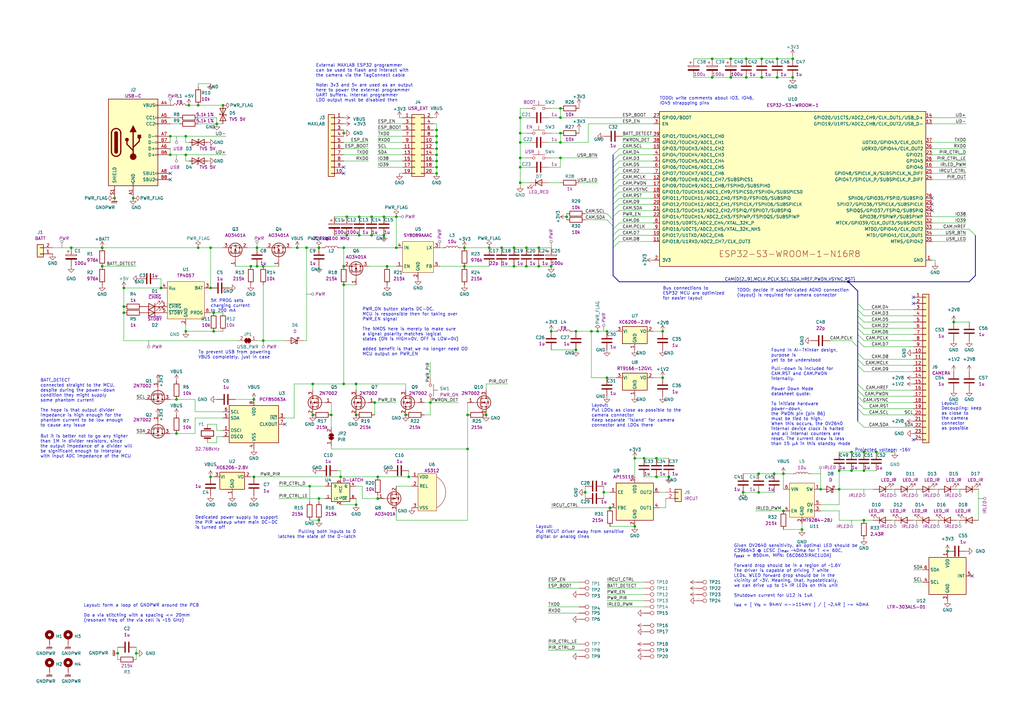
<source format=kicad_sch>
(kicad_sch (version 20230121) (generator eeschema)
  (paper "A3")
  (title_block (title "MaxLab AI Camera") (date "20240110") (rev "rev3.1") (company "MAXLABIO INC."))
  (junction (at 130.81 204.47))
  (junction (at 140.97 157.48))
  (junction (at 260.35 187.96))
  (junction (at 167.64 195.58))
  (junction (at 306.07 24.13))
  (junction (at 158.75 109.22))
  (junction (at 304.8 201.93))
  (junction (at 321.31 209.55))
  (junction (at 50.8 128.27))
  (junction (at 179.07 55.88))
  (junction (at 72.39 177.8))
  (junction (at 250.19 208.28))
  (junction (at 107.95 139.7))
  (junction (at 86.36 101.6))
  (junction (at 325.12 24.13))
  (junction (at 162.56 88.9))
  (junction (at 81.28 43.18))
  (junction (at 264.16 187.96))
  (junction (at 105.41 109.22))
  (junction (at 200.66 101.6))
  (junction (at 104.14 163.83))
  (junction (at 69.85 55.88))
  (junction (at 321.31 194.31))
  (junction (at 76.2 135.89))
  (junction (at 179.07 71.12))
  (junction (at 344.17 193.04))
  (junction (at 215.9 101.6))
  (junction (at 229.87 48.26))
  (junction (at 88.9 50.8))
  (junction (at 213.36 58.42))
  (junction (at 349.25 185.42))
  (junction (at 179.07 66.04))
  (junction (at 69.85 63.5))
  (junction (at 191.77 184.15))
  (junction (at 157.48 96.52))
  (junction (at 140.97 116.84))
  (junction (at 215.9 109.22))
  (junction (at 220.98 101.6))
  (junction (at 128.27 157.48))
  (junction (at 226.06 135.89))
  (junction (at 77.47 43.18))
  (junction (at 306.07 31.75))
  (junction (at 247.65 201.93))
  (junction (at 105.41 101.6))
  (junction (at 318.77 24.13))
  (junction (at 154.94 195.58))
  (junction (at 140.97 109.22))
  (junction (at 86.36 118.11))
  (junction (at 299.72 24.13))
  (junction (at 191.77 170.18))
  (junction (at 325.12 31.75))
  (junction (at 229.87 64.77))
  (junction (at 179.07 60.96))
  (junction (at 292.1 31.75))
  (junction (at 87.63 135.89))
  (junction (at 48.26 267.97))
  (junction (at 104.14 195.58))
  (junction (at 229.87 54.61))
  (junction (at 269.24 195.58))
  (junction (at 125.73 101.6))
  (junction (at 311.15 201.93))
  (junction (at 236.22 143.51))
  (junction (at 54.61 81.28))
  (junction (at 179.07 68.58))
  (junction (at 359.41 185.42))
  (junction (at 157.48 88.9))
  (junction (at 260.35 215.9))
  (junction (at 107.95 109.22))
  (junction (at 248.92 154.94))
  (junction (at 142.24 88.9))
  (junction (at 139.7 195.58))
  (junction (at 226.06 109.22))
  (junction (at 153.67 165.1))
  (junction (at 269.24 187.96))
  (junction (at 388.62 226.06))
  (junction (at 312.42 24.13))
  (junction (at 154.94 204.47))
  (junction (at 87.63 128.27))
  (junction (at 210.82 109.22))
  (junction (at 213.36 54.61))
  (junction (at 66.04 118.11))
  (junction (at 128.27 170.18))
  (junction (at 72.39 163.83))
  (junction (at 229.87 44.45))
  (junction (at 152.4 88.9))
  (junction (at 179.07 58.42))
  (junction (at 146.05 170.18))
  (junction (at 41.91 109.22))
  (junction (at 130.81 213.36))
  (junction (at 147.32 96.52))
  (junction (at 292.1 24.13))
  (junction (at 152.4 96.52))
  (junction (at 76.2 55.88))
  (junction (at 135.89 170.18))
  (junction (at 140.97 101.6))
  (junction (at 176.53 165.1))
  (junction (at 213.36 48.26))
  (junction (at 354.33 213.36))
  (junction (at 166.37 170.18))
  (junction (at 147.32 88.9))
  (junction (at 213.36 74.93))
  (junction (at 140.97 54.61))
  (junction (at 229.87 58.42))
  (junction (at 121.92 101.6))
  (junction (at 213.36 64.77))
  (junction (at 205.74 101.6))
  (junction (at 328.93 217.17))
  (junction (at 245.11 135.89))
  (junction (at 311.15 194.31))
  (junction (at 312.42 31.75))
  (junction (at 317.5 194.31))
  (junction (at 344.17 200.66))
  (junction (at 213.36 68.58))
  (junction (at 232.41 88.9))
  (junction (at 146.05 157.48))
  (junction (at 46.99 81.28))
  (junction (at 318.77 31.75))
  (junction (at 190.5 101.6))
  (junction (at 210.82 101.6))
  (junction (at 130.81 101.6))
  (junction (at 81.28 101.6))
  (junction (at 102.87 109.22))
  (junction (at 127 199.39))
  (junction (at 220.98 109.22))
  (junction (at 248.92 135.89))
  (junction (at 86.36 195.58))
  (junction (at 336.55 200.66))
  (junction (at 199.39 170.18))
  (junction (at 349.25 193.04))
  (junction (at 179.07 53.34))
  (junction (at 354.33 193.04))
  (junction (at 91.44 43.18))
  (junction (at 76.2 63.5))
  (junction (at 271.78 135.89))
  (junction (at 391.16 132.08))
  (junction (at 240.03 201.93))
  (junction (at 50.8 125.73))
  (junction (at 41.91 101.6))
  (junction (at 299.72 31.75))
  (junction (at 354.33 185.42))
  (junction (at 55.88 267.97))
  (junction (at 142.24 96.52))
  (junction (at 50.8 118.11))
  (junction (at 190.5 109.22))
  (junction (at 236.22 135.89))
  (junction (at 146.05 207.01))
  (junction (at 29.21 101.6))
  (junction (at 162.56 101.6))
  (junction (at 179.07 63.5))
  (junction (at 271.78 154.94))
  (junction (at 274.32 195.58))
  (junction (at 347.98 115.57))
  (junction (at 242.57 135.89))
  (no_connect (at 382.27 83.82))
  (no_connect (at 374.65 121.92))
  (no_connect (at 374.65 180.34))
  (no_connect (at 140.97 68.58))
  (no_connect (at 382.27 81.28))
  (no_connect (at 398.78 236.22))
  (no_connect (at 374.65 124.46))
  (no_connect (at 69.85 71.12))
  (no_connect (at 140.97 71.12))
  (no_connect (at 116.84 173.99))
  (no_connect (at 69.85 73.66))
  (no_connect (at 382.27 86.36))
  (bus_entry (at 351.79 172.72) (size 2.54 2.54))
  (bus_entry (at 251.46 68.58) (size 2.54 -2.54))
  (bus_entry (at 351.79 160.02) (size 2.54 2.54))
  (bus_entry (at 351.79 149.86) (size 2.54 2.54))
  (bus_entry (at 251.46 101.6) (size 2.54 -2.54))
  (bus_entry (at 351.79 129.54) (size 2.54 2.54))
  (bus_entry (at 251.46 86.36) (size 2.54 -2.54))
  (bus_entry (at 351.79 139.7) (size 2.54 2.54))
  (bus_entry (at 351.79 144.78) (size 2.54 2.54))
  (bus_entry (at 351.79 142.24) (size -2.54 -2.54))
  (bus_entry (at 251.46 71.12) (size 2.54 -2.54))
  (bus_entry (at 251.46 76.2) (size 2.54 -2.54))
  (bus_entry (at 251.46 63.5) (size 2.54 -2.54))
  (bus_entry (at 251.46 81.28) (size 2.54 -2.54))
  (bus_entry (at 251.46 96.52) (size 2.54 -2.54))
  (bus_entry (at 397.51 93.98) (size 2.54 2.54))
  (bus_entry (at 251.46 66.04) (size 2.54 -2.54))
  (bus_entry (at 251.46 88.9) (size 2.54 -2.54))
  (bus_entry (at 251.46 90.17) (size -2.54 -2.54))
  (bus_entry (at 351.79 157.48) (size 2.54 2.54))
  (bus_entry (at 351.79 167.64) (size 2.54 2.54))
  (bus_entry (at 351.79 124.46) (size 2.54 2.54))
  (bus_entry (at 351.79 137.16) (size 2.54 2.54))
  (bus_entry (at 351.79 165.1) (size 2.54 2.54))
  (bus_entry (at 351.79 127) (size 2.54 2.54))
  (bus_entry (at 251.46 78.74) (size 2.54 -2.54))
  (bus_entry (at 251.46 92.71) (size -2.54 -2.54))
  (bus_entry (at 251.46 93.98) (size 2.54 -2.54))
  (bus_entry (at 351.79 147.32) (size 2.54 2.54))
  (bus_entry (at 351.79 162.56) (size 2.54 2.54))
  (bus_entry (at 251.46 73.66) (size 2.54 -2.54))
  (bus_entry (at 351.79 134.62) (size 2.54 2.54))
  (bus_entry (at 251.46 99.06) (size 2.54 -2.54))
  (bus_entry (at 351.79 132.08) (size 2.54 2.54))
  (bus_entry (at 251.46 83.82) (size 2.54 -2.54))
  (wire (pts (xy 50.8 128.27) (xy 50.8 139.7)))
  (wire (pts (xy 374.65 134.62) (xy 354.33 134.62)))
  (wire (pts (xy 179.07 68.58) (xy 179.07 71.12)))
  (wire (pts (xy 255.27 88.9) (xy 267.97 88.9)))
  (wire (pts (xy 128.27 157.48) (xy 140.97 157.48)))
  (wire (pts (xy 241.3 50.8) (xy 241.3 58.42)))
  (bus (pts (xy 347.98 115.57) (xy 397.51 115.57)))
  (wire (pts (xy 247.65 201.93) (xy 247.65 199.39)))
  (bus (pts (xy 351.79 134.62) (xy 351.79 137.16)))
  (wire (pts (xy 382.27 88.9) (xy 396.24 88.9)))
  (wire (pts (xy 236.22 135.89) (xy 242.57 135.89)))
  (wire (pts (xy 80.01 168.91) (xy 91.44 168.91)))
  (wire (pts (xy 229.87 44.45) (xy 229.87 48.26)))
  (wire (pts (xy 254 99.06) (xy 267.97 99.06)))
  (wire (pts (xy 157.48 88.9) (xy 162.56 88.9)))
  (wire (pts (xy 120.65 157.48) (xy 120.65 171.45)))
  (wire (pts (xy 191.77 184.15) (xy 191.77 170.18)))
  (wire (pts (xy 215.9 109.22) (xy 220.98 109.22)))
  (wire (pts (xy 382.27 63.5) (xy 396.24 63.5)))
  (wire (pts (xy 273.05 204.47) (xy 273.05 208.28)))
  (bus (pts (xy 351.79 165.1) (xy 351.79 167.64)))
  (wire (pts (xy 378.46 233.68) (xy 374.65 233.68)))
  (wire (pts (xy 80.01 163.83) (xy 72.39 163.83)))
  (wire (pts (xy 374.65 165.1) (xy 354.33 165.1)))
  (wire (pts (xy 116.84 171.45) (xy 120.65 171.45)))
  (bus (pts (xy 351.79 132.08) (xy 351.79 134.62)))
  (wire (pts (xy 179.07 58.42) (xy 179.07 60.96)))
  (wire (pts (xy 306.07 31.75) (xy 312.42 31.75)))
  (wire (pts (xy 69.85 55.88) (xy 69.85 58.42)))
  (wire (pts (xy 21.59 101.6) (xy 29.21 101.6)))
  (wire (pts (xy 179.07 58.42) (xy 177.8 58.42)))
  (wire (pts (xy 179.07 66.04) (xy 179.07 68.58)))
  (wire (pts (xy 344.17 200.66) (xy 358.14 200.66)))
  (wire (pts (xy 142.24 96.52) (xy 147.32 96.52)))
  (wire (pts (xy 232.41 87.63) (xy 232.41 88.9)))
  (wire (pts (xy 224.79 241.3) (xy 237.49 241.3)))
  (wire (pts (xy 374.65 129.54) (xy 354.33 129.54)))
  (wire (pts (xy 190.5 109.22) (xy 200.66 109.22)))
  (wire (pts (xy 382.27 48.26) (xy 396.24 48.26)))
  (wire (pts (xy 237.49 74.93) (xy 245.11 74.93)))
  (wire (pts (xy 88.9 48.26) (xy 88.9 50.8)))
  (bus (pts (xy 251.46 63.5) (xy 251.46 66.04)))
  (wire (pts (xy 375.92 200.66) (xy 374.65 200.66)))
  (wire (pts (xy 226.06 143.51) (xy 236.22 143.51)))
  (wire (pts (xy 340.36 139.7) (xy 349.25 139.7)))
  (bus (pts (xy 351.79 124.46) (xy 351.79 119.38)))
  (wire (pts (xy 140.97 157.48) (xy 146.05 157.48)))
  (wire (pts (xy 139.7 195.58) (xy 154.94 195.58)))
  (wire (pts (xy 179.07 60.96) (xy 177.8 60.96)))
  (wire (pts (xy 321.31 200.66) (xy 321.31 194.31)))
  (wire (pts (xy 332.74 194.31) (xy 336.55 194.31)))
  (wire (pts (xy 167.64 195.58) (xy 168.91 195.58)))
  (wire (pts (xy 146.05 204.47) (xy 146.05 207.01)))
  (wire (pts (xy 105.41 101.6) (xy 109.22 101.6)))
  (wire (pts (xy 167.64 193.04) (xy 167.64 195.58)))
  (bus (pts (xy 251.46 90.17) (xy 251.46 92.71)))
  (wire (pts (xy 200.66 101.6) (xy 205.74 101.6)))
  (wire (pts (xy 176.53 165.1) (xy 176.53 170.18)))
  (wire (pts (xy 374.65 160.02) (xy 354.33 160.02)))
  (wire (pts (xy 133.35 199.39) (xy 127 199.39)))
  (wire (pts (xy 50.8 118.11) (xy 50.8 125.73)))
  (wire (pts (xy 245.11 135.89) (xy 248.92 135.89)))
  (wire (pts (xy 393.7 200.66) (xy 392.43 200.66)))
  (bus (pts (xy 351.79 124.46) (xy 351.79 127)))
  (wire (pts (xy 299.72 24.13) (xy 306.07 24.13)))
  (wire (pts (xy 140.97 54.61) (xy 140.97 55.88)))
  (bus (pts (xy 251.46 76.2) (xy 251.46 78.74)))
  (wire (pts (xy 292.1 31.75) (xy 299.72 31.75)))
  (wire (pts (xy 102.87 195.58) (xy 104.14 195.58)))
  (wire (pts (xy 349.25 193.04) (xy 354.33 193.04)))
  (wire (pts (xy 260.35 187.96) (xy 260.35 195.58)))
  (wire (pts (xy 220.98 109.22) (xy 226.06 109.22)))
  (wire (pts (xy 240.03 201.93) (xy 240.03 199.39)))
  (wire (pts (xy 237.49 53.34) (xy 237.49 54.61)))
  (wire (pts (xy 254 81.28) (xy 267.97 81.28)))
  (wire (pts (xy 359.41 185.42) (xy 367.03 185.42)))
  (wire (pts (xy 76.2 55.88) (xy 76.2 58.42)))
  (wire (pts (xy 344.17 185.42) (xy 349.25 185.42)))
  (wire (pts (xy 242.57 135.89) (xy 242.57 154.94)))
  (wire (pts (xy 374.65 127) (xy 354.33 127)))
  (wire (pts (xy 125.73 101.6) (xy 130.81 101.6)))
  (wire (pts (xy 152.4 88.9) (xy 157.48 88.9)))
  (wire (pts (xy 271.78 135.89) (xy 267.97 135.89)))
  (wire (pts (xy 181.61 101.6) (xy 180.34 101.6)))
  (wire (pts (xy 367.03 213.36) (xy 365.76 213.36)))
  (wire (pts (xy 229.87 64.77) (xy 229.87 68.58)))
  (wire (pts (xy 154.94 58.42) (xy 165.1 58.42)))
  (wire (pts (xy 264.16 187.96) (xy 269.24 187.96)))
  (wire (pts (xy 284.48 31.75) (xy 292.1 31.75)))
  (wire (pts (xy 179.07 48.26) (xy 177.8 48.26)))
  (wire (pts (xy 72.39 163.83) (xy 69.85 163.83)))
  (wire (pts (xy 127 199.39) (xy 127 205.74)))
  (wire (pts (xy 199.39 160.02) (xy 199.39 157.48)))
  (wire (pts (xy 77.47 43.18) (xy 81.28 43.18)))
  (wire (pts (xy 213.36 58.42) (xy 217.17 58.42)))
  (wire (pts (xy 374.65 137.16) (xy 354.33 137.16)))
  (wire (pts (xy 264.16 195.58) (xy 269.24 195.58)))
  (wire (pts (xy 312.42 31.75) (xy 318.77 31.75)))
  (wire (pts (xy 104.14 195.58) (xy 139.7 195.58)))
  (wire (pts (xy 135.89 165.1) (xy 135.89 170.18)))
  (wire (pts (xy 177.8 50.8) (xy 179.07 50.8)))
  (wire (pts (xy 213.36 44.45) (xy 215.9 44.45)))
  (wire (pts (xy 133.35 204.47) (xy 130.81 204.47)))
  (bus (pts (xy 351.79 137.16) (xy 351.79 139.7)))
  (bus (pts (xy 251.46 71.12) (xy 251.46 73.66)))
  (wire (pts (xy 76.2 66.04) (xy 77.47 66.04)))
  (wire (pts (xy 382.27 66.04) (xy 396.24 66.04)))
  (wire (pts (xy 226.06 44.45) (xy 229.87 44.45)))
  (wire (pts (xy 154.94 195.58) (xy 167.64 195.58)))
  (wire (pts (xy 29.21 101.6) (xy 41.91 101.6)))
  (wire (pts (xy 105.41 139.7) (xy 107.95 139.7)))
  (bus (pts (xy 251.46 66.04) (xy 251.46 68.58)))
  (wire (pts (xy 254 83.82) (xy 267.97 83.82)))
  (wire (pts (xy 328.93 217.17) (xy 328.93 214.63)))
  (wire (pts (xy 220.98 101.6) (xy 226.06 101.6)))
  (wire (pts (xy 391.16 132.08) (xy 397.51 132.08)))
  (wire (pts (xy 127 199.39) (xy 114.3 199.39)))
  (wire (pts (xy 213.36 64.77) (xy 213.36 68.58)))
  (wire (pts (xy 242.57 154.94) (xy 248.92 154.94)))
  (bus (pts (xy 351.79 142.24) (xy 351.79 144.78)))
  (bus (pts (xy 351.79 147.32) (xy 351.79 149.86)))
  (wire (pts (xy 81.28 50.8) (xy 88.9 50.8)))
  (wire (pts (xy 344.17 207.01) (xy 344.17 200.66)))
  (wire (pts (xy 154.94 50.8) (xy 165.1 50.8)))
  (wire (pts (xy 166.37 160.02) (xy 166.37 157.48)))
  (bus (pts (xy 251.46 68.58) (xy 251.46 71.12)))
  (wire (pts (xy 140.97 60.96) (xy 151.13 60.96)))
  (wire (pts (xy 81.28 48.26) (xy 88.9 48.26)))
  (wire (pts (xy 91.44 176.53) (xy 88.9 176.53)))
  (wire (pts (xy 213.36 74.93) (xy 217.17 74.93)))
  (wire (pts (xy 226.06 208.28) (xy 250.19 208.28)))
  (wire (pts (xy 254 86.36) (xy 267.97 86.36)))
  (wire (pts (xy 140.97 63.5) (xy 151.13 63.5)))
  (wire (pts (xy 72.39 177.8) (xy 80.01 177.8)))
  (wire (pts (xy 48.26 267.97) (xy 48.26 270.51)))
  (wire (pts (xy 154.94 68.58) (xy 165.1 68.58)))
  (wire (pts (xy 105.41 109.22) (xy 107.95 109.22)))
  (bus (pts (xy 351.79 139.7) (xy 351.79 142.24)))
  (wire (pts (xy 248.92 248.92) (xy 264.16 248.92)))
  (bus (pts (xy 351.79 149.86) (xy 351.79 157.48)))
  (wire (pts (xy 227.33 135.89) (xy 226.06 135.89)))
  (wire (pts (xy 382.27 71.12) (xy 396.24 71.12)))
  (wire (pts (xy 229.87 54.61) (xy 229.87 58.42)))
  (wire (pts (xy 374.65 162.56) (xy 354.33 162.56)))
  (wire (pts (xy 64.77 114.3) (xy 66.04 114.3)))
  (wire (pts (xy 147.32 96.52) (xy 152.4 96.52)))
  (wire (pts (xy 50.8 139.7) (xy 97.79 139.7)))
  (bus (pts (xy 251.46 78.74) (xy 251.46 81.28)))
  (wire (pts (xy 382.27 91.44) (xy 396.24 91.44)))
  (wire (pts (xy 248.92 154.94) (xy 252.73 154.94)))
  (wire (pts (xy 88.9 176.53) (xy 88.9 173.99)))
  (wire (pts (xy 88.9 181.61) (xy 88.9 179.07)))
  (wire (pts (xy 374.65 170.18) (xy 354.33 170.18)))
  (wire (pts (xy 226.06 64.77) (xy 229.87 64.77)))
  (wire (pts (xy 270.51 208.28) (xy 273.05 208.28)))
  (bus (pts (xy 251.46 99.06) (xy 251.46 101.6)))
  (wire (pts (xy 213.36 64.77) (xy 215.9 64.77)))
  (wire (pts (xy 146.05 199.39) (xy 148.59 199.39)))
  (wire (pts (xy 382.27 106.68) (xy 383.54 106.68)))
  (bus (pts (xy 351.79 129.54) (xy 351.79 132.08)))
  (wire (pts (xy 142.24 88.9) (xy 147.32 88.9)))
  (wire (pts (xy 88.9 50.8) (xy 91.44 50.8)))
  (wire (pts (xy 247.65 204.47) (xy 247.65 201.93)))
  (bus (pts (xy 351.79 160.02) (xy 351.79 162.56)))
  (wire (pts (xy 162.56 213.36) (xy 191.77 213.36)))
  (wire (pts (xy 140.97 66.04) (xy 151.13 66.04)))
  (wire (pts (xy 72.39 177.8) (xy 69.85 177.8)))
  (wire (pts (xy 102.87 109.22) (xy 105.41 109.22)))
  (wire (pts (xy 378.46 238.76) (xy 374.65 238.76)))
  (wire (pts (xy 250.19 215.9) (xy 260.35 215.9)))
  (wire (pts (xy 139.7 101.6) (xy 140.97 101.6)))
  (bus (pts (xy 251.46 88.9) (xy 251.46 90.17)))
  (wire (pts (xy 248.92 90.17) (xy 240.03 90.17)))
  (wire (pts (xy 135.89 170.18) (xy 135.89 175.26)))
  (wire (pts (xy 176.53 165.1) (xy 187.96 165.1)))
  (wire (pts (xy 140.97 101.6) (xy 162.56 101.6)))
  (wire (pts (xy 349.25 185.42) (xy 354.33 185.42)))
  (wire (pts (xy 140.97 101.6) (xy 140.97 109.22)))
  (bus (pts (xy 251.46 81.28) (xy 251.46 83.82)))
  (wire (pts (xy 177.8 68.58) (xy 179.07 68.58)))
  (wire (pts (xy 374.65 147.32) (xy 354.33 147.32)))
  (wire (pts (xy 87.63 135.89) (xy 91.44 135.89)))
  (wire (pts (xy 154.94 53.34) (xy 165.1 53.34)))
  (wire (pts (xy 309.88 209.55) (xy 321.31 209.55)))
  (wire (pts (xy 374.65 132.08) (xy 354.33 132.08)))
  (wire (pts (xy 284.48 24.13) (xy 292.1 24.13)))
  (wire (pts (xy 213.36 54.61) (xy 215.9 54.61)))
  (wire (pts (xy 107.95 116.84) (xy 107.95 139.7)))
  (wire (pts (xy 179.07 63.5) (xy 177.8 63.5)))
  (wire (pts (xy 254 66.04) (xy 267.97 66.04)))
  (wire (pts (xy 163.83 71.12) (xy 165.1 71.12)))
  (wire (pts (xy 224.79 74.93) (xy 229.87 74.93)))
  (wire (pts (xy 179.07 63.5) (xy 179.07 66.04)))
  (wire (pts (xy 213.36 74.93) (xy 213.36 76.2)))
  (wire (pts (xy 248.92 241.3) (xy 264.16 241.3)))
  (wire (pts (xy 383.54 106.68) (xy 383.54 107.95)))
  (wire (pts (xy 254 91.44) (xy 267.97 91.44)))
  (bus (pts (xy 251.46 73.66) (xy 251.46 76.2)))
  (wire (pts (xy 213.36 48.26) (xy 217.17 48.26)))
  (wire (pts (xy 80.01 171.45) (xy 91.44 171.45)))
  (wire (pts (xy 76.2 63.5) (xy 76.2 66.04)))
  (wire (pts (xy 41.91 109.22) (xy 55.88 109.22)))
  (wire (pts (xy 76.2 135.89) (xy 76.2 133.35)))
  (wire (pts (xy 199.39 157.48) (xy 208.28 157.48)))
  (wire (pts (xy 250.19 201.93) (xy 247.65 201.93)))
  (wire (pts (xy 162.56 88.9) (xy 162.56 101.6)))
  (wire (pts (xy 213.36 48.26) (xy 213.36 54.61)))
  (wire (pts (xy 254 73.66) (xy 267.97 73.66)))
  (wire (pts (xy 367.03 200.66) (xy 365.76 200.66)))
  (wire (pts (xy 382.27 60.96) (xy 396.24 60.96)))
  (wire (pts (xy 224.79 58.42) (xy 229.87 58.42)))
  (wire (pts (xy 311.15 201.93) (xy 317.5 201.93)))
  (wire (pts (xy 66.04 114.3) (xy 66.04 118.11)))
  (wire (pts (xy 205.74 101.6) (xy 210.82 101.6)))
  (wire (pts (xy 213.36 58.42) (xy 213.36 54.61)))
  (wire (pts (xy 86.36 101.6) (xy 86.36 118.11)))
  (wire (pts (xy 162.56 209.55) (xy 162.56 213.36)))
  (wire (pts (xy 88.9 179.07) (xy 91.44 179.07)))
  (wire (pts (xy 158.75 109.22) (xy 162.56 109.22)))
  (wire (pts (xy 96.52 163.83) (xy 104.14 163.83)))
  (wire (pts (xy 267.97 50.8) (xy 241.3 50.8)))
  (wire (pts (xy 248.92 243.84) (xy 264.16 243.84)))
  (wire (pts (xy 146.05 207.01) (xy 139.7 207.01)))
  (wire (pts (xy 130.81 204.47) (xy 130.81 205.74)))
  (wire (pts (xy 179.07 50.8) (xy 179.07 53.34)))
  (wire (pts (xy 130.81 101.6) (xy 132.08 101.6)))
  (bus (pts (xy 351.79 127) (xy 351.79 129.54)))
  (wire (pts (xy 140.97 53.34) (xy 140.97 54.61)))
  (wire (pts (xy 179.07 71.12) (xy 177.8 71.12)))
  (wire (pts (xy 248.92 246.38) (xy 264.16 246.38)))
  (wire (pts (xy 393.7 213.36) (xy 392.43 213.36)))
  (wire (pts (xy 234.95 135.89) (xy 236.22 135.89)))
  (bus (pts (xy 351.79 119.38) (xy 347.98 115.57)))
  (wire (pts (xy 179.07 60.96) (xy 179.07 63.5)))
  (wire (pts (xy 336.55 194.31) (xy 336.55 200.66)))
  (wire (pts (xy 179.07 53.34) (xy 177.8 53.34)))
  (wire (pts (xy 318.77 31.75) (xy 325.12 31.75)))
  (wire (pts (xy 135.89 184.15) (xy 191.77 184.15)))
  (wire (pts (xy 240.03 204.47) (xy 240.03 201.93)))
  (wire (pts (xy 179.07 55.88) (xy 177.8 55.88)))
  (wire (pts (xy 374.65 175.26) (xy 354.33 175.26)))
  (bus (pts (xy 251.46 86.36) (xy 251.46 88.9)))
  (wire (pts (xy 107.95 109.22) (xy 114.3 109.22)))
  (bus (pts (xy 254 115.57) (xy 251.46 113.03)))
  (wire (pts (xy 191.77 213.36) (xy 191.77 184.15)))
  (wire (pts (xy 248.92 87.63) (xy 240.03 87.63)))
  (wire (pts (xy 154.94 60.96) (xy 165.1 60.96)))
  (wire (pts (xy 382.27 50.8) (xy 396.24 50.8)))
  (wire (pts (xy 213.36 68.58) (xy 217.17 68.58)))
  (wire (pts (xy 384.81 200.66) (xy 383.54 200.66)))
  (wire (pts (xy 87.63 128.27) (xy 91.44 128.27)))
  (wire (pts (xy 154.94 66.04) (xy 165.1 66.04)))
  (wire (pts (xy 80.01 168.91) (xy 80.01 163.83)))
  (wire (pts (xy 120.65 157.48) (xy 128.27 157.48)))
  (wire (pts (xy 76.2 135.89) (xy 87.63 135.89)))
  (wire (pts (xy 374.65 152.4) (xy 354.33 152.4)))
  (wire (pts (xy 86.36 128.27) (xy 87.63 128.27)))
  (wire (pts (xy 148.59 199.39) (xy 148.59 204.47)))
  (wire (pts (xy 189.23 101.6) (xy 190.5 101.6)))
  (wire (pts (xy 48.26 265.43) (xy 48.26 267.97)))
  (wire (pts (xy 163.83 48.26) (xy 165.1 48.26)))
  (wire (pts (xy 248.92 135.89) (xy 252.73 135.89)))
  (wire (pts (xy 140.97 116.84) (xy 146.05 116.84)))
  (bus (pts (xy 251.46 92.71) (xy 251.46 93.98)))
  (wire (pts (xy 210.82 109.22) (xy 215.9 109.22)))
  (wire (pts (xy 304.8 194.31) (xy 311.15 194.31)))
  (bus (pts (xy 251.46 83.82) (xy 251.46 86.36)))
  (wire (pts (xy 153.67 165.1) (xy 162.56 165.1)))
  (wire (pts (xy 224.79 266.7) (xy 237.49 266.7)))
  (wire (pts (xy 321.31 194.31) (xy 325.12 194.31)))
  (wire (pts (xy 224.79 48.26) (xy 229.87 48.26)))
  (wire (pts (xy 382.27 58.42) (xy 396.24 58.42)))
  (wire (pts (xy 154.94 204.47) (xy 154.94 203.2)))
  (wire (pts (xy 232.41 88.9) (xy 232.41 90.17)))
  (wire (pts (xy 269.24 187.96) (xy 274.32 187.96)))
  (wire (pts (xy 69.85 48.26) (xy 73.66 48.26)))
  (bus (pts (xy 400.05 96.52) (xy 400.05 113.03)))
  (wire (pts (xy 191.77 165.1) (xy 191.77 170.18)))
  (wire (pts (xy 69.85 60.96) (xy 69.85 63.5)))
  (wire (pts (xy 139.7 195.58) (xy 139.7 196.85)))
  (wire (pts (xy 146.05 157.48) (xy 166.37 157.48)))
  (wire (pts (xy 213.36 58.42) (xy 213.36 64.77)))
  (wire (pts (xy 96.52 109.22) (xy 102.87 109.22)))
  (wire (pts (xy 86.36 101.6) (xy 91.44 101.6)))
  (wire (pts (xy 130.81 204.47) (xy 114.3 204.47)))
  (wire (pts (xy 81.28 43.18) (xy 91.44 43.18)))
  (wire (pts (xy 224.79 248.92) (xy 237.49 248.92)))
  (wire (pts (xy 107.95 139.7) (xy 116.84 139.7)))
  (wire (pts (xy 270.51 201.93) (xy 273.05 201.93)))
  (wire (pts (xy 179.07 55.88) (xy 179.07 58.42)))
  (wire (pts (xy 179.07 53.34) (xy 179.07 55.88)))
  (wire (pts (xy 148.59 204.47) (xy 154.94 204.47)))
  (wire (pts (xy 224.79 264.16) (xy 237.49 264.16)))
  (wire (pts (xy 152.4 96.52) (xy 157.48 96.52)))
  (wire (pts (xy 50.8 125.73) (xy 50.8 128.27)))
  (wire (pts (xy 306.07 24.13) (xy 312.42 24.13)))
  (wire (pts (xy 101.6 101.6) (xy 105.41 101.6)))
  (wire (pts (xy 66.04 118.11) (xy 50.8 118.11)))
  (bus (pts (xy 254 115.57) (xy 347.98 115.57)))
  (wire (pts (xy 139.7 193.04) (xy 139.7 195.58)))
  (wire (pts (xy 382.27 73.66) (xy 396.24 73.66)))
  (bus (pts (xy 351.79 162.56) (xy 351.79 165.1)))
  (wire (pts (xy 248.92 238.76) (xy 264.16 238.76)))
  (wire (pts (xy 59.69 177.8) (xy 55.88 177.8)))
  (wire (pts (xy 299.72 31.75) (xy 306.07 31.75)))
  (wire (pts (xy 255.27 58.42) (xy 267.97 58.42)))
  (wire (pts (xy 69.85 50.8) (xy 73.66 50.8)))
  (wire (pts (xy 190.5 101.6) (xy 200.66 101.6)))
  (wire (pts (xy 382.27 96.52) (xy 396.24 96.52)))
  (wire (pts (xy 254 93.98) (xy 267.97 93.98)))
  (wire (pts (xy 344.17 213.36) (xy 354.33 213.36)))
  (wire (pts (xy 354.33 213.36) (xy 358.14 213.36)))
  (wire (pts (xy 81.28 34.29) (xy 86.36 34.29)))
  (wire (pts (xy 318.77 24.13) (xy 325.12 24.13)))
  (wire (pts (xy 375.92 213.36) (xy 374.65 213.36)))
  (wire (pts (xy 130.81 213.36) (xy 127 213.36)))
  (wire (pts (xy 69.85 63.5) (xy 76.2 63.5)))
  (wire (pts (xy 162.56 199.39) (xy 168.91 199.39)))
  (wire (pts (xy 317.5 194.31) (xy 321.31 194.31)))
  (wire (pts (xy 224.79 251.46) (xy 237.49 251.46)))
  (wire (pts (xy 86.36 101.6) (xy 81.28 101.6)))
  (wire (pts (xy 213.36 48.26) (xy 213.36 44.45)))
  (wire (pts (xy 86.36 195.58) (xy 87.63 195.58)))
  (wire (pts (xy 80.01 177.8) (xy 80.01 171.45)))
  (wire (pts (xy 213.36 68.58) (xy 213.36 74.93)))
  (wire (pts (xy 374.65 142.24) (xy 354.33 142.24)))
  (wire (pts (xy 254 76.2) (xy 267.97 76.2)))
  (wire (pts (xy 140.97 116.84) (xy 140.97 157.48)))
  (wire (pts (xy 41.91 101.6) (xy 81.28 101.6)))
  (bus (pts (xy 251.46 93.98) (xy 251.46 96.52)))
  (wire (pts (xy 119.38 101.6) (xy 121.92 101.6)))
  (wire (pts (xy 81.28 34.29) (xy 81.28 35.56)))
  (wire (pts (xy 396.24 68.58) (xy 382.27 68.58)))
  (wire (pts (xy 354.33 193.04) (xy 359.41 193.04)))
  (wire (pts (xy 137.16 96.52) (xy 142.24 96.52)))
  (wire (pts (xy 76.2 58.42) (xy 77.47 58.42)))
  (wire (pts (xy 154.94 55.88) (xy 165.1 55.88)))
  (wire (pts (xy 229.87 64.77) (xy 245.11 64.77)))
  (wire (pts (xy 254 96.52) (xy 267.97 96.52)))
  (wire (pts (xy 121.92 101.6) (xy 125.73 101.6)))
  (wire (pts (xy 344.17 209.55) (xy 336.55 209.55)))
  (wire (pts (xy 311.15 194.31) (xy 317.5 194.31)))
  (wire (pts (xy 254 60.96) (xy 267.97 60.96)))
  (wire (pts (xy 325.12 22.86) (xy 325.12 24.13)))
  (wire (pts (xy 76.2 63.5) (xy 92.71 63.5)))
  (wire (pts (xy 401.32 213.36) (xy 401.32 200.66)))
  (wire (pts (xy 138.43 193.04) (xy 139.7 193.04)))
  (wire (pts (xy 151.13 109.22) (xy 158.75 109.22)))
  (wire (pts (xy 344.17 193.04) (xy 349.25 193.04)))
  (wire (pts (xy 237.49 43.18) (xy 237.49 44.45)))
  (bus (pts (xy 351.79 157.48) (xy 351.79 160.02)))
  (wire (pts (xy 124.46 139.7) (xy 125.73 139.7)))
  (wire (pts (xy 224.79 68.58) (xy 229.87 68.58)))
  (wire (pts (xy 269.24 195.58) (xy 274.32 195.58)))
  (wire (pts (xy 384.81 213.36) (xy 383.54 213.36)))
  (wire (pts (xy 374.65 167.64) (xy 354.33 167.64)))
  (wire (pts (xy 304.8 201.93) (xy 311.15 201.93)))
  (wire (pts (xy 176.53 165.1) (xy 173.99 165.1)))
  (wire (pts (xy 321.31 217.17) (xy 328.93 217.17)))
  (wire (pts (xy 215.9 101.6) (xy 220.98 101.6)))
  (wire (pts (xy 55.88 265.43) (xy 55.88 267.97)))
  (wire (pts (xy 176.53 148.59) (xy 176.53 154.94)))
  (wire (pts (xy 267.97 154.94) (xy 271.78 154.94)))
  (wire (pts (xy 59.69 163.83) (xy 55.88 163.83)))
  (wire (pts (xy 205.74 109.22) (xy 210.82 109.22)))
  (wire (pts (xy 254 68.58) (xy 267.97 68.58)))
  (wire (pts (xy 382.27 93.98) (xy 397.51 93.98)))
  (wire (pts (xy 292.1 24.13) (xy 299.72 24.13)))
  (wire (pts (xy 69.85 55.88) (xy 76.2 55.88)))
  (wire (pts (xy 85.09 181.61) (xy 88.9 181.61)))
  (wire (pts (xy 344.17 209.55) (xy 344.17 213.36)))
  (wire (pts (xy 128.27 157.48) (xy 128.27 160.02)))
  (wire (pts (xy 354.33 185.42) (xy 359.41 185.42)))
  (bus (pts (xy 251.46 101.6) (xy 251.46 113.03)))
  (wire (pts (xy 55.88 267.97) (xy 55.88 270.51)))
  (wire (pts (xy 210.82 101.6) (xy 215.9 101.6)))
  (wire (pts (xy 267.97 78.74) (xy 254 78.74)))
  (wire (pts (xy 336.55 207.01) (xy 344.17 207.01)))
  (wire (pts (xy 312.42 24.13) (xy 318.77 24.13)))
  (wire (pts (xy 180.34 109.22) (xy 190.5 109.22)))
  (bus (pts (xy 251.46 96.52) (xy 251.46 99.06)))
  (wire (pts (xy 255.27 55.88) (xy 267.97 55.88)))
  (wire (pts (xy 137.16 88.9) (xy 142.24 88.9)))
  (bus (pts (xy 400.05 113.03) (xy 397.51 115.57)))
  (wire (pts (xy 76.2 55.88) (xy 92.71 55.88)))
  (wire (pts (xy 245.11 135.89) (xy 242.57 135.89)))
  (wire (pts (xy 140.97 58.42) (xy 151.13 58.42)))
  (bus (pts (xy 351.79 167.64) (xy 351.79 172.72)))
  (wire (pts (xy 154.94 63.5) (xy 165.1 63.5)))
  (wire (pts (xy 382.27 99.06) (xy 396.24 99.06)))
  (wire (pts (xy 344.17 193.04) (xy 344.17 200.66)))
  (wire (pts (xy 88.9 173.99) (xy 85.09 173.99)))
  (wire (pts (xy 254 63.5) (xy 267.97 63.5)))
  (wire (pts (xy 146.05 157.48) (xy 146.05 160.02)))
  (wire (pts (xy 179.07 66.04) (xy 177.8 66.04)))
  (wire (pts (xy 125.73 101.6) (xy 125.73 139.7)))
  (wire (pts (xy 254 71.12) (xy 267.97 71.12)))
  (wire (pts (xy 224.79 238.76) (xy 237.49 238.76)))
  (wire (pts (xy 176.53 170.18) (xy 173.99 170.18)))
  (wire (pts (xy 229.87 48.26) (xy 267.97 48.26)))
  (wire (pts (xy 135.89 182.88) (xy 135.89 184.15)))
  (wire (pts (xy 260.35 187.96) (xy 264.16 187.96)))
  (wire (pts (xy 226.06 54.61) (xy 229.87 54.61)))
  (wire (pts (xy 374.65 149.86) (xy 354.33 149.86)))
  (wire (pts (xy 374.65 139.7) (xy 354.33 139.7)))
  (wire (pts (xy 229.87 58.42) (xy 241.3 58.42)))
  (wire (pts (xy 153.67 170.18) (xy 153.67 165.1)))
  (bus (pts (xy 351.79 144.78) (xy 351.79 147.32)))
  (wire (pts (xy 147.32 88.9) (xy 152.4 88.9)))
  (text "Found in AI-Thinker design, \npurpose is \nyet to be understood" (at 316.23 148.59 0) (effects (font (size 1.27 1.27)) (justify left bottom)))
  (text "External MAXLAB ESP32 programmer\ncan be used to flash and interact with \nthe camera via the TagConnect cable" (at 129.54 31.75 0) (effects (font (size 1.27 1.27)) (justify left bottom)))
  (text "I_{led} = [ V_{fb} = 94mV <->114mV ] / [ ~2.4R ] ~= 40mA" (at 300.99 248.92 0) (effects (font (size 1.27 1.27)) (justify left bottom)))
  (text "But it is better not to go any higher \nthan 1M in divider resistors, since \nthe output impedance of a divider will \nbe significant enough to interplay\nwith input ADC impedance of the MCU\n" (at 16.51 187.96 0) (effects (font (size 1.27 1.27)) (justify left bottom)))
  (text "Pulling both inputs to 0\nlatches the state of the D-latch" (at 146.05 220.98 0) (effects (font (size 1.27 1.27)) (justify right bottom)))
  (text "Note: 3v3 and 5v are used as an output \nhere to power the external programmer\nUART buffers. Internal programmer\nLDO output must be disabled then\n" (at 129.54 41.91 0) (effects (font (size 1.27 1.27)) (justify left bottom)))
  (text "Layout: \nPut IRCUT driver away from sensitive \ndigital or analog lines" (at 219.71 220.98 0) (effects (font (size 1.27 1.27)) (justify left bottom)))
  (text "Layout: form a loop of GNDPWR around the PCB\n\nDo a via stitching with a spacing <= 20mm \n(resonant freq of the via cell is ~15 GHz)" (at 34.29 255.27 0) (effects (font (size 1.27 1.27)) (justify left bottom)))
  (text "Pull-down is included for \nCAM.RST and CAM.PWDN \ninternally. " (at 316.23 156.21 0) (effects (font (size 1.27 1.27)) (justify left bottom)))
  (text "TODO: write comments about IO3, IO46,\nIO45 strappping pins" (at 270.51 43.18 0) (effects (font (size 1.27 1.27)) (justify left bottom)))
  (text "Bus connections to\nESP32 MCU are optimized \nfor easier layout" (at 271.78 123.19 0) (effects (font (size 1.27 1.27)) (justify left bottom)))
  (text "To prevent USB from powering \nVBUS completely, just in case\n" (at 81.28 147.32 0) (effects (font (size 1.27 1.27)) (justify left bottom)))
  (text "PWR_ON button starts DC-DC. \nMCU is responsible then for taking over \nPWR_EN signal\n\nThe NMOS here is merely to make sure \na signal polarity matches logical\nstates (ON is HIGH>0V, OFF is LOW=0V)\n\nadded benefit is that we no longer need OD \nMCU output on PWR_EN\n" (at 148.59 146.05 0) (effects (font (size 1.27 1.27)) (justify left bottom)))
  (text "Power Down Mode \ndatasheet quote:\n\nTo initiate hardware \npower-down, \nthe PWDN pin (pin B6)\nmust be tied to high. \nWhen this occurs, the OV2640\ninternal device clock is halted \nand all internal counters are\nreset. The current draw is less \nthan 15 µA in this standby mode" (at 316.23 182.88 0) (effects (font (size 1.27 1.27)) (justify left bottom)))
  (text "Layout:\nPut LDOs as close as possible to the\ncamera connector\nKeep separate \"island\" for camera \nconnector and LDOs there" (at 242.57 175.26 0) (effects (font (size 1.27 1.27)) (justify left bottom)))
  (text "TODO: decide if sophisticated AGND connection \n(layout) is required for camera connector" (at 302.26 121.92 0) (effects (font (size 1.27 1.27)) (justify left bottom)))
  (text "5K PROG sets \ncharging current\nto 200 mA" (at 86.36 128.27 0) (effects (font (size 1.27 1.27)) (justify left bottom)))
  (text "Given OV2640 sensitivity, an optimal LED should be\nC396643 @ LCSC (I_{max} ~40ma for T <= 60C,\nf_{peak} = 850nm, MPN: E6C0603IRAC1UDA)\n\nForward drop should be in a region of ~1.6V\nThe driver is capable of driving 7 white\nLEDs. WLED forward drop should be in the \nvicinity of ~3V. Meaning, that, hypotetically,\nwe can drive up to 14 IR LEDs on this unit\n\nShutdown current for U12 is 1uA" (at 300.99 245.11 0) (effects (font (size 1.27 1.27)) (justify left bottom)))
  (text "BATT_DETECT \nconnected straight to the MCU, \ndespite during the power-down\ncondition they might supply \nsome phantom current\n\nThe hope is that output divider \nimpedance is high enough for the \nphantom current to be low enough \nto cause any issue" (at 16.51 175.26 0) (effects (font (size 1.27 1.27)) (justify left bottom)))
  (text "Dedicated power supply to support \nthe PIR wakeup when main DC-DC\nis turned off" (at 80.01 217.17 0) (effects (font (size 1.27 1.27)) (justify left bottom)))
  (text "Projected voltage: ~16V" (at 350.52 185.42 0) (effects (font (size 1.27 1.27)) (justify left bottom)))
  (text "Layout:\nDecoupling: keep \nas close to \nthe camera \nconnector \nas possible" (at 386.08 176.53 0) (effects (font (size 1.27 1.27)) (justify left bottom)))
  (label "SCL" (at 370.84 170.18 0))
  (label "CAM{D[2..9],MCLK,PCLK,SCL,SDA,HREF,PWDN,VSYNC,RST}" (at 297.18 115.57 0))
  (label "PWRON_DET" (at 255.27 58.42 0))
  (label "CAM.D5" (at 364.49 132.08 180))
  (label "CAM.PWDN" (at 364.49 162.56 180))
  (label "PIR_OUT" (at 208.28 157.48 180))
  (label "RXD0" (at 154.94 58.42 0))
  (label "CAM.SCL" (at 240.03 87.63 0))
  (label "PIR_CTRL_D" (at 396.24 63.5 180))
  (label "CAM.HREF" (at 396.24 93.98 180))
  (label "CAM.SDA" (at 255.27 86.36 0))
  (label "CAM.RST" (at 364.49 167.64 180))
  (label "CAM.MCLK" (at 364.49 149.86 180))
  (label "CAM.VSYNC" (at 364.49 165.1 180))
  (label "RXD0" (at 151.13 66.04 180))
  (label "SDA" (at 55.88 177.8 0))
  (label "BATT_DETECT" (at 255.27 55.88 0))
  (label "CAM.VSYNC" (at 255.27 78.74 0))
  (label "ESP_EN" (at 224.79 238.76 0))
  (label "IRLED_PWM" (at 248.92 248.92 0))
  (label "CAM.D9" (at 364.49 152.4 180))
  (label "PWR_EN" (at 162.56 165.1 180))
  (label "IRLED_PWM" (at 396.24 68.58 180))
  (label "CAM.HREF" (at 364.49 160.02 180))
  (label "IO38" (at 396.24 88.9 180))
  (label "TXD0" (at 154.94 55.88 0))
  (label "CAM.D2" (at 364.49 134.62 180))
  (label "SDA" (at 374.65 233.68 0))
  (label "CAM.D8" (at 364.49 147.32 180))
  (label "IO39" (at 396.24 91.44 180))
  (label "CAM.MCLK" (at 255.27 73.66 0))
  (label "PWR_PIR" (at 106.68 195.58 0))
  (label "CAM.D6" (at 364.49 137.16 180))
  (label "CAM.PCLK" (at 364.49 139.7 180))
  (label "SCL" (at 55.88 163.83 0))
  (label "TXD0" (at 396.24 58.42 180))
  (label "ESP_BOOT" (at 255.27 48.26 0))
  (label "ESP_EN" (at 154.94 50.8 0))
  (label "PIR_OUT" (at 396.24 73.66 180))
  (label "UD-" (at 92.71 55.88 180))
  (label "RXD0" (at 224.79 251.46 0))
  (label "ESP_BOOT" (at 154.94 53.34 0))
  (label "CAM.PCLK" (at 340.36 139.7 0))
  (label "IRCUT_CTRL" (at 396.24 71.12 180))
  (label "IRLED_PWM" (at 309.88 209.55 0))
  (label "CAM.D4" (at 364.49 127 180))
  (label "RXD0" (at 396.24 60.96 180))
  (label "CAM.D3" (at 364.49 129.54 180))
  (label "CAM.D2" (at 255.27 71.12 0))
  (label "CAM.D8" (at 255.27 99.06 0))
  (label "SDA" (at 370.84 175.26 0))
  (label "IRCUT_CTRL" (at 248.92 238.76 0))
  (label "CAM.D5" (at 255.27 68.58 0))
  (label "ESP_BOOT" (at 151.13 60.96 180))
  (label "CAM.D7" (at 255.27 96.52 0))
  (label "SCL" (at 154.94 60.96 0))
  (label "PIR_CTRL_LE" (at 224.79 264.16 0))
  (label "USR_BTN" (at 245.11 64.77 180))
  (label "USR_LED" (at 245.11 74.93 180))
  (label "ESP_BOOT" (at 224.79 241.3 0))
  (label "ESP_EN" (at 151.13 58.42 180))
  (label "SCL" (at 374.65 238.76 0))
  (label "PIR_CTRL_D" (at 224.79 266.7 0))
  (label "PWR_PIR" (at 248.92 246.38 0))
  (label "CAM.D3" (at 255.27 66.04 0))
  (label "CAM.SDA" (at 364.49 175.26 180))
  (label "PIR_CTRL_D" (at 114.3 199.39 0))
  (label "UD+" (at 92.71 63.5 180))
  (label "CAM.PCLK" (at 255.27 93.98 0))
  (label "CAM.D9" (at 255.27 83.82 0))
  (label "ESP_EN" (at 255.27 50.8 0))
  (label "PIR_CTRL_LE" (at 114.3 204.47 0))
  (label "PWR_EN" (at 248.92 243.84 0))
  (label "CAM.PWDN" (at 255.27 76.2 0))
  (label "CAM.SCL" (at 364.49 170.18 180))
  (label "CAM.D6" (at 255.27 91.44 0))
  (label "CAM.SCL" (at 255.27 60.96 0))
  (label "USR_LED" (at 396.24 99.06 180))
  (label "UD+" (at 396.24 48.26 180))
  (label "IO38" (at 154.94 66.04 0))
  (label "PWR_PIR" (at 176.53 148.59 270))
  (label "PWRON_DET" (at 187.96 165.1 180))
  (label "USR_BTN" (at 396.24 96.52 180))
  (label "PIR_CTRL_LE" (at 396.24 66.04 180))
  (label "CAM.RST" (at 255.27 81.28 0))
  (label "IO39" (at 154.94 68.58 0))
  (label "CAM.D7" (at 364.49 142.24 180))
  (label "IRCUT_CTRL" (at 226.06 208.28 0))
  (label "TXD0" (at 224.79 248.92 0))
  (label "CAM.D4" (at 255.27 63.5 0))
  (label "PWR_EN" (at 255.27 88.9 0))
  (label "BATT_DETECT" (at 55.88 109.22 180))
  (label "CAM.SDA" (at 240.03 90.17 0))
  (label "TXD0" (at 151.13 63.5 180))
  (label "UD-" (at 396.24 50.8 180))
  (label "BATT_DETECT" (at 248.92 241.3 0))
  (label "SDA" (at 154.94 63.5 0))
  (netclass_flag "" (length 2.54) (shape round) (at 393.7 213.36 180) (property "Netclass" "IRLED" (at 387.35 215.9 0) (effects (font italic) (justify left))))
  (netclass_flag "" (length 2.54) (shape round) (at 107.95 139.7 180) (property "Netclass" "PWR" (at 109.22 142.24 0) (effects (font italic) (justify left))))
  (netclass_flag "" (length 2.54) (shape round) (at 384.81 200.66 180) (property "Netclass" "IRLED" (at 378.46 203.2 0) (effects (font italic) (justify left))))
  (netclass_flag "" (length 2.54) (shape round) (at 226.06 101.6 0) (property "Netclass" "PWR" (at 226.06 93.98 90) (effects (font italic) (justify right))))
  (netclass_flag "" (length 2.54) (shape round) (at 401.32 204.47 270) (property "Netclass" "IRLED" (at 403.86 210.82 90) (effects (font italic) (justify left))))
  (netclass_flag "" (length 2.54) (shape round) (at 247.65 135.89 0) (property "Netclass" "PWR" (at 247.65 128.27 90) (effects (font italic) (justify right))))
  (netclass_flag "" (length 2.54) (shape round) (at 384.81 213.36 180) (property "Netclass" "IRLED" (at 378.46 215.9 0) (effects (font italic) (justify left))))
  (netclass_flag "" (length 2.54) (shape round) (at 69.85 43.18 0) (property "Netclass" "PWR" (at 68.58 39.37 0) (effects (font italic) (justify left))))
  (netclass_flag "" (length 2.54) (shape round) (at 367.03 213.36 180) (property "Netclass" "IRLED" (at 360.68 215.9 0) (effects (font italic) (justify left))))
  (netclass_flag "" (length 2.54) (shape round) (at 25.4 101.6 0) (property "Netclass" "PWR" (at 24.13 97.79 0) (effects (font italic) (justify left))))
  (netclass_flag "" (length 2.54) (shape round) (at 349.25 213.36 180) (property "Netclass" "IRLED" (at 342.9 215.9 0) (effects (font italic) (justify left))))
  (netclass_flag "" (length 2.54) (shape round) (at 393.7 200.66 180) (property "Netclass" "IRLED" (at 387.35 203.2 0) (effects (font italic) (justify left))))
  (netclass_flag "" (length 2.54) (shape round) (at 72.39 63.5 180) (property "Netclass" "USB" (at 73.66 68.58 0) (effects (font italic) (justify right))))
  (netclass_flag "" (length 2.54) (shape round) (at 367.03 200.66 180) (property "Netclass" "IRLED" (at 360.68 203.2 0) (effects (font italic) (justify left))))
  (netclass_flag "" (length 2.54) (shape round) (at 336.55 194.31 0) (property "Netclass" "IRLED" (at 342.9 191.77 0) (effects (font italic) (justify right))))
  (netclass_flag "" (length 2.54) (shape round) (at 375.92 213.36 180) (property "Netclass" "IRLED" (at 369.57 215.9 0) (effects (font italic) (justify left))))
  (netclass_flag "" (length 2.54) (shape round) (at 72.39 55.88 180) (property "Netclass" "USB" (at 74.93 60.96 0) (effects (font italic) (justify right))))
  (netclass_flag "" (length 2.54) (shape round) (at 354.33 200.66 180) (property "Netclass" "IRLED" (at 347.98 203.2 0) (effects (font italic) (justify left))))
  (netclass_flag "" (length 2.54) (shape round) (at 125.73 120.65 270) (property "Netclass" "PWR" (at 133.35 120.65 0) (effects (font italic) (justify right))))
  (netclass_flag "" (length 2.54) (shape round) (at 105.41 101.6 0) (property "Netclass" "PWR" (at 104.14 97.79 0) (effects (font italic) (justify left))))
  (netclass_flag "" (length 2.54) (shape round) (at 375.92 200.66 180) (property "Netclass" "IRLED" (at 369.57 203.2 0) (effects (font italic) (justify left))))
  (netclass_flag "" (length 2.54) (shape round) (at 162.56 88.9 270) (property "Netclass" "PWR" (at 170.18 88.9 0) (effects (font italic) (justify right))))
  (netclass_flag "" (length 2.54) (shape round) (at 60.96 139.7 180) (property "Netclass" "PWR" (at 62.23 142.24 0) (effects (font italic) (justify left))))
  (netclass_flag "" (length 2.54) (shape round) (at 180.34 101.6 0) (property "Netclass" "PWR" (at 180.34 93.98 90) (effects (font italic) (justify right))))
  (symbol (lib_id "00-kiml-regulator-linear:RT9166-12GVL") (at 260.35 154.94 0) (unit 1)
    (property "Reference" "U8" (at 260.35 148.59 0))
    (property "Value" "RT9166-12GVL" (effects hide))
    (property "Footprint" "Package_TO_SOT_SMD:SOT-23" (effects hide))
    (property "Datasheet" "https://datasheet.lcsc.com/lcsc/1810312311_Richtek-Tech-RT9166-12GVL_C29175.pdf" (effects hide))
    (property "UserValue" "RT9166-12GVL" (at 260.35 151.13 0))
    (property "MFR" "Richtek Tech" (effects hide))
    (property "MPN" "RT9166-12GVL" (effects hide))
    (property "SPL1" "JLCPCB" (effects hide))
    (property "SPN1" "C29175" (effects hide))
    (property "SNB1" "Extended Part" (effects hide))
    (property "LNK1" "https://jlcpcb.com/partdetail/RichtekTech-RT916612GVL/C29175" (effects hide))
  )
  (symbol (lib_id "power:GNDPWR") (at 48.26 267.97 270) (unit 1)
    (property "Reference" "#PWR010" (effects hide))
    (property "Value" "GNDPWR" (at 44.45 267.8429 90) (effects (justify right)))
  )
  (symbol (lib_id "00-kiml-connector:Conn-01x02_P1.25mm_10114829-10102LF") (at 278.13 201.93 0) (unit 1)
    (property "Reference" "J5" (at 280.67 201.9299 0) (effects (justify left)))
    (property "Value" "Conn-01x02_P1.25mm_10114829-10102LF" (effects hide))
    (property "Footprint" "00-kiml-connector-amphenol:10114829-10102LF" (effects hide))
    (property "Datasheet" "https://datasheet.lcsc.com/lcsc/1811011512_Amphenol-ICC-10114829-10102LF_C239062.pdf" (effects hide))
    (property "UserValue" "IRCUT" (at 280.67 204.4699 0) (effects (justify left)))
    (property "MFR" "Amphenol ICC (FCI)" (effects hide))
    (property "MPN" "10114829-10102LF" (effects hide))
    (property "SPL1" "Digikey" (effects hide))
    (property "SPN1" "609-4383-2-ND" (effects hide))
    (property "LNK1" "https://www.digikey.com/en/products/detail/amphenol-icc-fci/10114829-10102LF/2658929" (effects hide))
    (property "SPL2" "JLCPCB" (effects hide))
    (property "SPN2" "C239062" (effects hide))
    (property "LNK2" "https://jlcpcb.com/partdetail/AmphenolIcc-1011482910102LF/C239062" (effects hide))
    (property "SNB2" "Extended Part" (effects hide))
  )
  (symbol (lib_id "00-kiml-transistor-fet:AO3401A") (at 161.29 204.47 0) (mirror x) (unit 1)
    (property "Reference" "Q8" (at 153.67 208.28 0) (effects (justify left)))
    (property "Value" "AO3401A" (effects hide))
    (property "Footprint" "Package_TO_SOT_SMD:SOT-23" (effects hide))
    (property "Datasheet" "https://datasheet.lcsc.com/lcsc/1810171817_Alpha---Omega-Semicon-AO3401A_C15127.pdf" (effects hide))
    (property "UserValue" "AO3401A" (at 153.67 210.82 0) (effects (justify left)))
    (property "MFR" "Alpha & Omega Semiconductor Inc." (effects hide))
    (property "MPN" "AO3401A" (effects hide))
    (property "SPL1" "LCSC" (effects hide))
    (property "SPN1" "C15127" (effects hide))
    (property "LNK1" "https://lcsc.com/product-detail/MOSFETs_Alpha-Omega-Semicon-AO3401A_C15127.html" (effects hide))
    (property "SPL2" "JLCPCB" (effects hide))
    (property "SPN2" "C15127" (effects hide))
    (property "LNK2" "https://jlcpcb.com/partdetail/Alpha_OmegaSemicon-AO3401A/C15127" (effects hide))
    (property "SNB2" "Basic Part" (effects hide))
  )
  (symbol (lib_id "Connector:TestPoint") (at 285.75 246.38 270) (unit 1)
    (property "Reference" "TP24" (at 290.83 246.3799 90) (effects (justify left)))
    (property "Value" "TestPoint" (effects hide))
    (property "Footprint" "TestPoint:TestPoint_Pad_D1.0mm" (effects hide))
  )
  (symbol (lib_id "00-kiml-switch-button-smd:SW_PB_TS-1187A-B-A-B") (at 220.98 44.45 0) (unit 1)
    (property "Reference" "SW2" (at 223.52 41.91 0) (effects (justify left)))
    (property "Value" "SW_PB_TS-1187A-B-A-B" (effects hide))
    (property "Footprint" "Button_Switch_SMD:SW_SPST_TL3342" (effects hide))
    (property "Datasheet" "https://datasheet.lcsc.com/lcsc/2002271431_XKB-Connectivity-TS-1187A-B-A-B_C318884.pdf" (effects hide))
    (property "UserValue" "BOOT" (at 217.17 41.91 0))
    (property "MFR" "XKB Connectivity" (effects hide))
    (property "MPN" "TS-1187A-B-A-B" (effects hide))
    (property "SPL1" "JLCPCB" (effects hide))
    (property "SPN1" "C318884" (effects hide))
    (property "LNK1" "https://jlcpcb.com/partdetail/XkbConnectivity-TS_1187A_B_AB/C318884" (effects hide))
    (property "SNB1" "Basic Part" (effects hide))
  )
  (symbol (lib_id "power:+3V3") (at 163.83 48.26 0) (unit 1)
    (property "Reference" "#PWR047" (effects hide))
    (property "Value" "+3V3" (at 163.83 44.704 0))
  )
  (symbol (lib_id "power:GND") (at 264.16 269.24 270) (unit 1)
    (property "Reference" "#PWR081" (effects hide))
    (property "Value" "GND" (effects hide))
  )
  (symbol (lib_id "power:VBUS") (at 285.75 238.76 90) (unit 1)
    (property "Reference" "#PWR088" (effects hide))
    (property "Value" "VBUS" (effects hide))
  )
  (symbol (lib_id "00-kiml-capacitors-smd:1u_0402_CL05A105KA5NQNC") (at 215.9 105.41 180) (unit 1)
    (property "Reference" "C20" (at 219.71 102.87 0) (effects (justify left)))
    (property "Value" "10u_0402_CL05A105KA5NQNC" (effects hide))
    (property "Footprint" "Capacitor_SMD:C_0402_1005Metric" (effects hide))
    (property "Datasheet" "https://datasheet.lcsc.com/lcsc/1811091611_Samsung-Electro-Mechanics-CL05A105KA5NQNC_C52923.pdf" (effects hide))
    (property "UserValue" "1u" (at 218.44 107.95 0))
    (property "MFR" "Samsung" (effects hide))
    (property "MPN" "CL05A105KA5NQNC" (effects hide))
    (property "SPL1" "JLCPCB" (effects hide))
    (property "SPN1" "C52923" (effects hide))
    (property "LNK1" "https://jlcpcb.com/partdetail/53938-CL05A105KA5NQNC/C52923" (effects hide))
    (property "SNB1" "Basic Part" (effects hide))
    (property "Rating" "25V" (effects hide))
    (property "Tolerance" "10%" (effects hide))
  )
  (symbol (lib_id "00-kiml-resistors-smd:215k_0402_0402WGD2153TCE") (at 321.31 213.36 180) (unit 1)
    (property "Reference" "R32" (at 318.77 212.0899 0) (effects (justify left)))
    (property "Value" "215k_0402_0402WGD2153TCE" (effects hide))
    (property "Footprint" "Resistor_SMD:R_0402_1005Metric" (effects hide))
    (property "Datasheet" "https://datasheet.lcsc.com/lcsc/2205312216_UNI-ROYAL-Uniroyal-Elec-0402WGD2153TCE_C423299.pdf" (effects hide))
    (property "UserValue" "215k" (at 318.77 214.6299 0) (effects (justify left)))
    (property "MFR" "UNI-ROYAL" (effects hide))
    (property "MPN" "0402WGD2153TCE" (effects hide))
    (property "SPL1" "JLCPCB" (effects hide))
    (property "SPN1" "C423299" (effects hide))
    (property "Tolerance" "0.5%" (effects hide))
    (property "SNB1" "Extended Part" (effects hide))
    (property "LNK1" "https://jlcpcb.com/partdetail/416249-0402WGD2153TCE/C423299" (effects hide))
  )
  (symbol (lib_id "00-kiml-capacitors-smd:1u_0402_CL05A105KA5NQNC") (at 205.74 105.41 180) (unit 1)
    (property "Reference" "C18" (at 205.74 102.87 0) (effects (justify right)))
    (property "Value" "10u_0402_CL05A105KA5NQNC" (effects hide))
    (property "Footprint" "Capacitor_SMD:C_0402_1005Metric" (effects hide))
    (property "Datasheet" "https://datasheet.lcsc.com/lcsc/1811091611_Samsung-Electro-Mechanics-CL05A105KA5NQNC_C52923.pdf" (effects hide))
    (property "UserValue" "1u" (at 205.74 107.95 0) (effects (justify right)))
    (property "MFR" "Samsung" (effects hide))
    (property "MPN" "CL05A105KA5NQNC" (effects hide))
    (property "SPL1" "JLCPCB" (effects hide))
    (property "SPN1" "C52923" (effects hide))
    (property "LNK1" "https://jlcpcb.com/partdetail/53938-CL05A105KA5NQNC/C52923" (effects hide))
    (property "SNB1" "Basic Part" (effects hide))
    (property "Tolerance" "10%" (effects hide))
    (property "Rating" "25V" (effects hide))
  )
  (symbol (lib_id "Connector:TestPoint") (at 237.49 254 270) (unit 1)
    (property "Reference" "TP6" (at 242.57 253.9999 90) (effects (justify left)))
    (property "Value" "TestPoint" (effects hide))
    (property "Footprint" "TestPoint:TestPoint_Pad_D1.0mm" (effects hide))
  )
  (symbol (lib_id "00-kiml-led-smd:0603_IR_850nm_E6C0603IRAC1UDA") (at 388.62 200.66 180) (unit 1)
    (property "Reference" "D15" (at 391.16 194.31 0))
    (property "Value" "0603_IR_850nm_E6C0603IRAC1UDA" (effects hide))
    (property "Footprint" "LED_SMD:LED_0603_1608Metric" (effects hide))
    (property "Datasheet" "https://datasheet.lcsc.com/lcsc/1912111437_EKINGLUX-E6C0603IRAC1UDA-850nm_C396643.pdf" (effects hide))
    (property "UserValue" "LED_IR" (at 391.16 196.85 0))
    (property "MFR" "EKINGLUX" (effects hide))
    (property "MPN" "E6C0603IRAC1UDA" (effects hide))
    (property "SPL1" "JLCPCB" (effects hide))
    (property "SPN1" "C396643" (effects hide))
    (property "LNK1" "https://jlcpcb.com/partdetail/Ekinglux-E6C0603IRAC1UDA_850nm/C396643" (effects hide))
    (property "SNB1" "Extended Part" (effects hide))
  )
  (symbol (lib_id "Connector:TestPoint") (at 237.49 241.3 270) (unit 1)
    (property "Reference" "TP2" (at 242.57 241.935 90) (effects (justify left)))
    (property "Value" "TestPoint" (effects hide))
    (property "Footprint" "TestPoint:TestPoint_Pad_D1.0mm" (effects hide))
  )
  (symbol (lib_id "power:+3V3") (at 232.41 88.9 90) (unit 1)
    (property "Reference" "#PWR060" (effects hide))
    (property "Value" "+3V3" (at 228.854 88.9 0))
  )
  (symbol (lib_id "00-kiml-capacitors-smd:100u_CASE-B-3528_TAJB107K006RNJ") (at 142.24 92.71 0) (unit 1)
    (property "Reference" "C12" (at 142.24 90.17 0) (effects (justify left)))
    (property "Value" "100u_CASE-B-3528_TAJB107K006RNJ" (effects hide))
    (property "Footprint" "00-kiml-capacitor-tantalum:CP_EIA-3528-15_AVX-H" (effects hide))
    (property "Datasheet" "https://datasheet.lcsc.com/lcsc/2111161030_Kyocera-AVX-TAJB107K006RNJ-_C16133.pdf" (effects hide))
    (property "UserValue" "100u" (at 142.24 95.25 0) (effects (justify left)))
    (property "MFR" "Kyocera AVX" (effects hide))
    (property "MPN" "TAJB107K006RNJ" (effects hide))
    (property "SPL1" "JLCPCB" (effects hide))
    (property "SPN1" "C16133" (effects hide))
    (property "LNK1" "https://jlcpcb.com/partdetail/KyoceraAvx-TAJB107K006RNJ/C16133" (effects hide))
    (property "SNB1" "Basic Part" (effects hide))
    (property "Rating" "6.3V" (effects hide))
    (property "Tolerance" "10%" (effects hide))
  )
  (symbol (lib_id "power:GND") (at 396.24 226.06 90) (unit 1)
    (property "Reference" "#PWR0112" (effects hide))
    (property "Value" "GND" (at 400.05 226.0599 90) (effects (justify right)))
  )
  (symbol (lib_id "00-kiml-resistors-smd:10k_0402_0402WGF1002TCE") (at 236.22 90.17 90) (unit 1)
    (property "Reference" "R30" (at 236.22 92.71 90))
    (property "Value" "10k_0402_0402WGF1002TCE" (effects hide))
    (property "Footprint" "Resistor_SMD:R_0402_1005Metric" (effects hide))
    (property "Datasheet" "https://datasheet.lcsc.com/lcsc/2206010100_UNI-ROYAL-Uniroyal-Elec-0402WGF1002TCE_C25744.pdf" (effects hide))
    (property "UserValue" "10k" (at 236.22 95.25 90))
    (property "MFR" "UNI-ROYAL" (effects hide))
    (property "MPN" "0402WGF1002TCE" (effects hide))
    (property "SPL1" "JLCPCB" (effects hide))
    (property "SPN1" "C25744" (effects hide))
    (property "Tolerance" "1%" (effects hide))
    (property "TCR" "100ppm" (effects hide))
    (property "Pmax" "62.5mW" (effects hide))
    (property "LNK1" "https://jlcpcb.com/partdetail/26487-0402WGF1002TCE/C25744" (effects hide))
    (property "SNB1" "Basic part" (effects hide))
  )
  (symbol (lib_id "Connector:TestPoint") (at 264.16 269.24 270) (unit 1)
    (property "Reference" "TP20" (at 269.24 269.2399 90) (effects (justify left)))
    (property "Value" "TestPoint" (effects hide))
    (property "Footprint" "TestPoint:TestPoint_Pad_D1.0mm" (effects hide))
  )
  (symbol (lib_id "power:GND") (at 325.12 31.75 0) (unit 1)
    (property "Reference" "#PWR095" (effects hide))
    (property "Value" "GND" (at 325.12 35.56 0))
  )
  (symbol (lib_id "00-kiml-transistor-fet:AO3401A") (at 146.05 110.49 270) (mirror x) (unit 1)
    (property "Reference" "Q6" (at 146.05 102.87 90))
    (property "Value" "AO3401A" (effects hide))
    (property "Footprint" "Package_TO_SOT_SMD:SOT-23" (effects hide))
    (property "Datasheet" "https://datasheet.lcsc.com/lcsc/1810171817_Alpha---Omega-Semicon-AO3401A_C15127.pdf" (effects hide))
    (property "UserValue" "AO3401A" (at 146.05 105.41 90))
    (property "MFR" "Alpha & Omega Semiconductor Inc." (effects hide))
    (property "MPN" "AO3401A" (effects hide))
    (property "SPL1" "LCSC" (effects hide))
    (property "SPN1" "C15127" (effects hide))
    (property "LNK1" "https://lcsc.com/product-detail/MOSFETs_Alpha-Omega-Semicon-AO3401A_C15127.html" (effects hide))
    (property "SPL2" "JLCPCB" (effects hide))
    (property "SPN2" "C15127" (effects hide))
    (property "LNK2" "https://jlcpcb.com/partdetail/Alpha_OmegaSemicon-AO3401A/C15127" (effects hide))
    (property "SNB2" "Basic Part" (effects hide))
  )
  (symbol (lib_id "Connector:TestPoint") (at 237.49 248.92 270) (unit 1)
    (property "Reference" "TP4" (at 242.57 249.555 90) (effects (justify left)))
    (property "Value" "TestPoint" (effects hide))
    (property "Footprint" "TestPoint:TestPoint_Pad_D1.0mm" (effects hide))
  )
  (symbol (lib_id "00-kiml-resistors-smd:215k_0402_0402WGD2153TCE") (at 170.18 170.18 90) (unit 1)
    (property "Reference" "R22" (at 170.18 172.72 90))
    (property "Value" "215k_0402_0402WGD2153TCE" (effects hide))
    (property "Footprint" "Resistor_SMD:R_0402_1005Metric" (effects hide))
    (property "Datasheet" "https://datasheet.lcsc.com/lcsc/2205312216_UNI-ROYAL-Uniroyal-Elec-0402WGD2153TCE_C423299.pdf" (effects hide))
    (property "UserValue" "215k" (at 170.18 175.26 90))
    (property "MFR" "UNI-ROYAL" (effects hide))
    (property "MPN" "0402WGD2153TCE" (effects hide))
    (property "SPL1" "JLCPCB" (effects hide))
    (property "SPN1" "C423299" (effects hide))
    (property "Tolerance" "0.5%" (effects hide))
    (property "SNB1" "Extended Part" (effects hide))
    (property "LNK1" "https://jlcpcb.com/partdetail/416249-0402WGD2153TCE/C423299" (effects hide))
  )
  (symbol (lib_id "power:GND") (at 374.65 177.8 270) (mirror x) (unit 1)
    (property "Reference" "#PWR0104" (effects hide))
    (property "Value" "GND" (at 370.84 177.7999 90) (effects (justify right)))
  )
  (symbol (lib_id "power:+5V") (at 285.75 243.84 90) (unit 1)
    (property "Reference" "#PWR090" (effects hide))
    (property "Value" "+5V" (effects hide))
  )
  (symbol (lib_id "power:GND") (at 271.78 162.56 0) (unit 1)
    (property "Reference" "#PWR086" (effects hide))
    (property "Value" "GND" (at 274.32 163.83 0))
  )
  (symbol (lib_id "00-kiml-capacitors-smd:1u_0402_CL05A105KA5NQNC") (at 134.62 193.04 270) (mirror x) (unit 1)
    (property "Reference" "C10" (at 134.62 186.69 90))
    (property "Value" "10u_0402_CL05A105KA5NQNC" (effects hide))
    (property "Footprint" "Capacitor_SMD:C_0402_1005Metric" (effects hide))
    (property "Datasheet" "https://datasheet.lcsc.com/lcsc/1811091611_Samsung-Electro-Mechanics-CL05A105KA5NQNC_C52923.pdf" (effects hide))
    (property "UserValue" "1u" (at 134.62 189.23 90))
    (property "MFR" "Samsung" (effects hide))
    (property "MPN" "CL05A105KA5NQNC" (effects hide))
    (property "SPL1" "JLCPCB" (effects hide))
    (property "SPN1" "C52923" (effects hide))
    (property "LNK1" "https://jlcpcb.com/partdetail/53938-CL05A105KA5NQNC/C52923" (effects hide))
    (property "SNB1" "Basic Part" (effects hide))
    (property "Tolerance" "10%" (effects hide))
    (property "Rating" "25V" (effects hide))
  )
  (symbol (lib_id "Connector:TestPoint") (at 237.49 238.76 270) (unit 1)
    (property "Reference" "TP1" (at 242.57 239.395 90) (effects (justify left)))
    (property "Value" "TestPoint" (effects hide))
    (property "Footprint" "TestPoint:TestPoint_Pad_D1.0mm" (effects hide))
  )
  (symbol (lib_id "00-kiml-resistors-smd:215k_0402_0402WGD2153TCE") (at 127 209.55 0) (mirror x) (unit 1)
    (property "Reference" "R15" (at 124.46 208.2799 0) (effects (justify right)))
    (property "Value" "215k_0402_0402WGD2153TCE" (effects hide))
    (property "Footprint" "Resistor_SMD:R_0402_1005Metric" (effects hide))
    (property "Datasheet" "https://datasheet.lcsc.com/lcsc/2205312216_UNI-ROYAL-Uniroyal-Elec-0402WGD2153TCE_C423299.pdf" (effects hide))
    (property "UserValue" "215k" (at 124.46 210.8199 0) (effects (justify right)))
    (property "MFR" "UNI-ROYAL" (effects hide))
    (property "MPN" "0402WGD2153TCE" (effects hide))
    (property "SPL1" "JLCPCB" (effects hide))
    (property "SPN1" "C423299" (effects hide))
    (property "Tolerance" "0.5%" (effects hide))
    (property "SNB1" "Extended Part" (effects hide))
    (property "LNK1" "https://jlcpcb.com/partdetail/416249-0402WGD2153TCE/C423299" (effects hide))
  )
  (symbol (lib_id "Connector:TestPoint") (at 237.49 266.7 270) (unit 1)
    (property "Reference" "TP8" (at 242.57 266.6999 90) (effects (justify left)))
    (property "Value" "TestPoint" (effects hide))
    (property "Footprint" "TestPoint:TestPoint_Pad_D1.0mm" (effects hide))
  )
  (symbol (lib_id "power:GND") (at 41.91 116.84 0) (unit 1)
    (property "Reference" "#PWR08" (effects hide))
    (property "Value" "GND" (at 41.91 120.65 0))
  )
  (symbol (lib_id "power:GND") (at 304.8 201.93 0) (mirror y) (unit 1)
    (property "Reference" "#PWR092" (effects hide))
    (property "Value" "GND" (at 304.8 204.47 0))
  )
  (symbol (lib_id "power:+3V3") (at 237.49 53.34 0) (unit 1)
    (property "Reference" "#PWR064" (effects hide))
    (property "Value" "+3V3" (at 237.49 49.784 0))
  )
  (symbol (lib_id "00-kiml-resistors-smd:10k_0402_0402WGF1002TCE") (at 87.63 132.08 0) (unit 1)
    (property "Reference" "R11" (at 86.36 130.81 0) (effects (justify right)))
    (property "Value" "10k_0402_0402WGF1002TCE" (effects hide))
    (property "Footprint" "Resistor_SMD:R_0402_1005Metric" (effects hide))
    (property "Datasheet" "https://datasheet.lcsc.com/lcsc/2206010100_UNI-ROYAL-Uniroyal-Elec-0402WGF1002TCE_C25744.pdf" (effects hide))
    (property "UserValue" "10k" (at 86.36 133.35 0) (effects (justify right)))
    (property "MFR" "UNI-ROYAL" (effects hide))
    (property "MPN" "0402WGF1002TCE" (effects hide))
    (property "SPL1" "JLCPCB" (effects hide))
    (property "SPN1" "C25744" (effects hide))
    (property "Tolerance" "1%" (effects hide))
    (property "TCR" "100ppm" (effects hide))
    (property "Pmax" "62.5mW" (effects hide))
    (property "LNK1" "https://jlcpcb.com/partdetail/26487-0402WGF1002TCE/C25744" (effects hide))
    (property "SNB1" "Basic part" (effects hide))
  )
  (symbol (lib_id "power:GND") (at 179.07 71.12 0) (unit 1)
    (property "Reference" "#PWR053" (effects hide))
    (property "Value" "GND" (at 179.07 74.93 0))
  )
  (symbol (lib_id "power:GND") (at 104.14 203.2 0) (unit 1)
    (property "Reference" "#PWR033" (effects hide))
    (property "Value" "GND" (at 104.14 207.01 0))
  )
  (symbol (lib_id "00-kiml-resistors-smd:215k_0402_0402WGD2153TCE") (at 149.86 170.18 90) (unit 1)
    (property "Reference" "R19" (at 149.86 172.72 90))
    (property "Value" "215k_0402_0402WGD2153TCE" (effects hide))
    (property "Footprint" "Resistor_SMD:R_0402_1005Metric" (effects hide))
    (property "Datasheet" "https://datasheet.lcsc.com/lcsc/2205312216_UNI-ROYAL-Uniroyal-Elec-0402WGD2153TCE_C423299.pdf" (effects hide))
    (property "UserValue" "215k" (at 149.86 175.26 90))
    (property "MFR" "UNI-ROYAL" (effects hide))
    (property "MPN" "0402WGD2153TCE" (effects hide))
    (property "SPL1" "JLCPCB" (effects hide))
    (property "SPN1" "C423299" (effects hide))
    (property "Tolerance" "0.5%" (effects hide))
    (property "SNB1" "Extended Part" (effects hide))
    (property "LNK1" "https://jlcpcb.com/partdetail/416249-0402WGD2153TCE/C423299" (effects hide))
  )
  (symbol (lib_id "Connector:TestPoint") (at 237.49 264.16 270) (unit 1)
    (property "Reference" "TP7" (at 242.57 264.1599 90) (effects (justify left)))
    (property "Value" "TestPoint" (effects hide))
    (property "Footprint" "TestPoint:TestPoint_Pad_D1.0mm" (effects hide))
  )
  (symbol (lib_id "power:GND") (at 160.02 193.04 270) (mirror x) (unit 1)
    (property "Reference" "#PWR046" (effects hide))
    (property "Value" "GND" (at 161.29 191.77 90) (effects (justify right)))
  )
  (symbol (lib_id "00-kiml-rf-module:ESP32-S3-WROOM-1-N16R8") (at 323.85 78.74 0) (unit 1)
    (property "Reference" "U10" (at 325.12 40.64 0))
    (property "Value" "ESP32-S3-WROOM-1-N16R8" (effects hide))
    (property "Footprint" "00-kiml-rf-module:ESP32-S3-WROOM-1" (effects hide))
    (property "Datasheet" "https://www.espressif.com/sites/default/files/documentation/esp32-s3-wroom-1_wroom-1u_datasheet_en.pdf" (effects hide))
    (property "UserValue" "ESP32-S3-WROOM-1" (at 325.12 43.18 0))
    (property "MFR" "Espressif" (effects hide))
    (property "MPN" "ESP32-S3-WROOM-1-N16R8" (effects hide))
    (property "SPL1" "LCSC" (effects hide))
    (property "SPN1" "C2913202" (effects hide))
    (property "LNK1" "https://www.lcsc.com/product-detail/WiFi-Modules_Espressif-Systems-ESP32-S3-WROOM-1-N16R8_C2913202.html" (effects hide))
    (property "SPL2" "JLCPCB" (effects hide))
    (property "SPN2" "C2913202" (effects hide))
    (property "LNK2" "https://jlcpcb.com/partdetail/3198300-ESP32_S3_WROOM_1N16R8/C2913202" (effects hide))
    (property "SNB2" "Extended part" (effects hide))
  )
  (symbol (lib_id "power:PWR_FLAG") (at 46.99 81.28 90) (mirror x) (unit 1)
    (property "Reference" "#FLG01" (effects hide))
    (property "Value" "PWR_FLAG" (at 39.37 81.28 90))
  )
  (symbol (lib_id "power:GND") (at 55.88 267.97 90) (unit 1)
    (property "Reference" "#PWR013" (effects hide))
    (property "Value" "GND" (at 59.69 267.9699 90) (effects (justify right)))
  )
  (symbol (lib_id "power:GNDPWR") (at 27.94 275.59 0) (unit 1)
    (property "Reference" "#PWR05" (effects hide))
    (property "Value" "GNDPWR" (at 29.21 279.4 0))
  )
  (symbol (lib_id "00-kiml-crystal:32.768kHz_Q13FC1350000400") (at 85.09 177.8 90) (unit 1)
    (property "Reference" "Y1" (at 83.82 173.99 90) (effects (justify left)))
    (property "Value" "32.768kHz_Q13FC1350000400" (effects hide))
    (property "Footprint" "00-kiml-crystal-smd:Crystal_SMD_3215-2Pin_3.2x1.5mm" (effects hide))
    (property "Datasheet" "https://datasheet.lcsc.com/lcsc/1810171817_Seiko-Epson-Q13FC1350000400_C32346.pdf" (effects hide))
    (property "UserValue" "32.768kHz" (at 90.17 184.15 90) (effects (justify left)))
    (property "MFR" "Seiko Epson" (effects hide))
    (property "MPN" "Q13FC1350000400" (effects hide))
    (property "SPL1" "JLCPCB" (effects hide))
    (property "SPN1" "C32346" (effects hide))
    (property "LNK1" "https://jlcpcb.com/partdetail/SeikoEpson-Q13FC1350000400/C32346" (effects hide))
    (property "SNB1" "Basic Part" (effects hide))
  )
  (symbol (lib_id "00-kiml-resistors-smd:10k_0402_0402WGF1002TCE") (at 91.44 132.08 0) (unit 1)
    (property "Reference" "R12" (at 92.71 130.81 0) (effects (justify left)))
    (property "Value" "10k_0402_0402WGF1002TCE" (effects hide))
    (property "Footprint" "Resistor_SMD:R_0402_1005Metric" (effects hide))
    (property "Datasheet" "https://datasheet.lcsc.com/lcsc/2206010100_UNI-ROYAL-Uniroyal-Elec-0402WGF1002TCE_C25744.pdf" (effects hide))
    (property "UserValue" "10k" (at 92.71 133.35 0) (effects (justify left)))
    (property "MFR" "UNI-ROYAL" (effects hide))
    (property "MPN" "0402WGF1002TCE" (effects hide))
    (property "SPL1" "JLCPCB" (effects hide))
    (property "SPN1" "C25744" (effects hide))
    (property "Tolerance" "1%" (effects hide))
    (property "TCR" "100ppm" (effects hide))
    (property "Pmax" "62.5mW" (effects hide))
    (property "LNK1" "https://jlcpcb.com/partdetail/26487-0402WGF1002TCE/C25744" (effects hide))
    (property "SNB1" "Basic part" (effects hide))
  )
  (symbol (lib_id "power:GND") (at 383.54 107.95 0) (unit 1)
    (property "Reference" "#PWR0105" (effects hide))
    (property "Value" "GND" (at 383.54 111.76 0))
  )
  (symbol (lib_id "00-kiml-capacitors-smd:1u_0402_CL05A105KA5NQNC") (at 220.98 105.41 180) (unit 1)
    (property "Reference" "C24" (at 224.79 102.87 0) (effects (justify left)))
    (property "Value" "10u_0402_CL05A105KA5NQNC" (effects hide))
    (property "Footprint" "Capacitor_SMD:C_0402_1005Metric" (effects hide))
    (property "Datasheet" "https://datasheet.lcsc.com/lcsc/1811091611_Samsung-Electro-Mechanics-CL05A105KA5NQNC_C52923.pdf" (effects hide))
    (property "UserValue" "1u" (at 223.52 107.95 0))
    (property "MFR" "Samsung" (effects hide))
    (property "MPN" "CL05A105KA5NQNC" (effects hide))
    (property "SPL1" "JLCPCB" (effects hide))
    (property "SPN1" "C52923" (effects hide))
    (property "LNK1" "https://jlcpcb.com/partdetail/53938-CL05A105KA5NQNC/C52923" (effects hide))
    (property "SNB1" "Basic Part" (effects hide))
    (property "Rating" "25V" (effects hide))
    (property "Tolerance" "10%" (effects hide))
  )
  (symbol (lib_id "00-kiml-inductors:FB_2A_0805_220R@100MHz_BLM21PG221SN1D") (at 135.89 101.6 90) (unit 1)
    (property "Reference" "L2" (at 135.89 102.87 90))
    (property "Value" "FB_2A_0805_220R@100MHz_BLM21PG221SN1D" (effects hide))
    (property "Footprint" "Inductor_SMD:L_0805_2012Metric_Pad1.15x1.40mm_HandSolder" (effects hide))
    (property "UserValue" "220R@100 MHz" (at 135.89 97.79 90))
    (property "MFR" "Murata Electronics" (effects hide))
    (property "MPN" "BLM21PG221SN1D" (effects hide))
    (property "SPL1" "JLCPCB" (effects hide))
    (property "SPN1" "C85840" (effects hide))
    (property "LNK1" "https://jlcpcb.com/partdetail/MurataElectronics-BLM21PG221SN1D/C85840" (effects hide))
    (property "Rating" "2A" (effects hide))
  )
  (symbol (lib_id "00-kiml-switch-button-tht:SW_PB_90deg_K2-1102AQ-N4CW-01") (at 220.98 64.77 0) (unit 1)
    (property "Reference" "SW4" (at 223.52 62.23 0) (effects (justify left)))
    (property "Value" "SW_PB_90deg_K2-1102AQ-H4CW-01" (effects hide))
    (property "Footprint" "00-kiml-switch-button-tht:SW_PB_90deg_K2-1102AQ-H4CW-01" (effects hide))
    (property "Datasheet" "https://datasheet.lcsc.com/lcsc/2012052036_Korean-Hroparts-Elec-K2-1102AQ-H4CW-01_C961738.pdf" (effects hide))
    (property "UserValue" "USR" (at 217.17 62.23 0))
    (property "MFR" "Korean Hroparts" (effects hide))
    (property "MPN" "K2-1102AQ-N4CW-01" (effects hide))
    (property "SPL1" "JLCPCB" (effects hide))
    (property "SPN1" "C338650" (effects hide))
    (property "LNK1" "https://jlcpcb.com/partdetail/1041843-K2_1102AQ_H4CW01/C961738" (effects hide))
    (property "SNB1" "Extended Part" (effects hide))
  )
  (symbol (lib_id "00-kiml-capacitors-smd:1u_0402_CL05A105KA5NQNC") (at 274.32 191.77 180) (unit 1)
    (property "Reference" "C37" (at 278.13 189.23 0) (effects (justify left)))
    (property "Value" "10u_0402_CL05A105KA5NQNC" (effects hide))
    (property "Footprint" "Capacitor_SMD:C_0402_1005Metric" (effects hide))
    (property "Datasheet" "https://datasheet.lcsc.com/lcsc/1811091611_Samsung-Electro-Mechanics-CL05A105KA5NQNC_C52923.pdf" (effects hide))
    (property "UserValue" "1u" (at 276.86 194.31 0))
    (property "MFR" "Samsung" (effects hide))
    (property "MPN" "CL05A105KA5NQNC" (effects hide))
    (property "SPL1" "JLCPCB" (effects hide))
    (property "SPN1" "C52923" (effects hide))
    (property "LNK1" "https://jlcpcb.com/partdetail/53938-CL05A105KA5NQNC/C52923" (effects hide))
    (property "Rating" "25V" (effects hide))
    (property "Tolerance" "10%" (effects hide))
    (property "SNB1" "Basic Part" (effects hide))
  )
  (symbol (lib_id "00-kiml-resistors-smd:1k_0402_0402WGF1001TCE") (at 54.61 125.73 90) (unit 1)
    (property "Reference" "R4" (at 54.61 120.65 90))
    (property "Value" "1k_0402_0402WGF1001TCE" (effects hide))
    (property "Footprint" "Resistor_SMD:R_0402_1005Metric" (effects hide))
    (property "Datasheet" "https://datasheet.lcsc.com/lcsc/2206010216_UNI-ROYAL-Uniroyal-Elec-0402WGF1001TCE_C11702.pdf" (effects hide))
    (property "UserValue" "1k" (at 54.61 123.19 90))
    (property "MFR" "UNI-ROYAL" (effects hide))
    (property "MPN" "0402WGF1001TCE" (effects hide))
    (property "SPL1" "JLCPCB" (effects hide))
    (property "SPN1" "C11702" (effects hide))
    (property "Tolerance" "1%" (effects hide))
    (property "Pmax" "62.5mW" (effects hide))
    (property "LNK1" "https://jlcpcb.com/partdetail/12256-0402WGF1001TCE/C11702" (effects hide))
    (property "SNB1" "Basic part" (effects hide))
  )
  (symbol (lib_id "power:PWR_FLAG") (at 245.11 135.89 0) (mirror y) (unit 1)
    (property "Reference" "#FLG08" (effects hide))
    (property "Value" "PWR_FLAG" (at 245.11 128.27 90))
  )
  (symbol (lib_id "00-kiml-resistors-smd:215k_0402_0402WGD2153TCE") (at 250.19 212.09 180) (unit 1)
    (property "Reference" "R31" (at 247.65 210.8199 0) (effects (justify left)))
    (property "Value" "215k_0402_0402WGD2153TCE" (effects hide))
    (property "Footprint" "Resistor_SMD:R_0402_1005Metric" (effects hide))
    (property "Datasheet" "https://datasheet.lcsc.com/lcsc/2205312216_UNI-ROYAL-Uniroyal-Elec-0402WGD2153TCE_C423299.pdf" (effects hide))
    (property "UserValue" "215k" (at 247.65 213.3599 0) (effects (justify left)))
    (property "MFR" "UNI-ROYAL" (effects hide))
    (property "MPN" "0402WGD2153TCE" (effects hide))
    (property "SPL1" "JLCPCB" (effects hide))
    (property "SPN1" "C423299" (effects hide))
    (property "Tolerance" "0.5%" (effects hide))
    (property "SNB1" "Extended Part" (effects hide))
    (property "LNK1" "https://jlcpcb.com/partdetail/416249-0402WGD2153TCE/C423299" (effects hide))
  )
  (symbol (lib_id "Mechanical:MountingHole_Pad") (at 20.32 261.62 0) (unit 1)
    (property "Reference" "H1" (at 22.86 260.985 0) (effects (justify left)))
    (property "Value" "MountingHole_Pad" (effects hide))
    (property "Footprint" "MountingHole:MountingHole_3.2mm_M3_Pad_TopBottom" (effects hide))
  )
  (symbol (lib_id "power:GND") (at 285.75 246.38 270) (unit 1)
    (property "Reference" "#PWR091" (effects hide))
    (property "Value" "GND" (effects hide))
  )
  (symbol (lib_id "00-kiml-power-protection:SOD-523_BSD5C051L") (at 81.28 58.42 180) (unit 1)
    (property "Reference" "D3" (at 77.47 60.96 0))
    (property "Value" "SOD-523_BSD5C051L" (effects hide))
    (property "Footprint" "Diode_SMD:D_SOD-523" (effects hide))
    (property "Datasheet" "https://datasheet.lcsc.com/lcsc/1810161421_BORN-BSD5C051L_C151983.pdf" (effects hide))
    (property "UserValue" "TVS 5V" (at 85.09 60.96 0))
    (property "MFR" "BORN" (effects hide))
    (property "MPN" "BSD5C051L" (effects hide))
    (property "SPL1" "JLCPCB" (effects hide))
    (property "SPN1" "C151983" (effects hide))
    (property "LNK1" "https://jlcpcb.com/partdetail/Born-BSD5C051L/C151983" (effects hide))
    (property "SNB1" "Extended Part" (effects hide))
  )
  (symbol (lib_id "power:GND") (at 248.92 162.56 0) (unit 1)
    (property "Reference" "#PWR071" (effects hide))
    (property "Value" "GND" (at 246.38 162.56 0))
  )
  (symbol (lib_id "power:+3V3") (at 388.62 226.06 0) (unit 1)
    (property "Reference" "#PWR0106" (effects hide))
    (property "Value" "+3V3" (at 388.62 220.98 0))
  )
  (symbol (lib_id "power:GND") (at 88.9 163.83 270) (mirror x) (unit 1)
    (property "Reference" "#PWR027" (effects hide))
    (property "Value" "GND" (at 85.09 163.8299 90) (effects (justify right)))
  )
  (symbol (lib_id "00-kiml-timer-rtc:PCF85063AT/AAZ") (at 104.14 173.99 0) (unit 1)
    (property "Reference" "U3" (at 115.57 161.29 0))
    (property "Value" "PCF85063AT" (effects hide))
    (property "Footprint" "Package_SO:SO-8_3.9x4.9mm_P1.27mm" (effects hide))
    (property "Datasheet" "https://www.nxp.com/docs/en/data-sheet/PCF85063A.pdf" (effects hide))
    (property "UserValue" "PCF85063A" (at 111.76 163.83 0))
    (property "MFR" "NXP Semiconductors" (effects hide))
    (property "MPN" "PCF85063AT/AAZ" (effects hide))
    (property "SPL1" "JLCPCB" (effects hide))
    (property "SPN1" "C2157792" (effects hide))
    (property "LNK1" "https://jlcpcb.com/partdetail/NxpSemicon-PCF85063ATAAZ/C2157792" (effects hide))
    (property "SNB1" "Extended Part" (effects hide))
  )
  (symbol (lib_id "power:VBUS") (at 321.31 194.31 0) (unit 1)
    (property "Reference" "#PWR093" (effects hide))
    (property "Value" "VBUS" (at 321.31 189.23 0))
  )
  (symbol (lib_id "power:GND") (at 199.39 170.18 0) (unit 1)
    (property "Reference" "#PWR056" (effects hide))
    (property "Value" "GND" (at 203.2 171.45 0))
  )
  (symbol (lib_id "00-kiml-resistors-smd:215k_0402_0402WGD2153TCE") (at 195.58 170.18 270) (mirror x) (unit 1)
    (property "Reference" "R25" (at 195.58 172.72 90))
    (property "Value" "215k_0402_0402WGD2153TCE" (effects hide))
    (property "Footprint" "Resistor_SMD:R_0402_1005Metric" (effects hide))
    (property "Datasheet" "https://datasheet.lcsc.com/lcsc/2205312216_UNI-ROYAL-Uniroyal-Elec-0402WGD2153TCE_C423299.pdf" (effects hide))
    (property "UserValue" "215k" (at 195.58 175.26 90))
    (property "MFR" "UNI-ROYAL" (effects hide))
    (property "MPN" "0402WGD2153TCE" (effects hide))
    (property "SPL1" "JLCPCB" (effects hide))
    (property "SPN1" "C423299" (effects hide))
    (property "Tolerance" "0.5%" (effects hide))
    (property "SNB1" "Extended Part" (effects hide))
    (property "LNK1" "https://jlcpcb.com/partdetail/416249-0402WGD2153TCE/C423299" (effects hide))
  )
  (symbol (lib_id "00-kiml-capacitors-smd:1u_0402_CL05A105KA5NQNC") (at 317.5 198.12 0) (mirror x) (unit 1)
    (property "Reference" "C45" (at 317.5 195.58 0) (effects (justify right)))
    (property "Value" "10u_0402_CL05A105KA5NQNC" (effects hide))
    (property "Footprint" "Capacitor_SMD:C_0402_1005Metric" (effects hide))
    (property "Datasheet" "https://datasheet.lcsc.com/lcsc/1811091611_Samsung-Electro-Mechanics-CL05A105KA5NQNC_C52923.pdf" (effects hide))
    (property "UserValue" "1u" (at 317.5 200.66 0) (effects (justify right)))
    (property "MFR" "Samsung" (effects hide))
    (property "MPN" "CL05A105KA5NQNC" (effects hide))
    (property "SPL1" "JLCPCB" (effects hide))
    (property "SPN1" "C52923" (effects hide))
    (property "LNK1" "https://jlcpcb.com/partdetail/53938-CL05A105KA5NQNC/C52923" (effects hide))
    (property "SNB1" "Basic Part" (effects hide))
    (property "Tolerance" "10%" (effects hide))
    (property "Rating" "25V" (effects hide))
  )
  (symbol (lib_id "power:GND") (at 260.35 215.9 0) (unit 1)
    (property "Reference" "#PWR075" (effects hide))
    (property "Value" "GND" (at 260.35 219.71 0))
  )
  (symbol (lib_id "power:VBUS") (at 121.92 101.6 0) (unit 1)
    (property "Reference" "#PWR034" (effects hide))
    (property "Value" "VBUS" (at 121.92 97.79 0))
  )
  (symbol (lib_id "00-kiml-resistors-smd:215k_0402_0402WGD2153TCE") (at 102.87 113.03 0) (unit 1)
    (property "Reference" "R13" (at 100.33 111.76 0) (effects (justify right)))
    (property "Value" "215k_0402_0402WGD2153TCE" (effects hide))
    (property "Footprint" "Resistor_SMD:R_0402_1005Metric" (effects hide))
    (property "Datasheet" "https://datasheet.lcsc.com/lcsc/2205312216_UNI-ROYAL-Uniroyal-Elec-0402WGD2153TCE_C423299.pdf" (effects hide))
    (property "UserValue" "215k" (at 100.33 114.3 0) (effects (justify right)))
    (property "MFR" "UNI-ROYAL" (effects hide))
    (property "MPN" "0402WGD2153TCE" (effects hide))
    (property "SPL1" "JLCPCB" (effects hide))
    (property "SPN1" "C423299" (effects hide))
    (property "Tolerance" "0.5%" (effects hide))
    (property "SNB1" "Extended Part" (effects hide))
    (property "LNK1" "https://jlcpcb.com/partdetail/416249-0402WGD2153TCE/C423299" (effects hide))
  )
  (symbol (lib_id "power:GND") (at 171.45 114.3 0) (unit 1)
    (property "Reference" "#PWR051" (effects hide))
    (property "Value" "GND" (at 171.45 118.11 0))
  )
  (symbol (lib_id "power:PWR_FLAG") (at 91.44 43.18 270) (mirror x) (unit 1)
    (property "Reference" "#FLG04" (effects hide))
    (property "Value" "PWR_FLAG" (at 99.06 43.18 90))
  )
  (symbol (lib_id "00-kiml-capacitors-smd:1u_0402_CL05A105KA5NQNC") (at 220.98 68.58 90) (unit 1)
    (property "Reference" "C23" (at 215.9 67.31 90))
    (property "Value" "10u_0402_CL05A105KA5NQNC" (effects hide))
    (property "Footprint" "Capacitor_SMD:C_0402_1005Metric" (effects hide))
    (property "Datasheet" "https://datasheet.lcsc.com/lcsc/1811091611_Samsung-Electro-Mechanics-CL05A105KA5NQNC_C52923.pdf" (effects hide))
    (property "UserValue" "1u" (at 227.33 67.31 90))
    (property "MFR" "Samsung" (effects hide))
    (property "MPN" "CL05A105KA5NQNC" (effects hide))
    (property "SPL1" "JLCPCB" (effects hide))
    (property "SPN1" "C52923" (effects hide))
    (property "LNK1" "https://jlcpcb.com/partdetail/53938-CL05A105KA5NQNC/C52923" (effects hide))
    (property "SNB1" "Basic Part" (effects hide))
    (property "Tolerance" "10%" (effects hide))
    (property "Rating" "25V" (effects hide))
  )
  (symbol (lib_id "00-kiml-resistors-smd:215k_0402_0402WGD2153TCE") (at 130.81 209.55 180) (unit 1)
    (property "Reference" "R16" (at 133.35 208.2799 0) (effects (justify right)))
    (property "Value" "215k_0402_0402WGD2153TCE" (effects hide))
    (property "Footprint" "Resistor_SMD:R_0402_1005Metric" (effects hide))
    (property "Datasheet" "https://datasheet.lcsc.com/lcsc/2205312216_UNI-ROYAL-Uniroyal-Elec-0402WGD2153TCE_C423299.pdf" (effects hide))
    (property "UserValue" "215k" (at 133.35 210.8199 0) (effects (justify right)))
    (property "MFR" "UNI-ROYAL" (effects hide))
    (property "MPN" "0402WGD2153TCE" (effects hide))
    (property "SPL1" "JLCPCB" (effects hide))
    (property "SPN1" "C423299" (effects hide))
    (property "Tolerance" "0.5%" (effects hide))
    (property "SNB1" "Extended Part" (effects hide))
    (property "LNK1" "https://jlcpcb.com/partdetail/416249-0402WGD2153TCE/C423299" (effects hide))
  )
  (symbol (lib_id "Connector:TestPoint") (at 237.49 243.84 270) (unit 1)
    (property "Reference" "TP3" (at 242.57 244.475 90) (effects (justify left)))
    (property "Value" "TestPoint" (effects hide))
    (property "Footprint" "TestPoint:TestPoint_Pad_D1.0mm" (effects hide))
  )
  (symbol (lib_id "00-kiml-resistors-smd:10k_0402_0402WGF1002TCE") (at 72.39 160.02 0) (unit 1)
    (property "Reference" "R6" (at 74.93 158.7499 0) (effects (justify left)))
    (property "Value" "10k_0402_0402WGF1002TCE" (effects hide))
    (property "Footprint" "Resistor_SMD:R_0402_1005Metric" (effects hide))
    (property "Datasheet" "https://datasheet.lcsc.com/lcsc/2206010100_UNI-ROYAL-Uniroyal-Elec-0402WGF1002TCE_C25744.pdf" (effects hide))
    (property "UserValue" "10k" (at 74.93 161.2899 0) (effects (justify left)))
    (property "MFR" "UNI-ROYAL" (effects hide))
    (property "MPN" "0402WGF1002TCE" (effects hide))
    (property "SPL1" "JLCPCB" (effects hide))
    (property "SPN1" "C25744" (effects hide))
    (property "Tolerance" "1%" (effects hide))
    (property "TCR" "100ppm" (effects hide))
    (property "Pmax" "62.5mW" (effects hide))
    (property "SNB1" "Basic part" (effects hide))
    (property "LNK1" "https://jlcpcb.com/partdetail/26487-0402WGF1002TCE/C25744" (effects hide))
  )
  (symbol (lib_id "Connector:TestPoint") (at 264.16 264.16 270) (unit 1)
    (property "Reference" "TP18" (at 269.24 264.1599 90) (effects (justify left)))
    (property "Value" "TestPoint" (effects hide))
    (property "Footprint" "TestPoint:TestPoint_Pad_D1.0mm" (effects hide))
  )
  (symbol (lib_id "power:GND") (at 248.92 143.51 0) (unit 1)
    (property "Reference" "#PWR070" (effects hide))
    (property "Value" "GND" (at 246.38 143.51 0))
  )
  (symbol (lib_id "00-kiml-capacitors-smd:1u_0402_CL05A105KA5NQNC") (at 248.92 158.75 0) (unit 1)
    (property "Reference" "C31" (at 252.73 156.21 0) (effects (justify right)))
    (property "Value" "10u_0402_CL05A105KA5NQNC" (effects hide))
    (property "Footprint" "Capacitor_SMD:C_0402_1005Metric" (effects hide))
    (property "Datasheet" "https://datasheet.lcsc.com/lcsc/1811091611_Samsung-Electro-Mechanics-CL05A105KA5NQNC_C52923.pdf" (effects hide))
    (property "UserValue" "1u" (at 252.73 161.29 0) (effects (justify right)))
    (property "MFR" "Samsung" (effects hide))
    (property "MPN" "CL05A105KA5NQNC" (effects hide))
    (property "SPL1" "JLCPCB" (effects hide))
    (property "SPN1" "C52923" (effects hide))
    (property "LNK1" "https://jlcpcb.com/partdetail/53938-CL05A105KA5NQNC/C52923" (effects hide))
    (property "SNB1" "Basic Part" (effects hide))
    (property "Rating" "25V" (effects hide))
    (property "Tolerance" "10%" (effects hide))
  )
  (symbol (lib_id "Connector:TestPoint") (at 264.16 238.76 270) (unit 1)
    (property "Reference" "TP10" (at 269.24 238.7599 90) (effects (justify left)))
    (property "Value" "TestPoint" (effects hide))
    (property "Footprint" "TestPoint:TestPoint_Pad_D1.0mm" (effects hide))
  )
  (symbol (lib_id "power:+3V3") (at 237.49 43.18 0) (unit 1)
    (property "Reference" "#PWR063" (effects hide))
    (property "Value" "+3V3" (at 237.49 39.624 0))
  )
  (symbol (lib_id "00-kiml-led-smd:0603_IR_850nm_E6C0603IRAC1UDA") (at 397.51 200.66 180) (unit 1)
    (property "Reference" "D17" (at 400.05 194.31 0))
    (property "Value" "0603_IR_850nm_E6C0603IRAC1UDA" (effects hide))
    (property "Footprint" "LED_SMD:LED_0603_1608Metric" (effects hide))
    (property "Datasheet" "https://datasheet.lcsc.com/lcsc/1912111437_EKINGLUX-E6C0603IRAC1UDA-850nm_C396643.pdf" (effects hide))
    (property "UserValue" "LED_IR" (at 400.05 196.85 0))
    (property "MFR" "EKINGLUX" (effects hide))
    (property "MPN" "E6C0603IRAC1UDA" (effects hide))
    (property "SPL1" "JLCPCB" (effects hide))
    (property "SPN1" "C396643" (effects hide))
    (property "LNK1" "https://jlcpcb.com/partdetail/Ekinglux-E6C0603IRAC1UDA_850nm/C396643" (effects hide))
    (property "SNB1" "Extended Part" (effects hide))
  )
  (symbol (lib_id "00-kiml-capacitors-smd:1u_0402_CL05A105KA5NQNC") (at 359.41 189.23 0) (unit 1)
    (property "Reference" "C52" (at 359.41 186.69 0) (effects (justify left)))
    (property "Value" "10u_0402_CL05A105KA5NQNC" (effects hide))
    (property "Footprint" "Capacitor_SMD:C_0402_1005Metric" (effects hide))
    (property "Datasheet" "https://datasheet.lcsc.com/lcsc/1811091611_Samsung-Electro-Mechanics-CL05A105KA5NQNC_C52923.pdf" (effects hide))
    (property "UserValue" "1u" (at 359.41 191.77 0) (effects (justify left)))
    (property "MFR" "Samsung" (effects hide))
    (property "MPN" "CL05A105KA5NQNC" (effects hide))
    (property "SPL1" "JLCPCB" (effects hide))
    (property "SPN1" "C52923" (effects hide))
    (property "LNK1" "https://jlcpcb.com/partdetail/53938-CL05A105KA5NQNC/C52923" (effects hide))
    (property "SNB1" "Basic Part" (effects hide))
    (property "Rating" "25V" (effects hide))
    (property "Tolerance" "10%" (effects hide))
  )
  (symbol (lib_id "power:GND") (at 21.59 104.14 0) (unit 1)
    (property "Reference" "#PWR03" (effects hide))
    (property "Value" "GND" (at 21.59 107.95 0))
  )
  (symbol (lib_id "power:GND") (at 130.81 193.04 270) (unit 1)
    (property "Reference" "#PWR037" (effects hide))
    (property "Value" "GND" (at 132.08 191.77 90) (effects (justify right)))
  )
  (symbol (lib_id "power:GND") (at 213.36 76.2 0) (unit 1)
    (property "Reference" "#PWR057" (effects hide))
    (property "Value" "GND" (at 213.36 80.01 0))
  )
  (symbol (lib_id "power:GND") (at 397.51 160.02 0) (unit 1)
    (property "Reference" "#PWR0115" (effects hide))
    (property "Value" "GND" (at 397.51 163.83 0))
  )
  (symbol (lib_id "00-kiml-capacitors-smd:1u_0402_CL05A105KA5NQNC") (at 397.51 135.89 180) (unit 1)
    (property "Reference" "C56" (at 401.32 134.6199 0) (effects (justify right)))
    (property "Value" "10u_0402_CL05A105KA5NQNC" (effects hide))
    (property "Footprint" "Capacitor_SMD:C_0402_1005Metric" (effects hide))
    (property "Datasheet" "https://datasheet.lcsc.com/lcsc/1811091611_Samsung-Electro-Mechanics-CL05A105KA5NQNC_C52923.pdf" (effects hide))
    (property "UserValue" "1u" (at 401.32 137.1599 0) (effects (justify right)))
    (property "MFR" "Samsung" (effects hide))
    (property "MPN" "CL05A105KA5NQNC" (effects hide))
    (property "SPL1" "JLCPCB" (effects hide))
    (property "SPN1" "C52923" (effects hide))
    (property "LNK1" "https://jlcpcb.com/partdetail/53938-CL05A105KA5NQNC/C52923" (effects hide))
    (property "SNB1" "Basic Part" (effects hide))
    (property "Tolerance" "10%" (effects hide))
    (property "Rating" "25V" (effects hide))
  )
  (symbol (lib_id "00-kiml-capacitors-smd:22p_0402_0402CG220J500NT") (at 200.66 105.41 0) (unit 1)
    (property "Reference" "C17" (at 200.66 102.87 0) (effects (justify left)))
    (property "Value" "22p_0402_0402CG220J500NT" (effects hide))
    (property "Footprint" "Capacitor_SMD:C_0402_1005Metric" (effects hide))
    (property "Datasheet" "https://datasheet.lcsc.com/lcsc/1811141710_FH--Guangdong-Fenghua-Advanced-Tech-0402CG220J500NT_C1555.pdf" (effects hide))
    (property "UserValue" "22p" (at 200.66 107.95 0) (effects (justify left)))
    (property "MFR" "FH" (effects hide))
    (property "MPN" "0402CG220J500NT" (effects hide))
    (property "SPL1" "JLCPCB" (effects hide))
    (property "SPN1" "C1555" (effects hide))
    (property "LNK1" "https://jlcpcb.com/partdetail/1907-0402CG220J500NT/C1555" (effects hide))
    (property "SNB1" "Basic part" (effects hide))
    (property "Rating" "50V" (effects hide))
    (property "Tolerance" "5%" (effects hide))
    (property "Type" "C0G" (effects hide))
  )
  (symbol (lib_id "00-kiml-capacitors-smd:1u_0402_CL05A105KA5NQNC") (at 271.78 158.75 0) (unit 1)
    (property "Reference" "C36" (at 275.59 158.115 0) (effects (justify left)))
    (property "Value" "10u_0402_CL05A105KA5NQNC" (effects hide))
    (property "Footprint" "Capacitor_SMD:C_0402_1005Metric" (effects hide))
    (property "Datasheet" "https://datasheet.lcsc.com/lcsc/1811091611_Samsung-Electro-Mechanics-CL05A105KA5NQNC_C52923.pdf" (effects hide))
    (property "UserValue" "1u" (at 275.59 160.655 0) (effects (justify left)))
    (property "MFR" "Samsung" (effects hide))
    (property "MPN" "CL05A105KA5NQNC" (effects hide))
    (property "SPL1" "JLCPCB" (effects hide))
    (property "SPN1" "C52923" (effects hide))
    (property "LNK1" "https://jlcpcb.com/partdetail/53938-CL05A105KA5NQNC/C52923" (effects hide))
    (property "SNB1" "Basic Part" (effects hide))
    (property "Rating" "25V" (effects hide))
    (property "Tolerance" "10%" (effects hide))
  )
  (symbol (lib_id "power:GND") (at 76.2 135.89 0) (unit 1)
    (property "Reference" "#PWR019" (effects hide))
    (property "Value" "GND" (at 73.66 137.1599 0) (effects (justify right)))
  )
  (symbol (lib_id "00-kiml-inductors:10u_1.5A_4x4mm_SWPA4030S100MT") (at 185.42 101.6 90) (unit 1)
    (property "Reference" "L3" (at 185.42 96.52 90))
    (property "Value" "10u_1.5A_4x4mm_SWPA4030S100MT" (effects hide))
    (property "Footprint" "00-kiml-inductor-smd:L_Sunlord_SWPA40xxS" (effects hide))
    (property "Datasheet" "https://datasheet.lcsc.com/lcsc/2110091630_Sunlord-SWPA4030S100MT_C38117.pdf" (effects hide))
    (property "UserValue" "10u" (at 185.42 99.06 90))
    (property "MFR" "Sunlord" (effects hide))
    (property "MPN" "SWPA4030S100MT" (effects hide))
    (property "SPL1" "JLCPCB" (effects hide))
    (property "SPN1" "C38117" (effects hide))
    (property "LNK1" "https://jlcpcb.com/partdetail/Sunlord-SWPA4030S100MT/C38117" (effects hide))
    (property "Rating" "1.5A" (effects hide))
    (property "DCR" "130m" (effects hide))
  )
  (symbol (lib_id "power:GND") (at 163.83 71.12 0) (unit 1)
    (property "Reference" "#PWR048" (effects hide))
    (property "Value" "GND" (at 163.83 74.93 0))
  )
  (symbol (lib_id "power:+1V2") (at 271.78 154.94 0) (unit 1)
    (property "Reference" "#PWR085" (effects hide))
    (property "Value" "+1V2" (at 271.78 151.384 0))
  )
  (symbol (lib_id "power:GND") (at 29.21 109.22 0) (unit 1)
    (property "Reference" "#PWR06" (effects hide))
    (property "Value" "GND" (at 29.21 114.3 0))
  )
  (symbol (lib_id "Connector:TestPoint") (at 264.16 259.08 270) (unit 1)
    (property "Reference" "TP17" (at 269.24 259.0799 90) (effects (justify left)))
    (property "Value" "TestPoint" (effects hide))
    (property "Footprint" "TestPoint:TestPoint_Pad_D1.0mm" (effects hide))
  )
  (symbol (lib_id "00-kiml-optical:PIR_AS312") (at 175.26 201.93 0) (mirror y) (unit 1)
    (property "Reference" "U6" (at 177.1212 190.5 0))
    (property "Value" "PIR_AS312" (effects hide))
    (property "Footprint" "00-kiml-optical:AS312" (effects hide))
    (property "Datasheet" "https://datasheet.lcsc.com/lcsc/2004261131_Senba-Sensing-Tech-AS312_C90465.pdf" (effects hide))
    (property "UserValue" "AS312" (at 177.1212 193.04 0))
    (property "MFR" "Senba Sensing" (effects hide))
    (property "MPN" "AS312" (effects hide))
    (property "SPL1" "JLCPCB" (effects hide))
    (property "SPN1" "C90465" (effects hide))
    (property "SNB1" "Extended Part" (effects hide))
    (property "LNK1" "https://jlcpcb.com/partdetail/Senba_SensingTech-AS312/C90465" (effects hide))
  )
  (symbol (lib_id "power:+3V3") (at 325.12 22.86 0) (unit 1)
    (property "Reference" "#PWR094" (effects hide))
    (property "Value" "+3V3" (at 325.12 19.304 0))
  )
  (symbol (lib_id "00-kiml-capacitors-smd:1u_0402_CL05A105KA5NQNC") (at 86.36 199.39 180) (unit 1)
    (property "Reference" "C4" (at 85.725 201.93 0) (effects (justify left)))
    (property "Value" "10u_0402_CL05A105KA5NQNC" (effects hide))
    (property "Footprint" "Capacitor_SMD:C_0402_1005Metric" (effects hide))
    (property "Datasheet" "https://datasheet.lcsc.com/lcsc/1811091611_Samsung-Electro-Mechanics-CL05A105KA5NQNC_C52923.pdf" (effects hide))
    (property "UserValue" "1u" (at 81.28 199.39 0))
    (property "MFR" "Samsung" (effects hide))
    (property "MPN" "CL05A105KA5NQNC" (effects hide))
    (property "SPL1" "JLCPCB" (effects hide))
    (property "SPN1" "C52923" (effects hide))
    (property "LNK1" "https://jlcpcb.com/partdetail/53938-CL05A105KA5NQNC/C52923" (effects hide))
    (property "SNB1" "Basic Part" (effects hide))
    (property "Rating" "25V" (effects hide))
    (property "Tolerance" "10%" (effects hide))
  )
  (symbol (lib_id "00-kiml-power-protection:SOD-523_BSD5C051L") (at 81.28 66.04 180) (unit 1)
    (property "Reference" "D4" (at 77.47 68.58 0))
    (property "Value" "SOD-523_BSD5C051L" (effects hide))
    (property "Footprint" "Diode_SMD:D_SOD-523" (effects hide))
    (property "Datasheet" "https://datasheet.lcsc.com/lcsc/1810161421_BORN-BSD5C051L_C151983.pdf" (effects hide))
    (property "UserValue" "TVS 5V" (at 85.09 68.58 0))
    (property "MFR" "BORN" (effects hide))
    (property "MPN" "BSD5C051L" (effects hide))
    (property "SPL1" "JLCPCB" (effects hide))
    (property "SPN1" "C151983" (effects hide))
    (property "LNK1" "https://jlcpcb.com/partdetail/Born-BSD5C051L/C151983" (effects hide))
    (property "SNB1" "Extended Part" (effects hide))
  )
  (symbol (lib_id "power:GND") (at 332.74 139.7 270) (mirror x) (unit 1)
    (property "Reference" "#PWR097" (effects hide))
    (property "Value" "GND" (at 328.93 139.7 0))
  )
  (symbol (lib_id "00-kiml-capacitors-smd:100u_CASE-B-3528_TAJB107K006RNJ") (at 226.06 105.41 0) (unit 1)
    (property "Reference" "C25" (at 226.06 102.87 0) (effects (justify left)))
    (property "Value" "100u_CASE-B-3528_TAJB107K006RNJ" (effects hide))
    (property "Footprint" "00-kiml-capacitor-tantalum:CP_EIA-3528-15_AVX-H" (effects hide))
    (property "Datasheet" "https://datasheet.lcsc.com/lcsc/2111161030_Kyocera-AVX-TAJB107K006RNJ-_C16133.pdf" (effects hide))
    (property "UserValue" "100u" (at 226.06 107.95 0) (effects (justify left)))
    (property "MFR" "Kyocera AVX" (effects hide))
    (property "MPN" "TAJB107K006RNJ" (effects hide))
    (property "SPL1" "JLCPCB" (effects hide))
    (property "SPN1" "C16133" (effects hide))
    (property "LNK1" "https://jlcpcb.com/partdetail/KyoceraAvx-TAJB107K006RNJ/C16133" (effects hide))
    (property "SNB1" "Basic Part" (effects hide))
    (property "Rating" "6.3V" (effects hide))
    (property "Tolerance" "10%" (effects hide))
  )
  (symbol (lib_id "00-kiml-resistors-smd:976k_0402_0402WGD9763TCE") (at 41.91 105.41 0) (unit 1)
    (property "Reference" "R1" (at 35.56 104.14 0) (effects (justify left)))
    (property "Value" "976k_0402_0402WGD9763TCE" (effects hide))
    (property "Footprint" "Resistor_SMD:R_0402_1005Metric" (effects hide))
    (property "Datasheet" "https://datasheet.lcsc.com/lcsc/2205312216_UNI-ROYAL-Uniroyal-Elec-0402WGD9763TCE_C423262.pdf" (effects hide))
    (property "UserValue" "976k" (at 35.56 106.68 0) (effects (justify left)))
    (property "MFR" "UNI-ROYAL" (effects hide))
    (property "MPN" "0402WGD9763TCE" (effects hide))
    (property "SPL1" "JLCPCB" (effects hide))
    (property "SPN1" "C423262" (effects hide))
    (property "Tolerance" "0.5%" (effects hide))
    (property "SNB1" "Extended Part" (effects hide))
    (property "LNK1" "https://jlcpcb.com/partdetail/416212-0402WGD9763TCE/C423262" (effects hide))
  )
  (symbol (lib_id "00-kiml-capacitors-smd:1u_0402_CL05A105KA5NQNC") (at 354.33 189.23 0) (unit 1)
    (property "Reference" "C51" (at 354.33 186.69 0) (effects (justify left)))
    (property "Value" "10u_0402_CL05A105KA5NQNC" (effects hide))
    (property "Footprint" "Capacitor_SMD:C_0402_1005Metric" (effects hide))
    (property "Datasheet" "https://datasheet.lcsc.com/lcsc/1811091611_Samsung-Electro-Mechanics-CL05A105KA5NQNC_C52923.pdf" (effects hide))
    (property "UserValue" "1u" (at 354.33 191.77 0) (effects (justify left)))
    (property "MFR" "Samsung" (effects hide))
    (property "MPN" "CL05A105KA5NQNC" (effects hide))
    (property "SPL1" "JLCPCB" (effects hide))
    (property "SPN1" "C52923" (effects hide))
    (property "LNK1" "https://jlcpcb.com/partdetail/53938-CL05A105KA5NQNC/C52923" (effects hide))
    (property "SNB1" "Basic Part" (effects hide))
    (property "Rating" "25V" (effects hide))
    (property "Tolerance" "10%" (effects hide))
  )
  (symbol (lib_id "00-kiml-74xGxx:TI_SN74LVC1G373DBVR") (at 139.7 201.93 0) (unit 1)
    (property "Reference" "U4" (at 134.62 196.85 0))
    (property "Value" "TI_SN74LVC1G373DBVR" (effects hide))
    (property "Footprint" "Package_TO_SOT_SMD:SOT-23-6" (effects hide))
    (property "Datasheet" "https://www.ti.com/cn/lit/ds/symlink/sn74lvc1g373.pdf" (effects hide))
    (property "UserValue" "D-LATCH" (at 144.78 196.85 0))
    (property "MFR" "Texas Instruments" (effects hide))
    (property "MPN" "SN74LVC1G373DBVR" (effects hide))
    (property "SPL1" "JLCPCB" (effects hide))
    (property "SPN1" "C128413" (effects hide))
    (property "LNK1" "https://jlcpcb.com/partdetail/TexasInstruments-SN74LVC1G373DBVR/C128413" (effects hide))
    (property "SNB1" "Extended Part" (effects hide))
  )
  (symbol (lib_id "00-kiml-capacitors-smd:1u_0402_CL05A105KA5NQNC") (at 226.06 139.7 0) (unit 1)
    (property "Reference" "C26" (at 223.52 138.43 0) (effects (justify right)))
    (property "Value" "10u_0402_CL05A105KA5NQNC" (effects hide))
    (property "Footprint" "Capacitor_SMD:C_0402_1005Metric" (effects hide))
    (property "Datasheet" "https://datasheet.lcsc.com/lcsc/1811091611_Samsung-Electro-Mechanics-CL05A105KA5NQNC_C52923.pdf" (effects hide))
    (property "UserValue" "1u" (at 223.52 140.97 0) (effects (justify right)))
    (property "MFR" "Samsung" (effects hide))
    (property "MPN" "CL05A105KA5NQNC" (effects hide))
    (property "SPL1" "JLCPCB" (effects hide))
    (property "SPN1" "C52923" (effects hide))
    (property "LNK1" "https://jlcpcb.com/partdetail/53938-CL05A105KA5NQNC/C52923" (effects hide))
    (property "SNB1" "Basic Part" (effects hide))
    (property "Rating" "25V" (effects hide))
    (property "Tolerance" "10%" (effects hide))
  )
  (symbol (lib_id "00-kiml-resistors-smd:215k_0402_0402WGD2153TCE") (at 158.75 113.03 0) (unit 1)
    (property "Reference" "R21" (at 161.29 111.7599 0) (effects (justify left)))
    (property "Value" "215k_0402_0402WGD2153TCE" (effects hide))
    (property "Footprint" "Resistor_SMD:R_0402_1005Metric" (effects hide))
    (property "Datasheet" "https://datasheet.lcsc.com/lcsc/2205312216_UNI-ROYAL-Uniroyal-Elec-0402WGD2153TCE_C423299.pdf" (effects hide))
    (property "UserValue" "215k" (at 161.29 114.2999 0) (effects (justify left)))
    (property "MFR" "UNI-ROYAL" (effects hide))
    (property "MPN" "0402WGD2153TCE" (effects hide))
    (property "SPL1" "JLCPCB" (effects hide))
    (property "SPN1" "C423299" (effects hide))
    (property "Tolerance" "0.5%" (effects hide))
    (property "SNB1" "Extended Part" (effects hide))
    (property "LNK1" "https://jlcpcb.com/partdetail/416249-0402WGD2153TCE/C423299" (effects hide))
  )
  (symbol (lib_id "00-kiml-regulator-linear:XC6206-2.8V") (at 95.25 195.58 0) (unit 1)
    (property "Reference" "U2" (at 95.25 189.23 0))
    (property "Value" "XC6206-2.8V" (effects hide))
    (property "Footprint" "Package_TO_SOT_SMD:SOT-23" (effects hide))
    (property "Datasheet" "https://datasheet.lcsc.com/lcsc/2109071530_YONGYUTAI-XC6206-2-8V_C2892669.pdf" (effects hide))
    (property "UserValue" "XC6206-2.8V" (at 95.25 191.77 0))
    (property "MFR" "YONGYUTAI" (effects hide))
    (property "MPN" "XC6206-2.8V" (effects hide))
    (property "SPL1" "JLCPCB" (effects hide))
    (property "SPN1" "C2892669" (effects hide))
    (property "SNB1" "Extended Part" (effects hide))
    (property "LNK1" "https://jlcpcb.com/partdetail/Yongyutai-XC6206_28V/C2892669" (effects hide))
  )
  (symbol (lib_id "power:GND") (at 247.65 55.88 270) (unit 1)
    (property "Reference" "#PWR069" (effects hide))
    (property "Value" "GND" (at 247.65 57.15 90) (effects (justify right)))
  )
  (symbol (lib_id "00-kiml-capacitors-smd:1u_0402_CL05A105KA5NQNC") (at 90.17 118.11 90) (unit 1)
    (property "Reference" "C5" (at 90.17 111.76 90))
    (property "Value" "10u_0402_CL05A105KA5NQNC" (effects hide))
    (property "Footprint" "Capacitor_SMD:C_0402_1005Metric" (effects hide))
    (property "Datasheet" "https://datasheet.lcsc.com/lcsc/1811091611_Samsung-Electro-Mechanics-CL05A105KA5NQNC_C52923.pdf" (effects hide))
    (property "UserValue" "1u" (at 90.17 114.3 90))
    (property "MFR" "Samsung" (effects hide))
    (property "MPN" "CL05A105KA5NQNC" (effects hide))
    (property "SPL1" "JLCPCB" (effects hide))
    (property "SPN1" "C52923" (effects hide))
    (property "LNK1" "https://jlcpcb.com/partdetail/53938-CL05A105KA5NQNC/C52923" (effects hide))
    (property "Rating" "25V" (effects hide))
    (property "Tolerance" "10%" (effects hide))
    (property "SNB1" "Basic Part" (effects hide))
  )
  (symbol (lib_id "power:GND") (at 374.65 144.78 270) (mirror x) (unit 1)
    (property "Reference" "#PWR0100" (effects hide))
    (property "Value" "GND" (at 370.84 144.78 0))
  )
  (symbol (lib_id "power:VBUS") (at 140.97 48.26 270) (unit 1)
    (property "Reference" "#PWR039" (effects hide))
    (property "Value" "VBUS" (at 144.78 48.895 90) (effects (justify left)))
  )
  (symbol (lib_id "power:GND") (at 54.61 81.28 0) (unit 1)
    (property "Reference" "#PWR012" (effects hide))
    (property "Value" "GND" (at 55.88 85.09 0))
  )
  (symbol (lib_id "power:GND") (at 95.25 203.2 0) (unit 1)
    (property "Reference" "#PWR029" (effects hide))
    (property "Value" "GND" (at 95.25 207.01 0))
  )
  (symbol (lib_id "00-kiml-resistors-smd:10k_0402_0402WGF1002TCE") (at 107.95 113.03 180) (unit 1)
    (property "Reference" "R14" (at 109.22 111.76 0) (effects (justify right)))
    (property "Value" "10k_0402_0402WGF1002TCE" (effects hide))
    (property "Footprint" "Resistor_SMD:R_0402_1005Metric" (effects hide))
    (property "Datasheet" "https://datasheet.lcsc.com/lcsc/2206010100_UNI-ROYAL-Uniroyal-Elec-0402WGF1002TCE_C25744.pdf" (effects hide))
    (property "UserValue" "10k" (at 109.22 114.3 0) (effects (justify right)))
    (property "MFR" "UNI-ROYAL" (effects hide))
    (property "MPN" "0402WGF1002TCE" (effects hide))
    (property "SPL1" "JLCPCB" (effects hide))
    (property "SPN1" "C25744" (effects hide))
    (property "Tolerance" "1%" (effects hide))
    (property "TCR" "100ppm" (effects hide))
    (property "Pmax" "62.5mW" (effects hide))
    (property "LNK1" "https://jlcpcb.com/partdetail/26487-0402WGF1002TCE/C25744" (effects hide))
    (property "SNB1" "Basic part" (effects hide))
  )
  (symbol (lib_id "00-kiml-resistors-smd:976k_0402_0402WGD9763TCE") (at 41.91 113.03 0) (unit 1)
    (property "Reference" "R2" (at 35.56 111.76 0) (effects (justify left)))
    (property "Value" "976k_0402_0402WGD9763TCE" (effects hide))
    (property "Footprint" "Resistor_SMD:R_0402_1005Metric" (effects hide))
    (property "Datasheet" "https://datasheet.lcsc.com/lcsc/2205312216_UNI-ROYAL-Uniroyal-Elec-0402WGD9763TCE_C423262.pdf" (effects hide))
    (property "UserValue" "976k" (at 35.56 114.3 0) (effects (justify left)))
    (property "MFR" "UNI-ROYAL" (effects hide))
    (property "MPN" "0402WGD9763TCE" (effects hide))
    (property "SPL1" "JLCPCB" (effects hide))
    (property "SPN1" "C423262" (effects hide))
    (property "Tolerance" "0.5%" (effects hide))
    (property "SNB1" "Extended Part" (effects hide))
    (property "LNK1" "https://jlcpcb.com/partdetail/416212-0402WGD9763TCE/C423262" (effects hide))
  )
  (symbol (lib_id "power:GND") (at 146.05 170.18 0) (mirror y) (unit 1)
    (property "Reference" "#PWR042" (effects hide))
    (property "Value" "GND" (at 144.78 173.99 0))
  )
  (symbol (lib_id "power:GND") (at 328.93 217.17 0) (unit 1)
    (property "Reference" "#PWR096" (effects hide))
    (property "Value" "GND" (at 328.93 222.25 0))
  )
  (symbol (lib_id "power:GND") (at 397.51 139.7 0) (unit 1)
    (property "Reference" "#PWR0113" (effects hide))
    (property "Value" "GND" (at 397.51 143.51 0))
  )
  (symbol (lib_id "00-kiml-transistor-fet:2N7002") (at 129.54 165.1 0) (mirror y) (unit 1)
    (property "Reference" "Q5" (at 138.43 158.75 0) (effects (justify left)))
    (property "Value" "2N7002" (effects hide))
    (property "Footprint" "Package_TO_SOT_SMD:SOT-23" (effects hide))
    (property "Datasheet" "https://datasheet.lcsc.com/lcsc/1810151612_Jiangsu-Changjing-Electronics-Technology-Co---Ltd--2N7002_C8545.pdf" (effects hide))
    (property "UserValue" "2N7002" (at 138.43 161.29 0) (effects (justify left)))
    (property "MFR" "JCET" (effects hide))
    (property "MPN" "2N7002" (effects hide))
    (property "SPL1" "JLCPCB" (effects hide))
    (property "SPN1" "C8545" (effects hide))
    (property "SNB1" "Basic Part" (effects hide))
    (property "LNK1" "https://jlcpcb.com/partdetail/9040-2N7002/C8545" (effects hide))
  )
  (symbol (lib_id "power:GND") (at 226.06 109.22 0) (unit 1)
    (property "Reference" "#PWR058" (effects hide))
    (property "Value" "GND" (at 226.06 113.03 0))
  )
  (symbol (lib_id "00-kiml-led-smd:0603_IR_850nm_E6C0603IRAC1UDA") (at 388.62 213.36 0) (mirror x) (unit 1)
    (property "Reference" "D16" (at 386.08 207.01 0))
    (property "Value" "0603_IR_850nm_E6C0603IRAC1UDA" (effects hide))
    (property "Footprint" "LED_SMD:LED_0603_1608Metric" (effects hide))
    (property "Datasheet" "https://datasheet.lcsc.com/lcsc/1912111437_EKINGLUX-E6C0603IRAC1UDA-850nm_C396643.pdf" (effects hide))
    (property "UserValue" "LED_IR" (at 386.08 209.55 0))
    (property "MFR" "EKINGLUX" (effects hide))
    (property "MPN" "E6C0603IRAC1UDA" (effects hide))
    (property "SPL1" "JLCPCB" (effects hide))
    (property "SPN1" "C396643" (effects hide))
    (property "LNK1" "https://jlcpcb.com/partdetail/Ekinglux-E6C0603IRAC1UDA_850nm/C396643" (effects hide))
    (property "SNB1" "Extended Part" (effects hide))
  )
  (symbol (lib_id "00-kiml-power-protection:SOD-523_BSD5C051L") (at 91.44 46.99 90) (unit 1)
    (property "Reference" "D5" (at 93.98 46.355 90) (effects (justify right)))
    (property "Value" "SOD-523_BSD5C051L" (effects hide))
    (property "Footprint" "Diode_SMD:D_SOD-523" (effects hide))
    (property "Datasheet" "https://datasheet.lcsc.com/lcsc/1810161421_BORN-BSD5C051L_C151983.pdf" (effects hide))
    (property "UserValue" "TVS 5V" (at 93.98 48.895 90) (effects (justify right)))
    (property "MFR" "BORN" (effects hide))
    (property "MPN" "BSD5C051L" (effects hide))
    (property "SPL1" "JLCPCB" (effects hide))
    (property "SPN1" "C151983" (effects hide))
    (property "LNK1" "https://jlcpcb.com/partdetail/Born-BSD5C051L/C151983" (effects hide))
    (property "SNB1" "Extended Part" (effects hide))
  )
  (symbol (lib_id "power:+3V3") (at 260.35 187.96 0) (unit 1)
    (property "Reference" "#PWR074" (effects hide))
    (property "Value" "+3V3" (at 260.35 184.404 0))
  )
  (symbol (lib_id "power:GND") (at 86.36 203.2 0) (unit 1)
    (property "Reference" "#PWR025" (effects hide))
    (property "Value" "GND" (at 86.36 207.01 0))
  )
  (symbol (lib_id "00-kiml-capacitors-smd:100u_CASE-B-3528_TAJB107K006RNJ") (at 137.16 92.71 0) (unit 1)
    (property "Reference" "C11" (at 137.16 90.17 0) (effects (justify left)))
    (property "Value" "100u_CASE-B-3528_TAJB107K006RNJ" (effects hide))
    (property "Footprint" "00-kiml-capacitor-tantalum:CP_EIA-3528-15_AVX-H" (effects hide))
    (property "Datasheet" "https://datasheet.lcsc.com/lcsc/2111161030_Kyocera-AVX-TAJB107K006RNJ-_C16133.pdf" (effects hide))
    (property "UserValue" "100u" (at 137.16 95.25 0) (effects (justify left)))
    (property "MFR" "Kyocera AVX" (effects hide))
    (property "MPN" "TAJB107K006RNJ" (effects hide))
    (property "SPL1" "JLCPCB" (effects hide))
    (property "SPN1" "C16133" (effects hide))
    (property "LNK1" "https://jlcpcb.com/partdetail/KyoceraAvx-TAJB107K006RNJ/C16133" (effects hide))
    (property "SNB1" "Basic Part" (effects hide))
    (property "Rating" "6.3V" (effects hide))
    (property "Tolerance" "10%" (effects hide))
  )
  (symbol (lib_id "00-kiml-capacitors-smd:1u_0402_CL05A105KA5NQNC") (at 236.22 139.7 0) (unit 1)
    (property "Reference" "C27" (at 233.68 138.43 0) (effects (justify right)))
    (property "Value" "10u_0402_CL05A105KA5NQNC" (effects hide))
    (property "Footprint" "Capacitor_SMD:C_0402_1005Metric" (effects hide))
    (property "Datasheet" "https://datasheet.lcsc.com/lcsc/1811091611_Samsung-Electro-Mechanics-CL05A105KA5NQNC_C52923.pdf" (effects hide))
    (property "UserValue" "1u" (at 233.68 140.97 0) (effects (justify right)))
    (property "MFR" "Samsung" (effects hide))
    (property "MPN" "CL05A105KA5NQNC" (effects hide))
    (property "SPL1" "JLCPCB" (effects hide))
    (property "SPN1" "C52923" (effects hide))
    (property "LNK1" "https://jlcpcb.com/partdetail/53938-CL05A105KA5NQNC/C52923" (effects hide))
    (property "SNB1" "Basic Part" (effects hide))
    (property "Rating" "25V" (effects hide))
    (property "Tolerance" "10%" (effects hide))
  )
  (symbol (lib_id "00-kiml-led-smd:0603_RED_KT-0603R") (at 220.98 74.93 0) (unit 1)
    (property "Reference" "D7" (at 220.98 72.39 0))
    (property "Value" "0603_RED_KT-0603R" (effects hide))
    (property "Footprint" "LED_SMD:LED_0603_1608Metric" (effects hide))
    (property "Datasheet" "https://datasheet.lcsc.com/lcsc/1810231112_Hubei-KENTO-Elec-KT-0603R_C2286.pdf" (effects hide))
    (property "UserValue" "LED_RED" (at 220.98 78.74 0))
    (property "MFR" "Hubei KENTO" (effects hide))
    (property "MPN" "KT-0603R" (effects hide))
    (property "SPL1" "JLCPCB" (effects hide))
    (property "SPN1" "C2286" (effects hide))
    (property "LNK1" "https://jlcpcb.com/partdetail/Hubei_KentoElec-KT0603R/C2286" (effects hide))
    (property "SNB1" "Basic part" (effects hide))
  )
  (symbol (lib_id "00-kiml-capacitors-smd:1u_0402_CL05A105KA5NQNC") (at 152.4 92.71 0) (unit 1)
    (property "Reference" "C14" (at 152.4 90.17 0) (effects (justify left)))
    (property "Value" "10u_0402_CL05A105KA5NQNC" (effects hide))
    (property "Footprint" "Capacitor_SMD:C_0402_1005Metric" (effects hide))
    (property "Datasheet" "https://datasheet.lcsc.com/lcsc/1811091611_Samsung-Electro-Mechanics-CL05A105KA5NQNC_C52923.pdf" (effects hide))
    (property "UserValue" "1u" (at 152.4 95.25 0) (effects (justify left)))
    (property "MFR" "Samsung" (effects hide))
    (property "MPN" "CL05A105KA5NQNC" (effects hide))
    (property "SPL1" "JLCPCB" (effects hide))
    (property "SPN1" "C52923" (effects hide))
    (property "LNK1" "https://jlcpcb.com/partdetail/53938-CL05A105KA5NQNC/C52923" (effects hide))
    (property "SNB1" "Basic Part" (effects hide))
    (property "Rating" "25V" (effects hide))
    (property "Tolerance" "10%" (effects hide))
  )
  (symbol (lib_id "Connector:TestPoint") (at 285.75 238.76 270) (unit 1)
    (property "Reference" "TP21" (at 290.83 238.7599 90) (effects (justify left)))
    (property "Value" "TestPoint" (effects hide))
    (property "Footprint" "TestPoint:TestPoint_Pad_D1.0mm" (effects hide))
  )
  (symbol (lib_id "power:+3V3") (at 285.75 241.3 90) (unit 1)
    (property "Reference" "#PWR089" (effects hide))
    (property "Value" "+3V3" (effects hide))
  )
  (symbol (lib_id "00-kiml-capacitors-smd:100u_CASE-B-3528_TAJB107K006RNJ") (at 299.72 27.94 0) (unit 1)
    (property "Reference" "C40" (at 300.99 25.4 0) (effects (justify left)))
    (property "Value" "100u_CASE-B-3528_TAJB107K006RNJ" (effects hide))
    (property "Footprint" "00-kiml-capacitor-tantalum:CP_EIA-3528-15_AVX-H" (effects hide))
    (property "Datasheet" "https://datasheet.lcsc.com/lcsc/2111161030_Kyocera-AVX-TAJB107K006RNJ-_C16133.pdf" (effects hide))
    (property "UserValue" "100u" (at 299.72 30.48 0) (effects (justify left)))
    (property "MFR" "Kyocera AVX" (effects hide))
    (property "MPN" "TAJB107K006RNJ" (effects hide))
    (property "SPL1" "JLCPCB" (effects hide))
    (property "SPN1" "C16133" (effects hide))
    (property "LNK1" "https://jlcpcb.com/partdetail/KyoceraAvx-TAJB107K006RNJ/C16133" (effects hide))
    (property "SNB1" "Basic Part" (effects hide))
    (property "Rating" "6.3V" (effects hide))
    (property "Tolerance" "10%" (effects hide))
  )
  (symbol (lib_id "power:GND") (at 237.49 243.84 270) (unit 1)
    (property "Reference" "#PWR065" (effects hide))
    (property "Value" "GND" (effects hide))
  )
  (symbol (lib_id "power:+1V2") (at 264.16 256.54 90) (unit 1)
    (property "Reference" "#PWR077" (effects hide))
    (property "Value" "+1V2" (effects hide))
  )
  (symbol (lib_id "Mechanical:MountingHole_Pad") (at 27.94 261.62 0) (unit 1)
    (property "Reference" "H3" (at 30.48 260.985 0) (effects (justify left)))
    (property "Value" "MountingHole_Pad" (effects hide))
    (property "Footprint" "MountingHole:MountingHole_3.2mm_M3_Pad_TopBottom" (effects hide))
  )
  (symbol (lib_id "00-kiml-capacitors-smd:1u_0402_CL05A105KA5NQNC") (at 311.15 198.12 0) (unit 1)
    (property "Reference" "C43" (at 307.34 195.58 0) (effects (justify left)))
    (property "Value" "10u_0402_CL05A105KA5NQNC" (effects hide))
    (property "Footprint" "Capacitor_SMD:C_0402_1005Metric" (effects hide))
    (property "Datasheet" "https://datasheet.lcsc.com/lcsc/1811091611_Samsung-Electro-Mechanics-CL05A105KA5NQNC_C52923.pdf" (effects hide))
    (property "UserValue" "1u" (at 307.34 200.66 0) (effects (justify left)))
    (property "MFR" "Samsung" (effects hide))
    (property "MPN" "CL05A105KA5NQNC" (effects hide))
    (property "SPL1" "JLCPCB" (effects hide))
    (property "SPN1" "C52923" (effects hide))
    (property "LNK1" "https://jlcpcb.com/partdetail/53938-CL05A105KA5NQNC/C52923" (effects hide))
    (property "SNB1" "Basic Part" (effects hide))
    (property "Rating" "25V" (effects hide))
    (property "Tolerance" "10%" (effects hide))
  )
  (symbol (lib_id "power:GNDPWR") (at 20.32 275.59 0) (unit 1)
    (property "Reference" "#PWR02" (effects hide))
    (property "Value" "GNDPWR" (at 22.86 279.4 0) (effects (justify right)))
  )
  (symbol (lib_id "00-kiml-resistors-smd:5.1k_0603_0603WAF5101T5E") (at 77.47 50.8 90) (unit 1)
    (property "Reference" "R9" (at 72.39 49.53 90))
    (property "Value" "5.1k_0603_0603WAF5101T5E" (effects hide))
    (property "Footprint" "Resistor_SMD:R_0603_1608Metric" (effects hide))
    (property "Datasheet" "https://datasheet.lcsc.com/lcsc/2206010116_UNI-ROYAL-Uniroyal-Elec-0603WAF5101T5E_C23186.pdf" (effects hide))
    (property "UserValue" "5.1k" (at 82.55 49.53 90))
    (property "Tolerance" "1%" (at 86.36 49.53 90))
    (property "MFR" "UNI-ROYAL" (effects hide))
    (property "MPN" "0603WAF5101T5E" (effects hide))
    (property "SPL1" "JLCPCB" (effects hide))
    (property "SPN1" "C23186" (effects hide))
    (property "LNK1" "https://jlcpcb.com/partdetail/23913-0603WAF5101T5E/C23186" (effects hide))
    (property "SNB1" "Basic Part" (effects hide))
  )
  (symbol (lib_id "power:GND") (at 264.16 251.46 270) (unit 1)
    (property "Reference" "#PWR076" (effects hide))
    (property "Value" "GND" (effects hide))
  )
  (symbol (lib_id "power:GND") (at 274.32 195.58 0) (unit 1)
    (property "Reference" "#PWR087" (effects hide))
    (property "Value" "GND" (at 275.59 196.85 0))
  )
  (symbol (lib_id "00-kiml-switch-button-smd:SW_PB_TS-1187A-B-A-B") (at 220.98 54.61 0) (unit 1)
    (property "Reference" "SW3" (at 223.52 52.07 0) (effects (justify left)))
    (property "Value" "SW_PB_TS-1187A-B-A-B" (effects hide))
    (property "Footprint" "Button_Switch_SMD:SW_SPST_TL3342" (effects hide))
    (property "Datasheet" "https://datasheet.lcsc.com/lcsc/2002271431_XKB-Connectivity-TS-1187A-B-A-B_C318884.pdf" (effects hide))
    (property "UserValue" "EN" (at 217.17 52.07 0))
    (property "MFR" "XKB Connectivity" (effects hide))
    (property "MPN" "TS-1187A-B-A-B" (effects hide))
    (property "SPL1" "JLCPCB" (effects hide))
    (property "SPN1" "C318884" (effects hide))
    (property "LNK1" "https://jlcpcb.com/partdetail/XkbConnectivity-TS_1187A_B_AB/C318884" (effects hide))
    (property "SNB1" "Basic Part" (effects hide))
  )
  (symbol (lib_id "00-kiml-resistors-smd:2.43R_0805_0805W8F243KT5E") (at 354.33 217.17 0) (unit 1)
    (property "Reference" "R33" (at 356.87 216.535 0) (effects (justify left)))
    (property "Value" "2.43R_0805_0805W8F243KT5E" (effects hide))
    (property "Footprint" "Resistor_SMD:R_0805_2012Metric" (effects hide))
    (property "Datasheet" "https://datasheet.lcsc.com/lcsc/2205311916_UNI-ROYAL-Uniroyal-Elec-0805W8F243KT5E_C247100.pdf" (effects hide))
    (property "UserValue" "2.43R" (at 356.87 219.075 0) (effects (justify left)))
    (property "Tolerance" "1%" (effects hide))
    (property "MFR" "UNI-ROYAL" (effects hide))
    (property "MPN" "0805W8F243KT5E" (effects hide))
    (property "SPL1" "JLCPCB" (effects hide))
    (property "SPN1" "C247100" (effects hide))
    (property "SNB1" "Extended Part" (effects hide))
    (property "LNK1" "https://jlcpcb.com/partdetail/244308-0805W8F243KT5E/C247100" (effects hide))
  )
  (symbol (lib_id "power:GND") (at 102.87 116.84 0) (unit 1)
    (property "Reference" "#PWR030" (effects hide))
    (property "Value" "GND" (at 102.87 120.65 0))
  )
  (symbol (lib_id "power:VBUS") (at 86.36 195.58 0) (unit 1)
    (property "Reference" "#PWR024" (effects hide))
    (property "Value" "VBUS" (at 86.36 190.5 0))
  )
  (symbol (lib_id "power:+BATT") (at 41.91 101.6 0) (unit 1)
    (property "Reference" "#PWR07" (effects hide))
    (property "Value" "+BATT" (at 41.91 98.044 0))
  )
  (symbol (lib_id "00-kiml-resistors-smd:215k_0402_0402WGD2153TCE") (at 52.07 270.51 90) (unit 1)
    (property "Reference" "R3" (at 52.07 275.59 90))
    (property "Value" "215k_0402_0402WGD2153TCE" (effects hide))
    (property "Footprint" "Resistor_SMD:R_0402_1005Metric" (effects hide))
    (property "Datasheet" "https://datasheet.lcsc.com/lcsc/2205312216_UNI-ROYAL-Uniroyal-Elec-0402WGD2153TCE_C423299.pdf" (effects hide))
    (property "UserValue" "215k" (at 52.07 273.05 90))
    (property "MFR" "UNI-ROYAL" (effects hide))
    (property "MPN" "0402WGD2153TCE" (effects hide))
    (property "SPL1" "JLCPCB" (effects hide))
    (property "SPN1" "C423299" (effects hide))
    (property "Tolerance" "0.5%" (effects hide))
    (property "SNB1" "Extended Part" (effects hide))
    (property "LNK1" "https://jlcpcb.com/partdetail/416249-0402WGD2153TCE/C423299" (effects hide))
  )
  (symbol (lib_id "power:GNDPWR") (at 20.32 264.16 0) (unit 1)
    (property "Reference" "#PWR01" (effects hide))
    (property "Value" "GNDPWR" (at 22.86 267.97 0) (effects (justify right)))
  )
  (symbol (lib_id "power:GND") (at 260.35 162.56 0) (unit 1)
    (property "Reference" "#PWR073" (effects hide))
    (property "Value" "GND" (at 262.89 163.83 0))
  )
  (symbol (lib_id "power:GND") (at 146.05 207.01 0) (unit 1)
    (property "Reference" "#PWR043" (effects hide))
    (property "Value" "GND" (at 146.05 210.82 0))
  )
  (symbol (lib_id "power:GND") (at 88.9 50.8 0) (unit 1)
    (property "Reference" "#PWR026" (effects hide))
    (property "Value" "GND" (at 86.36 52.07 0))
  )
  (symbol (lib_id "power:GND") (at 128.27 170.18 0) (mirror y) (unit 1)
    (property "Reference" "#PWR035" (effects hide))
    (property "Value" "GND" (at 127 173.99 0))
  )
  (symbol (lib_id "00-kiml-capacitors-smd:100u_CASE-B-3528_TAJB107K006RNJ") (at 284.48 27.94 0) (unit 1)
    (property "Reference" "C38" (at 285.75 25.4 0) (effects (justify left)))
    (property "Value" "100u_CASE-B-3528_TAJB107K006RNJ" (effects hide))
    (property "Footprint" "00-kiml-capacitor-tantalum:CP_EIA-3528-15_AVX-H" (effects hide))
    (property "Datasheet" "https://datasheet.lcsc.com/lcsc/2111161030_Kyocera-AVX-TAJB107K006RNJ-_C16133.pdf" (effects hide))
    (property "UserValue" "100u" (at 284.48 30.48 0) (effects (justify left)))
    (property "MFR" "Kyocera AVX" (effects hide))
    (property "MPN" "TAJB107K006RNJ" (effects hide))
    (property "SPL1" "JLCPCB" (effects hide))
    (property "SPN1" "C16133" (effects hide))
    (property "LNK1" "https://jlcpcb.com/partdetail/KyoceraAvx-TAJB107K006RNJ/C16133" (effects hide))
    (property "SNB1" "Basic Part" (effects hide))
    (property "Rating" "6.3V" (effects hide))
    (property "Tolerance" "10%" (effects hide))
  )
  (symbol (lib_id "00-kiml-transistor-fet:2N7002") (at 198.12 165.1 0) (unit 1)
    (property "Reference" "Q10" (at 194.31 158.75 0) (effects (justify left)))
    (property "Value" "2N7002" (effects hide))
    (property "Footprint" "Package_TO_SOT_SMD:SOT-23" (effects hide))
    (property "Datasheet" "https://datasheet.lcsc.com/lcsc/1810151612_Jiangsu-Changjing-Electronics-Technology-Co---Ltd--2N7002_C8545.pdf" (effects hide))
    (property "UserValue" "2N7002" (at 189.23 161.29 0) (effects (justify left)))
    (property "MFR" "JCET" (effects hide))
    (property "MPN" "2N7002" (effects hide))
    (property "SPL1" "JLCPCB" (effects hide))
    (property "SPN1" "C8545" (effects hide))
    (property "SNB1" "Basic Part" (effects hide))
    (property "LNK1" "https://jlcpcb.com/partdetail/9040-2N7002/C8545" (effects hide))
  )
  (symbol (lib_id "power:+3V3") (at 64.77 170.18 0) (mirror y) (unit 1)
    (property "Reference" "#PWR016" (effects hide))
    (property "Value" "+3V3" (at 66.04 170.18 90))
  )
  (symbol (lib_id "power:PWR_FLAG") (at 130.81 101.6 0) (mirror y) (unit 1)
    (property "Reference" "#FLG05" (effects hide))
    (property "Value" "PWR_FLAG" (at 130.81 97.79 0))
  )
  (symbol (lib_id "00-kiml-transistor-fet:2N7002") (at 147.32 165.1 0) (mirror y) (unit 1)
    (property "Reference" "Q7" (at 154.94 158.75 0) (effects (justify left)))
    (property "Value" "2N7002" (effects hide))
    (property "Footprint" "Package_TO_SOT_SMD:SOT-23" (effects hide))
    (property "Datasheet" "https://datasheet.lcsc.com/lcsc/1810151612_Jiangsu-Changjing-Electronics-Technology-Co---Ltd--2N7002_C8545.pdf" (effects hide))
    (property "UserValue" "2N7002" (at 154.94 161.29 0) (effects (justify left)))
    (property "MFR" "JCET" (effects hide))
    (property "MPN" "2N7002" (effects hide))
    (property "SPL1" "JLCPCB" (effects hide))
    (property "SPN1" "C8545" (effects hide))
    (property "SNB1" "Basic Part" (effects hide))
    (property "LNK1" "https://jlcpcb.com/partdetail/9040-2N7002/C8545" (effects hide))
  )
  (symbol (lib_id "00-kiml-led-smd:0603_IR_850nm_E6C0603IRAC1UDA") (at 370.84 213.36 0) (mirror x) (unit 1)
    (property "Reference" "D12" (at 368.3 207.01 0))
    (property "Value" "0603_IR_850nm_E6C0603IRAC1UDA" (effects hide))
    (property "Footprint" "LED_SMD:LED_0603_1608Metric" (effects hide))
    (property "Datasheet" "https://datasheet.lcsc.com/lcsc/1912111437_EKINGLUX-E6C0603IRAC1UDA-850nm_C396643.pdf" (effects hide))
    (property "UserValue" "LED_IR" (at 368.3 209.55 0))
    (property "MFR" "EKINGLUX" (effects hide))
    (property "MPN" "E6C0603IRAC1UDA" (effects hide))
    (property "SPL1" "JLCPCB" (effects hide))
    (property "SPN1" "C396643" (effects hide))
    (property "LNK1" "https://jlcpcb.com/partdetail/Ekinglux-E6C0603IRAC1UDA_850nm/C396643" (effects hide))
    (property "SNB1" "Extended Part" (effects hide))
  )
  (symbol (lib_id "Connector:TestPoint") (at 264.16 248.92 270) (unit 1)
    (property "Reference" "TP14" (at 269.24 248.9199 90) (effects (justify left)))
    (property "Value" "TestPoint" (effects hide))
    (property "Footprint" "TestPoint:TestPoint_Pad_D1.0mm" (effects hide))
  )
  (symbol (lib_id "power:GND") (at 157.48 96.52 0) (unit 1)
    (property "Reference" "#PWR044" (effects hide))
    (property "Value" "GND" (at 156.21 97.79 0))
  )
  (symbol (lib_id "00-kiml-led-smd:0603_IR_850nm_E6C0603IRAC1UDA") (at 379.73 213.36 0) (mirror x) (unit 1)
    (property "Reference" "D14" (at 377.19 207.01 0))
    (property "Value" "0603_IR_850nm_E6C0603IRAC1UDA" (effects hide))
    (property "Footprint" "LED_SMD:LED_0603_1608Metric" (effects hide))
    (property "Datasheet" "https://datasheet.lcsc.com/lcsc/1912111437_EKINGLUX-E6C0603IRAC1UDA-850nm_C396643.pdf" (effects hide))
    (property "UserValue" "LED_IR" (at 377.19 209.55 0))
    (property "MFR" "EKINGLUX" (effects hide))
    (property "MPN" "E6C0603IRAC1UDA" (effects hide))
    (property "SPL1" "JLCPCB" (effects hide))
    (property "SPN1" "C396643" (effects hide))
    (property "LNK1" "https://jlcpcb.com/partdetail/Ekinglux-E6C0603IRAC1UDA_850nm/C396643" (effects hide))
    (property "SNB1" "Extended Part" (effects hide))
  )
  (symbol (lib_id "power:+1V2") (at 391.16 152.4 0) (unit 1)
    (property "Reference" "#PWR0110" (effects hide))
    (property "Value" "+1V2" (at 391.16 147.32 0))
  )
  (symbol (lib_id "00-kiml-led-smd:0603_IR_850nm_E6C0603IRAC1UDA") (at 379.73 200.66 180) (unit 1)
    (property "Reference" "D13" (at 382.27 194.31 0))
    (property "Value" "0603_IR_850nm_E6C0603IRAC1UDA" (effects hide))
    (property "Footprint" "LED_SMD:LED_0603_1608Metric" (effects hide))
    (property "Datasheet" "https://datasheet.lcsc.com/lcsc/1912111437_EKINGLUX-E6C0603IRAC1UDA-850nm_C396643.pdf" (effects hide))
    (property "UserValue" "LED_IR" (at 382.27 196.85 0))
    (property "MFR" "EKINGLUX" (effects hide))
    (property "MPN" "E6C0603IRAC1UDA" (effects hide))
    (property "SPL1" "JLCPCB" (effects hide))
    (property "SPN1" "C396643" (effects hide))
    (property "LNK1" "https://jlcpcb.com/partdetail/Ekinglux-E6C0603IRAC1UDA_850nm/C396643" (effects hide))
    (property "SNB1" "Extended Part" (effects hide))
  )
  (symbol (lib_id "00-kiml-capacitors-smd:1u_0402_CL05A105KA5NQNC") (at 243.84 199.39 270) (unit 1)
    (property "Reference" "C28" (at 240.03 198.12 90))
    (property "Value" "10u_0402_CL05A105KA5NQNC" (effects hide))
    (property "Footprint" "Capacitor_SMD:C_0402_1005Metric" (effects hide))
    (property "Datasheet" "https://datasheet.lcsc.com/lcsc/1811091611_Samsung-Electro-Mechanics-CL05A105KA5NQNC_C52923.pdf" (effects hide))
    (property "UserValue" "1u" (at 247.65 198.12 90))
    (property "MFR" "Samsung" (effects hide))
    (property "MPN" "CL05A105KA5NQNC" (effects hide))
    (property "SPL1" "JLCPCB" (effects hide))
    (property "SPN1" "C52923" (effects hide))
    (property "LNK1" "https://jlcpcb.com/partdetail/53938-CL05A105KA5NQNC/C52923" (effects hide))
    (property "SNB1" "Basic Part" (effects hide))
    (property "Tolerance" "10%" (effects hide))
    (property "Rating" "25V" (effects hide))
  )
  (symbol (lib_id "Jumper:SolderJumper_2_Bridged") (at 101.6 139.7 180) (unit 1)
    (property "Reference" "JP1" (at 101.6 137.16 0))
    (property "Value" "USB_PWR" (at 101.6 142.24 0))
    (property "Footprint" "Jumper:SolderJumper-2_P1.3mm_Bridged2Bar_Pad1.0x1.5mm" (effects hide))
  )
  (symbol (lib_id "power:+2V8") (at 397.51 152.4 0) (unit 1)
    (property "Reference" "#PWR0114" (effects hide))
    (property "Value" "+2V8" (at 397.51 147.32 0))
  )
  (symbol (lib_id "power:+2V8") (at 271.78 135.89 0) (unit 1)
    (property "Reference" "#PWR083" (effects hide))
    (property "Value" "+2V8" (at 271.78 132.334 0))
  )
  (symbol (lib_id "00-kiml-capacitors-smd:1u_0402_CL05A105KA5NQNC") (at 306.07 27.94 0) (unit 1)
    (property "Reference" "C42" (at 306.705 25.4 0) (effects (justify left)))
    (property "Value" "10u_0402_CL05A105KA5NQNC" (effects hide))
    (property "Footprint" "Capacitor_SMD:C_0402_1005Metric" (effects hide))
    (property "Datasheet" "https://datasheet.lcsc.com/lcsc/1811091611_Samsung-Electro-Mechanics-CL05A105KA5NQNC_C52923.pdf" (effects hide))
    (property "UserValue" "1u" (at 308.61 30.48 0))
    (property "MFR" "Samsung" (effects hide))
    (property "MPN" "CL05A105KA5NQNC" (effects hide))
    (property "SPL1" "JLCPCB" (effects hide))
    (property "SPN1" "C52923" (effects hide))
    (property "LNK1" "https://jlcpcb.com/partdetail/53938-CL05A105KA5NQNC/C52923" (effects hide))
    (property "SNB1" "Basic Part" (effects hide))
    (property "Rating" "25V" (effects hide))
    (property "Tolerance" "10%" (effects hide))
  )
  (symbol (lib_id "power:+3V3") (at 140.97 50.8 270) (unit 1)
    (property "Reference" "#PWR040" (effects hide))
    (property "Value" "+3V3" (at 144.78 50.7999 90) (effects (justify left)))
  )
  (symbol (lib_id "00-kiml-capacitors-smd:1u_0402_CL05A105KA5NQNC") (at 304.8 198.12 0) (mirror x) (unit 1)
    (property "Reference" "C41" (at 300.99 195.58 0) (effects (justify left)))
    (property "Value" "10u_0402_CL05A105KA5NQNC" (effects hide))
    (property "Footprint" "Capacitor_SMD:C_0402_1005Metric" (effects hide))
    (property "Datasheet" "https://datasheet.lcsc.com/lcsc/1811091611_Samsung-Electro-Mechanics-CL05A105KA5NQNC_C52923.pdf" (effects hide))
    (property "UserValue" "1u" (at 302.26 200.66 0))
    (property "MFR" "Samsung" (effects hide))
    (property "MPN" "CL05A105KA5NQNC" (effects hide))
    (property "SPL1" "JLCPCB" (effects hide))
    (property "SPN1" "C52923" (effects hide))
    (property "LNK1" "https://jlcpcb.com/partdetail/53938-CL05A105KA5NQNC/C52923" (effects hide))
    (property "Rating" "25V" (effects hide))
    (property "Tolerance" "10%" (effects hide))
    (property "SNB1" "Basic Part" (effects hide))
  )
  (symbol (lib_id "00-kiml-regulator-switching:SY8089AAAC") (at 171.45 105.41 0) (unit 1)
    (property "Reference" "U5" (at 171.45 93.98 0))
    (property "Value" "SY8089AAAC" (effects hide))
    (property "Footprint" "Package_TO_SOT_SMD:SOT-23-5" (effects hide))
    (property "Datasheet" "https://datasheet.lcsc.com/lcsc/2108261630_Silergy-Corp-SY8089AAAC_C78988.pdf" (effects hide))
    (property "UserValue" "SY8089AAAC" (at 171.45 96.52 0))
    (property "MFR" "Silergy" (effects hide))
    (property "MPN" "SY8089AAAC" (effects hide))
    (property "SPL1" "JLCPCB" (effects hide))
    (property "SPN1" "C78988" (effects hide))
    (property "LNK1" "https://jlcpcb.com/partdetail/SilergyCorp-SY8089AAAC/C78988" (effects hide))
    (property "SNB1" "Extended Part" (effects hide))
  )
  (symbol (lib_id "00-kiml-resistors-smd:1k_0402_0402WGF1001TCE") (at 233.68 74.93 270) (unit 1)
    (property "Reference" "R28" (at 233.68 72.39 90))
    (property "Value" "1k_0402_0402WGF1001TCE" (effects hide))
    (property "Footprint" "Resistor_SMD:R_0402_1005Metric" (effects hide))
    (property "Datasheet" "https://datasheet.lcsc.com/lcsc/2206010216_UNI-ROYAL-Uniroyal-Elec-0402WGF1001TCE_C11702.pdf" (effects hide))
    (property "UserValue" "1k" (at 233.68 77.47 90))
    (property "MFR" "UNI-ROYAL" (effects hide))
    (property "MPN" "0402WGF1001TCE" (effects hide))
    (property "SPL1" "JLCPCB" (effects hide))
    (property "SPN1" "C11702" (effects hide))
    (property "Tolerance" "1%" (effects hide))
    (property "Pmax" "62.5mW" (effects hide))
    (property "LNK1" "https://jlcpcb.com/partdetail/12256-0402WGF1001TCE/C11702" (effects hide))
    (property "SNB1" "Basic part" (effects hide))
  )
  (symbol (lib_id "power:VBUS") (at 179.07 48.26 0) (unit 1)
    (property "Reference" "#PWR052" (effects hide))
    (property "Value" "VBUS" (at 179.07 44.45 0))
  )
  (symbol (lib_id "00-kiml-led-smd:0603_GREEN_19-217/GHC-YR1S2/3T") (at 62.23 128.27 180) (unit 1)
    (property "Reference" "D2" (at 63.5 133.35 0))
    (property "Value" "0603_GREEN_19-217/GHC-YR1S2/3T" (effects hide))
    (property "Footprint" "LED_SMD:LED_0603_1608Metric" (effects hide))
    (property "UserValue" "~{STDBY}" (at 63.5 130.81 0))
    (property "MFR" "Everlight" (effects hide))
    (property "MPN" "19-217/GHC-YR1S2/3T" (effects hide))
    (property "SPL1" "JLCPCB" (effects hide))
    (property "SPN1" "C72043" (effects hide))
    (property "LNK1" "https://jlcpcb.com/partdetail/EverlightElec-19_217_GHC_YR1S23T/C72043" (effects hide))
    (property "SNB1" "Basic part" (effects hide))
  )
  (symbol (lib_id "power:GND") (at 354.33 220.98 0) (mirror y) (unit 1)
    (property "Reference" "#PWR098" (effects hide))
    (property "Value" "GND" (at 354.33 224.79 0))
  )
  (symbol (lib_id "00-kiml-capacitors-smd:1u_0402_CL05A105KA5NQNC") (at 220.98 48.26 90) (unit 1)
    (property "Reference" "C21" (at 215.9 46.99 90))
    (property "Value" "10u_0402_CL05A105KA5NQNC" (effects hide))
    (property "Footprint" "Capacitor_SMD:C_0402_1005Metric" (effects hide))
    (property "Datasheet" "https://datasheet.lcsc.com/lcsc/1811091611_Samsung-Electro-Mechanics-CL05A105KA5NQNC_C52923.pdf" (effects hide))
    (property "UserValue" "1u" (at 227.33 46.99 90))
    (property "MFR" "Samsung" (effects hide))
    (property "MPN" "CL05A105KA5NQNC" (effects hide))
    (property "SPL1" "JLCPCB" (effects hide))
    (property "SPN1" "C52923" (effects hide))
    (property "LNK1" "https://jlcpcb.com/partdetail/53938-CL05A105KA5NQNC/C52923" (effects hide))
    (property "SNB1" "Basic Part" (effects hide))
    (property "Tolerance" "10%" (effects hide))
    (property "Rating" "25V" (effects hide))
  )
  (symbol (lib_id "00-kiml-led-smd:0603_RED_KT-0603R") (at 62.23 125.73 180) (unit 1)
    (property "Reference" "D1" (at 63.5 119.38 0))
    (property "Value" "0603_RED_KT-0603R" (effects hide))
    (property "Footprint" "LED_SMD:LED_0603_1608Metric" (effects hide))
    (property "Datasheet" "https://datasheet.lcsc.com/lcsc/1810231112_Hubei-KENTO-Elec-KT-0603R_C2286.pdf" (effects hide))
    (property "UserValue" "~{CHRG}" (at 63.5 121.92 0))
    (property "MFR" "Hubei KENTO" (effects hide))
    (property "MPN" "KT-0603R" (effects hide))
    (property "SPL1" "JLCPCB" (effects hide))
    (property "SPN1" "C2286" (effects hide))
    (property "LNK1" "https://jlcpcb.com/partdetail/Hubei_KentoElec-KT0603R/C2286" (effects hide))
    (property "SNB1" "Basic part" (effects hide))
  )
  (symbol (lib_id "00-kiml-capacitors-smd:1u_0402_CL05A105KA5NQNC") (at 147.32 92.71 180) (unit 1)
    (property "Reference" "C13" (at 151.13 90.17 0) (effects (justify left)))
    (property "Value" "10u_0402_CL05A105KA5NQNC" (effects hide))
    (property "Footprint" "Capacitor_SMD:C_0402_1005Metric" (effects hide))
    (property "Datasheet" "https://datasheet.lcsc.com/lcsc/1811091611_Samsung-Electro-Mechanics-CL05A105KA5NQNC_C52923.pdf" (effects hide))
    (property "UserValue" "1u" (at 149.86 95.25 0))
    (property "MFR" "Samsung" (effects hide))
    (property "MPN" "CL05A105KA5NQNC" (effects hide))
    (property "SPL1" "JLCPCB" (effects hide))
    (property "SPN1" "C52923" (effects hide))
    (property "LNK1" "https://jlcpcb.com/partdetail/53938-CL05A105KA5NQNC/C52923" (effects hide))
    (property "SNB1" "Basic Part" (effects hide))
    (property "Rating" "25V" (effects hide))
    (property "Tolerance" "10%" (effects hide))
  )
  (symbol (lib_id "00-kiml-capacitors-smd:1u_0402_CL05A105KA5NQNC") (at 105.41 105.41 180) (unit 1)
    (property "Reference" "C8" (at 106.68 102.87 0) (effects (justify right)))
    (property "Value" "10u_0402_CL05A105KA5NQNC" (effects hide))
    (property "Footprint" "Capacitor_SMD:C_0402_1005Metric" (effects hide))
    (property "Datasheet" "https://datasheet.lcsc.com/lcsc/1811091611_Samsung-Electro-Mechanics-CL05A105KA5NQNC_C52923.pdf" (effects hide))
    (property "UserValue" "1u" (at 106.68 107.95 0) (effects (justify right)))
    (property "MFR" "Samsung" (effects hide))
    (property "MPN" "CL05A105KA5NQNC" (effects hide))
    (property "SPL1" "JLCPCB" (effects hide))
    (property "SPN1" "C52923" (effects hide))
    (property "LNK1" "https://jlcpcb.com/partdetail/53938-CL05A105KA5NQNC/C52923" (effects hide))
    (property "SNB1" "Basic Part" (effects hide))
    (property "Rating" "25V" (effects hide))
    (property "Tolerance" "10%" (effects hide))
  )
  (symbol (lib_id "00-kiml-transistor-fet:2N7002") (at 64.77 162.56 270) (unit 1)
    (property "Reference" "Q1" (at 59.69 156.21 90) (effects (justify left)))
    (property "Value" "2N7002" (effects hide))
    (property "Footprint" "Package_TO_SOT_SMD:SOT-23" (effects hide))
    (property "Datasheet" "https://datasheet.lcsc.com/lcsc/1810151612_Jiangsu-Changjing-Electronics-Technology-Co---Ltd--2N7002_C8545.pdf" (effects hide))
    (property "UserValue" "2N7002" (at 54.61 157.48 90) (effects (justify left top)))
    (property "MFR" "JCET" (effects hide))
    (property "MPN" "2N7002" (effects hide))
    (property "SPL1" "JLCPCB" (effects hide))
    (property "SPN1" "C8545" (effects hide))
    (property "SNB1" "Basic Part" (effects hide))
    (property "LNK1" "https://jlcpcb.com/partdetail/9040-2N7002/C8545" (effects hide))
  )
  (symbol (lib_id "power:GND") (at 190.5 116.84 0) (unit 1)
    (property "Reference" "#PWR055" (effects hide))
    (property "Value" "GND" (at 190.5 120.65 0))
  )
  (symbol (lib_id "power:+3V3") (at 226.06 135.89 0) (unit 1)
    (property "Reference" "#PWR059" (effects hide))
    (property "Value" "+3V3" (at 226.06 132.08 0))
  )
  (symbol (lib_id "00-kiml-diode:B5819W-SL_SOD-123") (at 340.36 200.66 0) (mirror y) (unit 1)
    (property "Reference" "D8" (at 340.6775 194.31 0))
    (property "Value" "B5819W-SL_SOD-123" (effects hide))
    (property "Footprint" "Diode_SMD:D_SOD-123" (effects hide))
    (property "Datasheet" "https://datasheet.lcsc.com/lcsc/1809140216_Jiangsu-Changjing-Electronics-Technology-Co---Ltd--B5819W-SL_C8598.pdf" (effects hide))
    (property "MFR" "Jiangsu Changjing Electronics Technology" (effects hide))
    (property "MPN" "B5819W SL" (effects hide))
    (property "SPL1" "JLCPCB" (effects hide))
    (property "SPN1" "C8598" (effects hide))
    (property "LNK1" "https://jlcpcb.com/partdetail/9093-B5819WSL/C8598" (effects hide))
    (property "UserValue" "D" (at 340.6775 196.85 0))
    (property "SNB1" "Basic Part" (effects hide))
    (property "Rating" "1A" (effects hide))
  )
  (symbol (lib_id "00-kiml-optical:LTR-303ALS-01") (at 388.62 236.22 0) (unit 1)
    (property "Reference" "U12" (at 379.73 246.38 0) (effects (justify right)))
    (property "Value" "LTR-303ALS-01" (effects hide))
    (property "Footprint" "00-kiml-optical:Lite-On_LTR-303ALS-01" (effects hide))
    (property "Datasheet" "https://datasheet.lcsc.com/lcsc/1912111437_Lite-On-LTR-303ALS-01_C364577.pdf" (effects hide))
    (property "UserValue" "LTR-303ALS-01" (at 379.73 248.92 0) (effects (justify right)))
    (property "MFR" "Lite-On" (effects hide))
    (property "MPN" "LTR-303ALS-01" (effects hide))
    (property "SPL1" "JLCPCB" (effects hide))
    (property "SPN1" "C364577" (effects hide))
    (property "LNK1" "https://www.lcsc.com/product-detail/Ambient-Light-Sensors_Lite-On-LTR-303ALS-01_C364577.html" (effects hide))
    (property "SNB1" "Extended Part" (effects hide))
  )
  (symbol (lib_id "00-kiml-resistors-smd:10k_0402_0402WGF1002TCE") (at 72.39 173.99 0) (unit 1)
    (property "Reference" "R7" (at 74.93 172.7199 0) (effects (justify left)))
    (property "Value" "10k_0402_0402WGF1002TCE" (effects hide))
    (property "Footprint" "Resistor_SMD:R_0402_1005Metric" (effects hide))
    (property "Datasheet" "https://datasheet.lcsc.com/lcsc/2206010100_UNI-ROYAL-Uniroyal-Elec-0402WGF1002TCE_C25744.pdf" (effects hide))
    (property "UserValue" "10k" (at 74.93 175.2599 0) (effects (justify left)))
    (property "MFR" "UNI-ROYAL" (effects hide))
    (property "MPN" "0402WGF1002TCE" (effects hide))
    (property "SPL1" "JLCPCB" (effects hide))
    (property "SPN1" "C25744" (effects hide))
    (property "Tolerance" "1%" (effects hide))
    (property "TCR" "100ppm" (effects hide))
    (property "Pmax" "62.5mW" (effects hide))
    (property "SNB1" "Basic part" (effects hide))
    (property "LNK1" "https://jlcpcb.com/partdetail/26487-0402WGF1002TCE/C25744" (effects hide))
  )
  (symbol (lib_id "00-kiml-capacitors-smd:1u_0402_CL05A105KA5NQNC") (at 318.77 27.94 0) (unit 1)
    (property "Reference" "C46" (at 320.04 25.4 0) (effects (justify left)))
    (property "Value" "10u_0402_CL05A105KA5NQNC" (effects hide))
    (property "Footprint" "Capacitor_SMD:C_0402_1005Metric" (effects hide))
    (property "Datasheet" "https://datasheet.lcsc.com/lcsc/1811091611_Samsung-Electro-Mechanics-CL05A105KA5NQNC_C52923.pdf" (effects hide))
    (property "UserValue" "1u" (at 320.04 30.48 0) (effects (justify left)))
    (property "MFR" "Samsung" (effects hide))
    (property "MPN" "CL05A105KA5NQNC" (effects hide))
    (property "SPL1" "JLCPCB" (effects hide))
    (property "SPN1" "C52923" (effects hide))
    (property "LNK1" "https://jlcpcb.com/partdetail/53938-CL05A105KA5NQNC/C52923" (effects hide))
    (property "SNB1" "Basic Part" (effects hide))
    (property "Tolerance" "10%" (effects hide))
    (property "Rating" "25V" (effects hide))
  )
  (symbol (lib_id "00-kiml-capacitors-smd:1u_0402_CL05A105KA5NQNC") (at 397.51 156.21 180) (unit 1)
    (property "Reference" "C57" (at 401.32 154.9399 0) (effects (justify right)))
    (property "Value" "10u_0402_CL05A105KA5NQNC" (effects hide))
    (property "Footprint" "Capacitor_SMD:C_0402_1005Metric" (effects hide))
    (property "Datasheet" "https://datasheet.lcsc.com/lcsc/1811091611_Samsung-Electro-Mechanics-CL05A105KA5NQNC_C52923.pdf" (effects hide))
    (property "UserValue" "1u" (at 401.32 157.4799 0) (effects (justify right)))
    (property "MFR" "Samsung" (effects hide))
    (property "MPN" "CL05A105KA5NQNC" (effects hide))
    (property "SPL1" "JLCPCB" (effects hide))
    (property "SPN1" "C52923" (effects hide))
    (property "LNK1" "https://jlcpcb.com/partdetail/53938-CL05A105KA5NQNC/C52923" (effects hide))
    (property "SNB1" "Basic Part" (effects hide))
    (property "Tolerance" "10%" (effects hide))
    (property "Rating" "25V" (effects hide))
  )
  (symbol (lib_id "00-kiml-capacitors-smd:1u_0402_CL05A105KA5NQNC") (at 130.81 105.41 180) (unit 1)
    (property "Reference" "C9" (at 129.54 102.87 0) (effects (justify left)))
    (property "Value" "10u_0402_CL05A105KA5NQNC" (effects hide))
    (property "Footprint" "Capacitor_SMD:C_0402_1005Metric" (effects hide))
    (property "Datasheet" "https://datasheet.lcsc.com/lcsc/1811091611_Samsung-Electro-Mechanics-CL05A105KA5NQNC_C52923.pdf" (effects hide))
    (property "UserValue" "1u" (at 128.27 107.95 0))
    (property "MFR" "Samsung" (effects hide))
    (property "MPN" "CL05A105KA5NQNC" (effects hide))
    (property "SPL1" "JLCPCB" (effects hide))
    (property "SPN1" "C52923" (effects hide))
    (property "LNK1" "https://jlcpcb.com/partdetail/53938-CL05A105KA5NQNC/C52923" (effects hide))
    (property "SNB1" "Basic Part" (effects hide))
    (property "Rating" "25V" (effects hide))
    (property "Tolerance" "10%" (effects hide))
  )
  (symbol (lib_id "power:VBUS") (at 104.14 163.83 0) (unit 1)
    (property "Reference" "#PWR031" (effects hide))
    (property "Value" "VBUS" (at 104.14 158.75 0))
  )
  (symbol (lib_id "Connector:TestPoint") (at 237.49 269.24 270) (unit 1)
    (property "Reference" "TP9" (at 242.57 269.2399 90) (effects (justify left)))
    (property "Value" "TestPoint" (effects hide))
    (property "Footprint" "TestPoint:TestPoint_Pad_D1.0mm" (effects hide))
  )
  (symbol (lib_id "power:GND") (at 168.91 208.28 0) (unit 1)
    (property "Reference" "#PWR050" (effects hide))
    (property "Value" "GND" (at 165.1 209.55 0))
  )
  (symbol (lib_id "00-kiml-resistors-smd:215k_0402_0402WGD2153TCE") (at 190.5 113.03 0) (unit 1)
    (property "Reference" "R24" (at 193.04 111.7599 0) (effects (justify left)))
    (property "Value" "215k_0402_0402WGD2153TCE" (effects hide))
    (property "Footprint" "Resistor_SMD:R_0402_1005Metric" (effects hide))
    (property "Datasheet" "https://datasheet.lcsc.com/lcsc/2205312216_UNI-ROYAL-Uniroyal-Elec-0402WGD2153TCE_C423299.pdf" (effects hide))
    (property "UserValue" "215k" (at 193.04 114.2999 0) (effects (justify left)))
    (property "MFR" "UNI-ROYAL" (effects hide))
    (property "MPN" "0402WGD2153TCE" (effects hide))
    (property "SPL1" "JLCPCB" (effects hide))
    (property "SPN1" "C423299" (effects hide))
    (property "Tolerance" "0.5%" (effects hide))
    (property "SNB1" "Extended Part" (effects hide))
    (property "LNK1" "https://jlcpcb.com/partdetail/416249-0402WGD2153TCE/C423299" (effects hide))
  )
  (symbol (lib_id "00-kiml-resistors-smd:5.1k_0603_0603WAF5101T5E") (at 77.47 48.26 90) (unit 1)
    (property "Reference" "R8" (at 72.39 46.99 90))
    (property "Value" "5.1k_0603_0603WAF5101T5E" (effects hide))
    (property "Footprint" "Resistor_SMD:R_0603_1608Metric" (effects hide))
    (property "Datasheet" "https://datasheet.lcsc.com/lcsc/2206010116_UNI-ROYAL-Uniroyal-Elec-0603WAF5101T5E_C23186.pdf" (effects hide))
    (property "UserValue" "5.1k" (at 82.55 46.99 90))
    (property "Tolerance" "1%" (at 86.36 46.99 90))
    (property "MFR" "UNI-ROYAL" (effects hide))
    (property "MPN" "0603WAF5101T5E" (effects hide))
    (property "SPL1" "JLCPCB" (effects hide))
    (property "SPN1" "C23186" (effects hide))
    (property "LNK1" "https://jlcpcb.com/partdetail/23913-0603WAF5101T5E/C23186" (effects hide))
    (property "SNB1" "Basic Part" (effects hide))
  )
  (symbol (lib_id "00-kiml-resistors-smd:10k_0402_0402WGF1002TCE") (at 233.68 44.45 90) (unit 1)
    (property "Reference" "R26" (at 233.68 41.91 90))
    (property "Value" "10k_0402_0402WGF1002TCE" (effects hide))
    (property "Footprint" "Resistor_SMD:R_0402_1005Metric" (effects hide))
    (property "Datasheet" "https://datasheet.lcsc.com/lcsc/2206010100_UNI-ROYAL-Uniroyal-Elec-0402WGF1002TCE_C25744.pdf" (effects hide))
    (property "UserValue" "10k" (at 233.68 46.99 90))
    (property "MFR" "UNI-ROYAL" (effects hide))
    (property "MPN" "0402WGF1002TCE" (effects hide))
    (property "SPL1" "JLCPCB" (effects hide))
    (property "SPN1" "C25744" (effects hide))
    (property "Tolerance" "1%" (effects hide))
    (property "TCR" "100ppm" (effects hide))
    (property "Pmax" "62.5mW" (effects hide))
    (property "LNK1" "https://jlcpcb.com/partdetail/26487-0402WGF1002TCE/C25744" (effects hide))
    (property "SNB1" "Basic part" (effects hide))
  )
  (symbol (lib_id "00-kiml-capacitors-smd:1u_0402_CL05A105KA5NQNC") (at 60.96 114.3 90) (unit 1)
    (property "Reference" "C3" (at 58.42 113.03 90))
    (property "Value" "10u_0402_CL05A105KA5NQNC" (effects hide))
    (property "Footprint" "Capacitor_SMD:C_0402_1005Metric" (effects hide))
    (property "Datasheet" "https://datasheet.lcsc.com/lcsc/1811091611_Samsung-Electro-Mechanics-CL05A105KA5NQNC_C52923.pdf" (effects hide))
    (property "UserValue" "1u" (at 63.5 113.03 90))
    (property "MFR" "Samsung" (effects hide))
    (property "MPN" "CL05A105KA5NQNC" (effects hide))
    (property "SPL1" "JLCPCB" (effects hide))
    (property "SPN1" "C52923" (effects hide))
    (property "LNK1" "https://jlcpcb.com/partdetail/53938-CL05A105KA5NQNC/C52923" (effects hide))
    (property "SNB1" "Basic Part" (effects hide))
    (property "Rating" "25V" (effects hide))
    (property "Tolerance" "10%" (effects hide))
  )
  (symbol (lib_id "00-kiml-capacitors-smd:1u_0402_CL05A105KA5NQNC") (at 104.14 199.39 0) (unit 1)
    (property "Reference" "C7" (at 107.95 198.755 0) (effects (justify left)))
    (property "Value" "10u_0402_CL05A105KA5NQNC" (effects hide))
    (property "Footprint" "Capacitor_SMD:C_0402_1005Metric" (effects hide))
    (property "Datasheet" "https://datasheet.lcsc.com/lcsc/1811091611_Samsung-Electro-Mechanics-CL05A105KA5NQNC_C52923.pdf" (effects hide))
    (property "UserValue" "1u" (at 107.95 201.295 0) (effects (justify left)))
    (property "MFR" "Samsung" (effects hide))
    (property "MPN" "CL05A105KA5NQNC" (effects hide))
    (property "SPL1" "JLCPCB" (effects hide))
    (property "SPN1" "C52923" (effects hide))
    (property "LNK1" "https://jlcpcb.com/partdetail/53938-CL05A105KA5NQNC/C52923" (effects hide))
    (property "SNB1" "Basic Part" (effects hide))
    (property "Rating" "25V" (effects hide))
    (property "Tolerance" "10%" (effects hide))
  )
  (symbol (lib_id "00-kiml-regulator-linear:XC6206-2.8V") (at 260.35 135.89 0) (unit 1)
    (property "Reference" "U7" (at 260.35 129.54 0))
    (property "Value" "XC6206-2.8V" (effects hide))
    (property "Footprint" "Package_TO_SOT_SMD:SOT-23" (effects hide))
    (property "Datasheet" "https://datasheet.lcsc.com/lcsc/2109071530_YONGYUTAI-XC6206-2-8V_C2892669.pdf" (effects hide))
    (property "UserValue" "XC6206-2.8V" (at 260.35 132.08 0))
    (property "MFR" "YONGYUTAI" (effects hide))
    (property "MPN" "XC6206-2.8V" (effects hide))
    (property "SPL1" "JLCPCB" (effects hide))
    (property "SPN1" "C2892669" (effects hide))
    (property "SNB1" "Extended Part" (effects hide))
    (property "LNK1" "https://jlcpcb.com/partdetail/Yongyutai-XC6206_28V/C2892669" (effects hide))
  )
  (symbol (lib_id "Connector:TestPoint") (at 264.16 256.54 270) (unit 1)
    (property "Reference" "TP16" (at 269.24 256.5399 90) (effects (justify left)))
    (property "Value" "TestPoint" (effects hide))
    (property "Footprint" "TestPoint:TestPoint_Pad_D1.0mm" (effects hide))
  )
  (symbol (lib_id "power:GND") (at 236.22 143.51 0) (unit 1)
    (property "Reference" "#PWR062" (effects hide))
    (property "Value" "GND" (at 233.68 144.78 0))
  )
  (symbol (lib_id "00-kiml-inductors:10u_1.5A_4x4mm_SWPA4030S100MT") (at 328.93 194.31 90) (unit 1)
    (property "Reference" "L5" (at 328.93 189.23 90))
    (property "Value" "10u_1.5A_4x4mm_SWPA4030S100MT" (effects hide))
    (property "Footprint" "00-kiml-inductor-smd:L_Sunlord_SWPA40xxS" (effects hide))
    (property "Datasheet" "https://datasheet.lcsc.com/lcsc/2110091630_Sunlord-SWPA4030S100MT_C38117.pdf" (effects hide))
    (property "UserValue" "10u" (at 328.93 191.77 90))
    (property "MFR" "Sunlord" (effects hide))
    (property "MPN" "SWPA4030S100MT" (effects hide))
    (property "SPL1" "JLCPCB" (effects hide))
    (property "SPN1" "C38117" (effects hide))
    (property "LNK1" "https://jlcpcb.com/partdetail/Sunlord-SWPA4030S100MT/C38117" (effects hide))
    (property "Rating" "1.5A" (effects hide))
    (property "DCR" "130m" (effects hide))
  )
  (symbol (lib_id "power:PWR_FLAG") (at 200.66 101.6 0) (mirror y) (unit 1)
    (property "Reference" "#FLG07" (effects hide))
    (property "Value" "PWR_FLAG" (at 200.66 97.79 0))
  )
  (symbol (lib_id "00-kiml-ircut-driver:AP1511B") (at 260.35 205.74 0) (mirror y) (unit 1)
    (property "Reference" "U9" (at 251.46 193.04 0) (effects (justify right)))
    (property "Value" "AP1511B" (effects hide))
    (property "Footprint" "Package_TO_SOT_SMD:SOT-23-6" (effects hide))
    (property "Datasheet" "https://datasheet.lcsc.com/lcsc/2208021730_UMW-Youtai-Semiconductor-Co---Ltd--AP1511B_C347457.pdf" (effects hide))
    (property "UserValue" "AP1511B" (at 251.46 195.58 0) (effects (justify right)))
    (property "MFR" "UMW" (effects hide))
    (property "MPN" "AP1511B" (effects hide))
    (property "SPL1" "LCSC" (effects hide))
    (property "SPN1" "C347457" (effects hide))
    (property "LNK1" "https://lcsc.com/product-detail/Motor-Driver-ICs_UMW-Youtai-Semiconductor-Co-Ltd-AP1511B_C347457.html" (effects hide))
    (property "SPL2" "JLCPCB" (effects hide))
    (property "SPN2" "C347457" (effects hide))
    (property "LNK2" "https://jlcpcb.com/partdetail/324117-AP1511B/C347457" (effects hide))
    (property "SNB2" "Extended Part" (effects hide))
  )
  (symbol (lib_id "power:+2V8") (at 374.65 154.94 90) (mirror x) (unit 1)
    (property "Reference" "#PWR0101" (effects hide))
    (property "Value" "+2V8" (at 370.84 154.9399 90) (effects (justify left)))
  )
  (symbol (lib_id "power:PWR_FLAG") (at 81.28 101.6 0) (mirror y) (unit 1)
    (property "Reference" "#FLG03" (effects hide))
    (property "Value" "PWR_FLAG" (at 81.28 97.79 0))
  )
  (symbol (lib_id "power:GND") (at 260.35 143.51 0) (unit 1)
    (property "Reference" "#PWR072" (effects hide))
    (property "Value" "GND" (at 262.89 144.78 0))
  )
  (symbol (lib_id "power:+2V8") (at 391.16 132.08 0) (mirror y) (unit 1)
    (property "Reference" "#PWR0108" (effects hide))
    (property "Value" "+2V8" (at 391.16 127 0))
  )
  (symbol (lib_id "power:GND") (at 57.15 114.3 270) (unit 1)
    (property "Reference" "#PWR014" (effects hide))
    (property "Value" "GND" (at 57.15 115.57 90))
  )
  (symbol (lib_id "Connector:TestPoint") (at 264.16 266.7 270) (unit 1)
    (property "Reference" "TP19" (at 269.24 266.6999 90) (effects (justify left)))
    (property "Value" "TestPoint" (effects hide))
    (property "Footprint" "TestPoint:TestPoint_Pad_D1.0mm" (effects hide))
  )
  (symbol (lib_id "00-kiml-capacitors-smd:1u_0402_CL05A105KA5NQNC") (at 312.42 27.94 0) (unit 1)
    (property "Reference" "C44" (at 313.69 25.4 0) (effects (justify left)))
    (property "Value" "10u_0402_CL05A105KA5NQNC" (effects hide))
    (property "Footprint" "Capacitor_SMD:C_0402_1005Metric" (effects hide))
    (property "Datasheet" "https://datasheet.lcsc.com/lcsc/1811091611_Samsung-Electro-Mechanics-CL05A105KA5NQNC_C52923.pdf" (effects hide))
    (property "UserValue" "1u" (at 313.69 30.48 0) (effects (justify left)))
    (property "MFR" "Samsung" (effects hide))
    (property "MPN" "CL05A105KA5NQNC" (effects hide))
    (property "SPL1" "JLCPCB" (effects hide))
    (property "SPN1" "C52923" (effects hide))
    (property "LNK1" "https://jlcpcb.com/partdetail/53938-CL05A105KA5NQNC/C52923" (effects hide))
    (property "SNB1" "Basic Part" (effects hide))
    (property "Rating" "25V" (effects hide))
    (property "Tolerance" "10%" (effects hide))
  )
  (symbol (lib_id "00-kiml-connector-usb:USB_C_Receptacle_USB2.0_TYPE-C-31-M-12") (at 54.61 58.42 0) (unit 1)
    (property "Reference" "J2" (at 54.61 36.83 0))
    (property "Value" "TYPE-C-31-M-12" (effects hide))
    (property "Footprint" "00-kiml-connector-usb:USB_C_Receptacle_HRO_TYPE-C-31-M-12" (effects hide))
    (property "Datasheet" "https://datasheet.lcsc.com/lcsc/2205251630_Korean-Hroparts-Elec-TYPE-C-31-M-12_C165948.pdf" (effects hide))
    (property "UserValue" "USB-C" (at 54.61 39.37 0))
    (property "MFR" "Korean Hroparts" (effects hide))
    (property "MPN" "TYPE-C-31-M-12" (effects hide))
    (property "SPL1" "JLCPCB" (effects hide))
    (property "SPN1" "C165948" (effects hide))
    (property "LNK1" "https://jlcpcb.com/partdetail/Korean_HropartsElec-TYPE_C_31_M12/C165948" (effects hide))
    (property "SNB1" "Extended Part" (effects hide))
  )
  (symbol (lib_id "power:GND") (at 391.16 139.7 0) (unit 1)
    (property "Reference" "#PWR0109" (effects hide))
    (property "Value" "GND" (at 391.16 143.51 0))
  )
  (symbol (lib_id "power:GND") (at 93.98 118.11 90) (unit 1)
    (property "Reference" "#PWR028" (effects hide))
    (property "Value" "GND" (at 91.44 119.38 90) (effects (justify right)))
  )
  (symbol (lib_id "power:GND") (at 130.81 109.22 0) (unit 1)
    (property "Reference" "#PWR036" (effects hide))
    (property "Value" "GND" (at 129.54 110.49 0))
  )
  (symbol (lib_id "00-kiml-resistors-smd:10k_0402_0402WGF1002TCE") (at 81.28 39.37 180) (unit 1)
    (property "Reference" "R10" (at 82.55 38.1 0) (effects (justify right)))
    (property "Value" "10k_0402_0402WGF1002TCE" (effects hide))
    (property "Footprint" "Resistor_SMD:R_0402_1005Metric" (effects hide))
    (property "Datasheet" "https://datasheet.lcsc.com/lcsc/2206010100_UNI-ROYAL-Uniroyal-Elec-0402WGF1002TCE_C25744.pdf" (effects hide))
    (property "UserValue" "10k" (at 82.55 40.64 0) (effects (justify right)))
    (property "MFR" "UNI-ROYAL" (effects hide))
    (property "MPN" "0402WGF1002TCE" (effects hide))
    (property "SPL1" "JLCPCB" (effects hide))
    (property "SPN1" "C25744" (effects hide))
    (property "Tolerance" "1%" (effects hide))
    (property "TCR" "100ppm" (effects hide))
    (property "Pmax" "62.5mW" (effects hide))
    (property "LNK1" "https://jlcpcb.com/partdetail/26487-0402WGF1002TCE/C25744" (effects hide))
    (property "SNB1" "Basic part" (effects hide))
  )
  (symbol (lib_id "00-kiml-capacitors-smd:1u_0402_CL05A105KA5NQNC") (at 220.98 58.42 90) (unit 1)
    (property "Reference" "C22" (at 218.44 57.15 90) (effects (justify left)))
    (property "Value" "10u_0402_CL05A105KA5NQNC" (effects hide))
    (property "Footprint" "Capacitor_SMD:C_0402_1005Metric" (effects hide))
    (property "Datasheet" "https://datasheet.lcsc.com/lcsc/1811091611_Samsung-Electro-Mechanics-CL05A105KA5NQNC_C52923.pdf" (effects hide))
    (property "UserValue" "1u" (at 227.33 57.15 90))
    (property "MFR" "Samsung" (effects hide))
    (property "MPN" "CL05A105KA5NQNC" (effects hide))
    (property "SPL1" "JLCPCB" (effects hide))
    (property "SPN1" "C52923" (effects hide))
    (property "LNK1" "https://jlcpcb.com/partdetail/53938-CL05A105KA5NQNC/C52923" (effects hide))
    (property "SNB1" "Basic Part" (effects hide))
    (property "Rating" "25V" (effects hide))
    (property "Tolerance" "10%" (effects hide))
  )
  (symbol (lib_id "power:GND") (at 388.62 246.38 0) (unit 1)
    (property "Reference" "#PWR0107" (effects hide))
    (property "Value" "GND" (at 388.62 250.19 0))
  )
  (symbol (lib_id "00-kiml-capacitors-smd:1u_0402_CL05A105KA5NQNC") (at 349.25 189.23 0) (unit 1)
    (property "Reference" "C50" (at 349.25 186.69 0) (effects (justify left)))
    (property "Value" "10u_0402_CL05A105KA5NQNC" (effects hide))
    (property "Footprint" "Capacitor_SMD:C_0402_1005Metric" (effects hide))
    (property "Datasheet" "https://datasheet.lcsc.com/lcsc/1811091611_Samsung-Electro-Mechanics-CL05A105KA5NQNC_C52923.pdf" (effects hide))
    (property "UserValue" "1u" (at 349.25 191.77 0) (effects (justify left)))
    (property "MFR" "Samsung" (effects hide))
    (property "MPN" "CL05A105KA5NQNC" (effects hide))
    (property "SPL1" "JLCPCB" (effects hide))
    (property "SPN1" "C52923" (effects hide))
    (property "LNK1" "https://jlcpcb.com/partdetail/53938-CL05A105KA5NQNC/C52923" (effects hide))
    (property "SNB1" "Basic Part" (effects hide))
    (property "Rating" "25V" (effects hide))
    (property "Tolerance" "10%" (effects hide))
  )
  (symbol (lib_id "power:GND") (at 240.03 201.93 270) (unit 1)
    (property "Reference" "#PWR068" (effects hide))
    (property "Value" "GND" (at 236.22 201.93 0))
  )
  (symbol (lib_id "Connector:TestPoint") (at 285.75 243.84 270) (unit 1)
    (property "Reference" "TP23" (at 290.83 243.8399 90) (effects (justify left)))
    (property "Value" "TestPoint" (effects hide))
    (property "Footprint" "TestPoint:TestPoint_Pad_D1.0mm" (effects hide))
  )
  (symbol (lib_id "00-kiml-capacitors-smd:1u_0402_CL05A105KA5NQNC") (at 210.82 105.41 180) (unit 1)
    (property "Reference" "C19" (at 214.63 102.87 0) (effects (justify left)))
    (property "Value" "10u_0402_CL05A105KA5NQNC" (effects hide))
    (property "Footprint" "Capacitor_SMD:C_0402_1005Metric" (effects hide))
    (property "Datasheet" "https://datasheet.lcsc.com/lcsc/1811091611_Samsung-Electro-Mechanics-CL05A105KA5NQNC_C52923.pdf" (effects hide))
    (property "UserValue" "1u" (at 213.36 107.95 0))
    (property "MFR" "Samsung" (effects hide))
    (property "MPN" "CL05A105KA5NQNC" (effects hide))
    (property "SPL1" "JLCPCB" (effects hide))
    (property "SPN1" "C52923" (effects hide))
    (property "LNK1" "https://jlcpcb.com/partdetail/53938-CL05A105KA5NQNC/C52923" (effects hide))
    (property "SNB1" "Basic Part" (effects hide))
    (property "Rating" "25V" (effects hide))
    (property "Tolerance" "10%" (effects hide))
  )
  (symbol (lib_id "Connector_Generic:Conn_01x10") (at 135.89 58.42 0) (mirror y) (unit 1)
    (property "Reference" "J3" (at 133.35 48.26 0) (effects (justify left)))
    (property "Value" "MAXLAB" (at 133.35 50.8 0) (effects (justify left)))
    (property "Footprint" "Connector:Tag-Connect_TC2050-IDC-FP_2x05_P1.27mm_Vertical" (effects hide))
  )
  (symbol (lib_id "00-kiml-capacitors-smd:100u_CASE-B-3528_TAJB107K006RNJ") (at 29.21 105.41 0) (unit 1)
    (property "Reference" "C1" (at 30.48 102.87 0) (effects (justify left)))
    (property "Value" "100u_CASE-B-3528_TAJB107K006RNJ" (effects hide))
    (property "Footprint" "00-kiml-capacitor-tantalum:CP_EIA-3528-15_AVX-H" (effects hide))
    (property "Datasheet" "https://datasheet.lcsc.com/lcsc/2111161030_Kyocera-AVX-TAJB107K006RNJ-_C16133.pdf" (effects hide))
    (property "UserValue" "100u" (at 30.48 107.95 0) (effects (justify left)))
    (property "MFR" "Kyocera AVX" (effects hide))
    (property "MPN" "TAJB107K006RNJ" (effects hide))
    (property "SPL1" "JLCPCB" (effects hide))
    (property "SPN1" "C16133" (effects hide))
    (property "LNK1" "https://jlcpcb.com/partdetail/KyoceraAvx-TAJB107K006RNJ/C16133" (effects hide))
    (property "SNB1" "Basic Part" (effects hide))
    (property "Rating" "6.3V" (effects hide))
    (property "Tolerance" "10%" (effects hide))
  )
  (symbol (lib_id "00-kiml-led-smd:0603_IR_850nm_E6C0603IRAC1UDA") (at 361.95 213.36 0) (mirror x) (unit 1)
    (property "Reference" "D10" (at 359.41 207.01 0))
    (property "Value" "0603_IR_850nm_E6C0603IRAC1UDA" (effects hide))
    (property "Footprint" "LED_SMD:LED_0603_1608Metric" (effects hide))
    (property "Datasheet" "https://datasheet.lcsc.com/lcsc/1912111437_EKINGLUX-E6C0603IRAC1UDA-850nm_C396643.pdf" (effects hide))
    (property "UserValue" "LED_IR" (at 359.41 209.55 0))
    (property "MFR" "EKINGLUX" (effects hide))
    (property "MPN" "E6C0603IRAC1UDA" (effects hide))
    (property "SPL1" "JLCPCB" (effects hide))
    (property "SPN1" "C396643" (effects hide))
    (property "LNK1" "https://jlcpcb.com/partdetail/Ekinglux-E6C0603IRAC1UDA_850nm/C396643" (effects hide))
    (property "SNB1" "Extended Part" (effects hide))
  )
  (symbol (lib_id "00-kiml-capacitors-smd:1u_0402_CL05A105KA5NQNC") (at 391.16 156.21 180) (unit 1)
    (property "Reference" "C54" (at 387.35 154.9399 0) (effects (justify left)))
    (property "Value" "10u_0402_CL05A105KA5NQNC" (effects hide))
    (property "Footprint" "Capacitor_SMD:C_0402_1005Metric" (effects hide))
    (property "Datasheet" "https://datasheet.lcsc.com/lcsc/1811091611_Samsung-Electro-Mechanics-CL05A105KA5NQNC_C52923.pdf" (effects hide))
    (property "UserValue" "1u" (at 387.35 157.4799 0) (effects (justify left)))
    (property "MFR" "Samsung" (effects hide))
    (property "MPN" "CL05A105KA5NQNC" (effects hide))
    (property "SPL1" "JLCPCB" (effects hide))
    (property "SPN1" "C52923" (effects hide))
    (property "LNK1" "https://jlcpcb.com/partdetail/53938-CL05A105KA5NQNC/C52923" (effects hide))
    (property "SNB1" "Basic Part" (effects hide))
    (property "Tolerance" "10%" (effects hide))
    (property "Rating" "25V" (effects hide))
  )
  (symbol (lib_id "00-kiml-led-smd:0603_IR_850nm_E6C0603IRAC1UDA") (at 361.95 200.66 180) (unit 1)
    (property "Reference" "D9" (at 364.49 194.31 0))
    (property "Value" "0603_IR_850nm_E6C0603IRAC1UDA" (effects hide))
    (property "Footprint" "LED_SMD:LED_0603_1608Metric" (effects hide))
    (property "Datasheet" "https://datasheet.lcsc.com/lcsc/1912111437_EKINGLUX-E6C0603IRAC1UDA-850nm_C396643.pdf" (effects hide))
    (property "UserValue" "LED_IR" (at 364.49 196.85 0))
    (property "MFR" "EKINGLUX" (effects hide))
    (property "MPN" "E6C0603IRAC1UDA" (effects hide))
    (property "SPL1" "JLCPCB" (effects hide))
    (property "SPN1" "C396643" (effects hide))
    (property "LNK1" "https://jlcpcb.com/partdetail/Ekinglux-E6C0603IRAC1UDA_850nm/C396643" (effects hide))
    (property "SNB1" "Extended Part" (effects hide))
  )
  (symbol (lib_id "00-kiml-capacitors-smd:1u_0402_CL05A105KA5NQNC") (at 157.48 92.71 180) (unit 1)
    (property "Reference" "C15" (at 157.48 90.17 0) (effects (justify right)))
    (property "Value" "10u_0402_CL05A105KA5NQNC" (effects hide))
    (property "Footprint" "Capacitor_SMD:C_0402_1005Metric" (effects hide))
    (property "Datasheet" "https://datasheet.lcsc.com/lcsc/1811091611_Samsung-Electro-Mechanics-CL05A105KA5NQNC_C52923.pdf" (effects hide))
    (property "UserValue" "1u" (at 157.48 95.25 0) (effects (justify right)))
    (property "MFR" "Samsung" (effects hide))
    (property "MPN" "CL05A105KA5NQNC" (effects hide))
    (property "SPL1" "JLCPCB" (effects hide))
    (property "SPN1" "C52923" (effects hide))
    (property "LNK1" "https://jlcpcb.com/partdetail/53938-CL05A105KA5NQNC/C52923" (effects hide))
    (property "SNB1" "Basic Part" (effects hide))
    (property "Tolerance" "10%" (effects hide))
    (property "Rating" "25V" (effects hide))
  )
  (symbol (lib_id "00-kiml-connector-jst:Conn-01x02_P2mm_NONAME_JST-PH_C47647") (at 16.51 104.14 180) (unit 1)
    (property "Reference" "J1" (at 16.51 95.25 0))
    (property "Value" "Conn-01x02_P2mm_NONAME_JST-PH_C47647" (effects hide))
    (property "Footprint" "00-kiml-connector-jst:JST_PH_S2B-PH-SM4-TB_1x02-1MP_P2.00mm_Horizontal" (effects hide))
    (property "Datasheet" "https://datasheet.lcsc.com/lcsc/1912111436_BOOMELE-Boom-Precision-Elec-C47647_C47647.pdf" (effects hide))
    (property "UserValue" "BATT" (at 16.51 97.79 0))
    (property "MFR" "BOOMELE" (effects hide))
    (property "MPN" "C47647" (effects hide))
    (property "SPL1" "JLCPCB" (effects hide))
    (property "SPN1" "C47647" (effects hide))
    (property "LNK1" "https://jlcpcb.com/partdetail/boomele_boom_Precision_elec-C47647/C47647" (effects hide))
    (property "SNB1" "Extended Part" (effects hide))
  )
  (symbol (lib_id "00-kiml-connector:Conn-02x10_P2.54mm_B-2100S20P-B110") (at 171.45 58.42 0) (unit 1)
    (property "Reference" "J4" (at 171.45 41.91 0))
    (property "Value" "Conn-02x10_P2.54mm_B-2100S20P-B110" (effects hide))
    (property "Footprint" "Connector_PinHeader_2.54mm:PinHeader_2x10_P2.54mm_Vertical" (effects hide))
    (property "Datasheet" "https://datasheet.lcsc.com/lcsc/1810241611_Ckmtw-Shenzhen-Cankemeng-B-2100S20P-B110_C124359.pdf" (effects hide))
    (property "UserValue" "USR_EXT" (at 171.45 44.45 0))
    (property "MFR" "Ckmtw" (effects hide))
    (property "MPN" "B-2100S20P-B110" (effects hide))
    (property "SPL1" "JLCPCB" (effects hide))
    (property "SPN1" "C124359" (effects hide))
    (property "LNK1" "https://jlcpcb.com/partdetail/125634-B_2100S20PB110/C124359" (effects hide))
  )
  (symbol (lib_id "Connector:TestPoint") (at 264.16 241.3 270) (unit 1)
    (property "Reference" "TP11" (at 269.24 241.2999 90) (effects (justify left)))
    (property "Value" "TestPoint" (effects hide))
    (property "Footprint" "TestPoint:TestPoint_Pad_D1.0mm" (effects hide))
  )
  (symbol (lib_id "00-kiml-capacitors-smd:1u_0402_CL05A105KA5NQNC") (at 264.16 191.77 180) (unit 1)
    (property "Reference" "C33" (at 264.16 189.23 0) (effects (justify right)))
    (property "Value" "10u_0402_CL05A105KA5NQNC" (effects hide))
    (property "Footprint" "Capacitor_SMD:C_0402_1005Metric" (effects hide))
    (property "Datasheet" "https://datasheet.lcsc.com/lcsc/1811091611_Samsung-Electro-Mechanics-CL05A105KA5NQNC_C52923.pdf" (effects hide))
    (property "UserValue" "1u" (at 264.16 194.31 0) (effects (justify right)))
    (property "MFR" "Samsung" (effects hide))
    (property "MPN" "CL05A105KA5NQNC" (effects hide))
    (property "SPL1" "JLCPCB" (effects hide))
    (property "SPN1" "C52923" (effects hide))
    (property "LNK1" "https://jlcpcb.com/partdetail/53938-CL05A105KA5NQNC/C52923" (effects hide))
    (property "SNB1" "Basic Part" (effects hide))
    (property "Tolerance" "10%" (effects hide))
    (property "Rating" "25V" (effects hide))
  )
  (symbol (lib_id "power:+3V3") (at 64.77 156.21 0) (mirror y) (unit 1)
    (property "Reference" "#PWR015" (effects hide))
    (property "Value" "+3V3" (at 66.04 156.21 90))
  )
  (symbol (lib_id "power:GND") (at 237.49 254 270) (unit 1)
    (property "Reference" "#PWR066" (effects hide))
    (property "Value" "GND" (effects hide))
  )
  (symbol (lib_id "power:+2V8") (at 264.16 264.16 90) (unit 1)
    (property "Reference" "#PWR079" (effects hide))
    (property "Value" "+2V8" (effects hide))
  )
  (symbol (lib_id "00-kiml-capacitors-smd:1u_0402_CL05A105KA5NQNC") (at 391.16 135.89 0) (unit 1)
    (property "Reference" "C53" (at 387.35 135.255 0) (effects (justify right)))
    (property "Value" "10u_0402_CL05A105KA5NQNC" (effects hide))
    (property "Footprint" "Capacitor_SMD:C_0402_1005Metric" (effects hide))
    (property "Datasheet" "https://datasheet.lcsc.com/lcsc/1811091611_Samsung-Electro-Mechanics-CL05A105KA5NQNC_C52923.pdf" (effects hide))
    (property "UserValue" "1u" (at 387.35 137.795 0) (effects (justify right)))
    (property "MFR" "Samsung" (effects hide))
    (property "MPN" "CL05A105KA5NQNC" (effects hide))
    (property "SPL1" "JLCPCB" (effects hide))
    (property "SPN1" "C52923" (effects hide))
    (property "LNK1" "https://jlcpcb.com/partdetail/53938-CL05A105KA5NQNC/C52923" (effects hide))
    (property "SNB1" "Basic Part" (effects hide))
    (property "Rating" "25V" (effects hide))
    (property "Tolerance" "10%" (effects hide))
  )
  (symbol (lib_id "power:+1V2") (at 374.65 157.48 90) (mirror x) (unit 1)
    (property "Reference" "#PWR0102" (effects hide))
    (property "Value" "+1V2" (at 370.84 157.4799 90) (effects (justify left)))
  )
  (symbol (lib_id "power:PWR_FLAG") (at 162.56 88.9 0) (mirror y) (unit 1)
    (property "Reference" "#FLG06" (effects hide))
    (property "Value" "PWR_FLAG" (at 162.56 85.09 0))
  )
  (symbol (lib_id "power:+5V") (at 77.47 43.18 0) (unit 1)
    (property "Reference" "#PWR020" (effects hide))
    (property "Value" "+5V" (at 77.47 39.37 0))
  )
  (symbol (lib_id "00-kiml-capacitors-smd:1u_0402_CL05A105KA5NQNC") (at 251.46 55.88 270) (unit 1)
    (property "Reference" "C32" (at 251.46 52.07 90))
    (property "Value" "10u_0402_CL05A105KA5NQNC" (effects hide))
    (property "Footprint" "Capacitor_SMD:C_0402_1005Metric" (effects hide))
    (property "Datasheet" "https://datasheet.lcsc.com/lcsc/1811091611_Samsung-Electro-Mechanics-CL05A105KA5NQNC_C52923.pdf" (effects hide))
    (property "UserValue" "1u" (at 251.46 59.69 90))
    (property "MFR" "Samsung" (effects hide))
    (property "MPN" "CL05A105KA5NQNC" (effects hide))
    (property "SPL1" "JLCPCB" (effects hide))
    (property "SPN1" "C52923" (effects hide))
    (property "LNK1" "https://jlcpcb.com/partdetail/53938-CL05A105KA5NQNC/C52923" (effects hide))
    (property "SNB1" "Basic Part" (effects hide))
    (property "Tolerance" "10%" (effects hide))
    (property "Rating" "25V" (effects hide))
  )
  (symbol (lib_id "power:GND") (at 140.97 54.61 90) (mirror x) (unit 1)
    (property "Reference" "#PWR041" (effects hide))
    (property "Value" "GND" (at 144.78 54.6099 90) (effects (justify right)))
  )
  (symbol (lib_id "00-kiml-capacitors-smd:1u_0402_CL05A105KA5NQNC") (at 243.84 204.47 270) (unit 1)
    (property "Reference" "C29" (at 240.03 205.74 90))
    (property "Value" "10u_0402_CL05A105KA5NQNC" (effects hide))
    (property "Footprint" "Capacitor_SMD:C_0402_1005Metric" (effects hide))
    (property "Datasheet" "https://datasheet.lcsc.com/lcsc/1811091611_Samsung-Electro-Mechanics-CL05A105KA5NQNC_C52923.pdf" (effects hide))
    (property "UserValue" "1u" (at 247.65 205.74 90))
    (property "MFR" "Samsung" (effects hide))
    (property "MPN" "CL05A105KA5NQNC" (effects hide))
    (property "SPL1" "JLCPCB" (effects hide))
    (property "SPN1" "C52923" (effects hide))
    (property "LNK1" "https://jlcpcb.com/partdetail/53938-CL05A105KA5NQNC/C52923" (effects hide))
    (property "SNB1" "Basic Part" (effects hide))
    (property "Tolerance" "10%" (effects hide))
    (property "Rating" "25V" (effects hide))
  )
  (symbol (lib_id "power:+3V3") (at 267.97 106.68 90) (unit 1)
    (property "Reference" "#PWR082" (effects hide))
    (property "Value" "+3V3" (at 264.414 106.68 0))
  )
  (symbol (lib_id "00-kiml-capacitors-smd:1u_0402_CL05A105KA5NQNC") (at 52.07 265.43 270) (unit 1)
    (property "Reference" "C2" (at 52.07 257.81 90))
    (property "Value" "10u_0402_CL05A105KA5NQNC" (effects hide))
    (property "Footprint" "Capacitor_SMD:C_0402_1005Metric" (effects hide))
    (property "Datasheet" "https://datasheet.lcsc.com/lcsc/1811091611_Samsung-Electro-Mechanics-CL05A105KA5NQNC_C52923.pdf" (effects hide))
    (property "UserValue" "1u" (at 52.07 260.35 90))
    (property "MFR" "Samsung" (effects hide))
    (property "MPN" "CL05A105KA5NQNC" (effects hide))
    (property "SPL1" "JLCPCB" (effects hide))
    (property "SPN1" "C52923" (effects hide))
    (property "LNK1" "https://jlcpcb.com/partdetail/53938-CL05A105KA5NQNC/C52923" (effects hide))
    (property "SNB1" "Basic Part" (effects hide))
    (property "Tolerance" "10%" (effects hide))
    (property "Rating" "25V" (effects hide))
  )
  (symbol (lib_id "power:GND") (at 264.16 259.08 270) (unit 1)
    (property "Reference" "#PWR078" (effects hide))
    (property "Value" "GND" (effects hide))
  )
  (symbol (lib_id "00-kiml-capacitors-smd:100u_CASE-B-3528_TAJB107K006RNJ") (at 292.1 27.94 0) (unit 1)
    (property "Reference" "C39" (at 293.37 25.4 0) (effects (justify left)))
    (property "Value" "100u_CASE-B-3528_TAJB107K006RNJ" (effects hide))
    (property "Footprint" "00-kiml-capacitor-tantalum:CP_EIA-3528-15_AVX-H" (effects hide))
    (property "Datasheet" "https://datasheet.lcsc.com/lcsc/2111161030_Kyocera-AVX-TAJB107K006RNJ-_C16133.pdf" (effects hide))
    (property "UserValue" "100u" (at 292.1 30.48 0) (effects (justify left)))
    (property "MFR" "Kyocera AVX" (effects hide))
    (property "MPN" "TAJB107K006RNJ" (effects hide))
    (property "SPL1" "JLCPCB" (effects hide))
    (property "SPN1" "C16133" (effects hide))
    (property "LNK1" "https://jlcpcb.com/partdetail/KyoceraAvx-TAJB107K006RNJ/C16133" (effects hide))
    (property "SNB1" "Basic Part" (effects hide))
    (property "Rating" "6.3V" (effects hide))
    (property "Tolerance" "10%" (effects hide))
  )
  (symbol (lib_id "00-kiml-inductors:FB_2A_0805_220R@100MHz_BLM21PG221SN1D") (at 73.66 43.18 90) (unit 1)
    (property "Reference" "L1" (at 73.66 39.37 90))
    (property "Value" "FB_2A_0805_220R@100MHz_BLM21PG221SN1D" (effects hide))
    (property "Footprint" "Inductor_SMD:L_0805_2012Metric_Pad1.15x1.40mm_HandSolder" (effects hide))
    (property "UserValue" "FB" (at 73.66 41.91 90))
    (property "MFR" "Murata Electronics" (effects hide))
    (property "MPN" "BLM21PG221SN1D" (effects hide))
    (property "SPL1" "JLCPCB" (effects hide))
    (property "SPN1" "C85840" (effects hide))
    (property "LNK1" "https://jlcpcb.com/partdetail/MurataElectronics-BLM21PG221SN1D/C85840" (effects hide))
    (property "Rating" "2A" (effects hide))
  )
  (symbol (lib_id "power:+5V") (at 50.8 118.11 0) (unit 1)
    (property "Reference" "#PWR011" (effects hide))
    (property "Value" "+5V" (at 50.8 114.3 0))
  )
  (symbol (lib_id "power:GND") (at 158.75 116.84 0) (unit 1)
    (property "Reference" "#PWR045" (effects hide))
    (property "Value" "GND" (at 158.75 120.65 0))
  )
  (symbol (lib_id "power:+BATT") (at 264.16 266.7 90) (unit 1)
    (property "Reference" "#PWR080" (effects hide))
    (property "Value" "+BATT" (effects hide))
  )
  (symbol (lib_id "00-kiml-capacitors-smd:1u_0402_CL05A105KA5NQNC") (at 269.24 191.77 180) (unit 1)
    (property "Reference" "C34" (at 273.05 189.23 0) (effects (justify left)))
    (property "Value" "10u_0402_CL05A105KA5NQNC" (effects hide))
    (property "Footprint" "Capacitor_SMD:C_0402_1005Metric" (effects hide))
    (property "Datasheet" "https://datasheet.lcsc.com/lcsc/1811091611_Samsung-Electro-Mechanics-CL05A105KA5NQNC_C52923.pdf" (effects hide))
    (property "UserValue" "1u" (at 271.78 194.31 0))
    (property "MFR" "Samsung" (effects hide))
    (property "MPN" "CL05A105KA5NQNC" (effects hide))
    (property "SPL1" "JLCPCB" (effects hide))
    (property "SPN1" "C52923" (effects hide))
    (property "LNK1" "https://jlcpcb.com/partdetail/53938-CL05A105KA5NQNC/C52923" (effects hide))
    (property "SNB1" "Basic Part" (effects hide))
    (property "Rating" "25V" (effects hide))
    (property "Tolerance" "10%" (effects hide))
  )
  (symbol (lib_id "power:GND") (at 237.49 269.24 270) (unit 1)
    (property "Reference" "#PWR067" (effects hide))
    (property "Value" "GND" (effects hide))
  )
  (symbol (lib_id "00-kiml-connector-fpc-ffc:Conn_01x24_FFC_0.5mm_AFC01-S24FCC-00") (at 379.73 149.86 0) (unit 1)
    (property "Reference" "J6" (at 382.27 150.495 0) (effects (justify left)))
    (property "Value" "Conn_01x24_FFC_0.5mm_AFC01-S24FCC-00" (effects hide))
    (property "Footprint" "00-kiml-connector-fpc-ffc:Jushuo_AFC01-S24FCC-00_1x24-1MP_P0.50_Horizontal" (effects hide))
    (property "Datasheet" "https://datasheet.lcsc.com/lcsc/1811021338_JUSHUO-AFC01-S24FCC-00_C262276.pdf" (effects hide))
    (property "UserValue" "CAMERA" (at 382.27 153.035 0) (effects (justify left)))
    (property "MFR" "JUSHUO" (effects hide))
    (property "MPN" "AFC01-S24FCC-00" (effects hide))
    (property "SPL1" "JLCPCB" (effects hide))
    (property "SPN1" "C262276" (effects hide))
    (property "LNK1" "https://jlcpcb.com/partdetail/Jushuo-AFC01_S24FCC00/C262276" (effects hide))
    (property "SNB1" "Extended Part" (effects hide))
  )
  (symbol (lib_id "Connector:TestPoint") (at 264.16 251.46 270) (unit 1)
    (property "Reference" "TP15" (at 269.24 251.4599 90) (effects (justify left)))
    (property "Value" "TestPoint" (effects hide))
    (property "Footprint" "TestPoint:TestPoint_Pad_D1.0mm" (effects hide))
  )
  (symbol (lib_id "Connector:TestPoint") (at 237.49 251.46 270) (unit 1)
    (property "Reference" "TP5" (at 242.57 251.4599 90) (effects (justify left)))
    (property "Value" "TestPoint" (effects hide))
    (property "Footprint" "TestPoint:TestPoint_Pad_D1.0mm" (effects hide))
  )
  (symbol (lib_id "00-kiml-resistors-smd:10k_0402_0402WGF1002TCE") (at 233.68 54.61 90) (unit 1)
    (property "Reference" "R27" (at 233.68 52.07 90))
    (property "Value" "10k_0402_0402WGF1002TCE" (effects hide))
    (property "Footprint" "Resistor_SMD:R_0402_1005Metric" (effects hide))
    (property "Datasheet" "https://datasheet.lcsc.com/lcsc/2206010100_UNI-ROYAL-Uniroyal-Elec-0402WGF1002TCE_C25744.pdf" (effects hide))
    (property "UserValue" "10k" (at 233.68 57.15 90))
    (property "MFR" "UNI-ROYAL" (effects hide))
    (property "MPN" "0402WGF1002TCE" (effects hide))
    (property "SPL1" "JLCPCB" (effects hide))
    (property "SPN1" "C25744" (effects hide))
    (property "Tolerance" "1%" (effects hide))
    (property "TCR" "100ppm" (effects hide))
    (property "Pmax" "62.5mW" (effects hide))
    (property "LNK1" "https://jlcpcb.com/partdetail/26487-0402WGF1002TCE/C25744" (effects hide))
    (property "SNB1" "Basic part" (effects hide))
  )
  (symbol (lib_id "power:GND") (at 391.16 160.02 0) (unit 1)
    (property "Reference" "#PWR0111" (effects hide))
    (property "Value" "GND" (at 391.16 163.83 0))
  )
  (symbol (lib_id "power:GND") (at 86.36 34.29 0) (unit 1)
    (property "Reference" "#PWR023" (effects hide))
    (property "Value" "GND" (at 87.63 35.56 0))
  )
  (symbol (lib_id "00-kiml-transistor-fet:AO3401A") (at 114.3 102.87 270) (mirror x) (unit 1)
    (property "Reference" "Q4" (at 114.3 93.98 90))
    (property "Value" "AO3401A" (effects hide))
    (property "Footprint" "Package_TO_SOT_SMD:SOT-23" (effects hide))
    (property "Datasheet" "https://datasheet.lcsc.com/lcsc/1810171817_Alpha---Omega-Semicon-AO3401A_C15127.pdf" (effects hide))
    (property "UserValue" "AO3401A" (at 114.3 96.52 90))
    (property "MFR" "Alpha & Omega Semiconductor Inc." (effects hide))
    (property "MPN" "AO3401A" (effects hide))
    (property "SPL1" "LCSC" (effects hide))
    (property "SPN1" "C15127" (effects hide))
    (property "LNK1" "https://lcsc.com/product-detail/MOSFETs_Alpha-Omega-Semicon-AO3401A_C15127.html" (effects hide))
    (property "SPL2" "JLCPCB" (effects hide))
    (property "SPN2" "C15127" (effects hide))
    (property "LNK2" "https://jlcpcb.com/partdetail/Alpha_OmegaSemicon-AO3401A/C15127" (effects hide))
    (property "SNB2" "Basic Part" (effects hide))
  )
  (symbol (lib_id "00-kiml-switch-button-tht:SW_PB_90deg_K2-1102AQ-N4CW-01") (at 176.53 160.02 270) (unit 1)
    (property "Reference" "SW1" (at 180.34 159.385 90) (effects (justify left)))
    (property "Value" "SW_PB_90deg_K2-1102AQ-H4CW-01" (effects hide))
    (property "Footprint" "00-kiml-switch-button-tht:SW_PB_90deg_K2-1102AQ-H4CW-01" (effects hide))
    (property "Datasheet" "https://datasheet.lcsc.com/lcsc/2012052036_Korean-Hroparts-Elec-K2-1102AQ-H4CW-01_C961738.pdf" (effects hide))
    (property "UserValue" "PWR_ON" (at 180.34 161.925 90) (effects (justify left)))
    (property "MFR" "Korean Hroparts" (effects hide))
    (property "MPN" "K2-1102AQ-N4CW-01" (effects hide))
    (property "SPL1" "JLCPCB" (effects hide))
    (property "SPN1" "C338650" (effects hide))
    (property "LNK1" "https://jlcpcb.com/partdetail/1041843-K2_1102AQ_H4CW01/C961738" (effects hide))
    (property "SNB1" "Extended Part" (effects hide))
  )
  (symbol (lib_id "00-kiml-capacitors-smd:22p_0402_0402CG220J500NT") (at 336.55 139.7 270) (unit 1)
    (property "Reference" "C48" (at 336.55 132.08 90))
    (property "Value" "22p_0402_0402CG220J500NT" (effects hide))
    (property "Footprint" "Capacitor_SMD:C_0402_1005Metric" (effects hide))
    (property "Datasheet" "https://datasheet.lcsc.com/lcsc/1811141710_FH--Guangdong-Fenghua-Advanced-Tech-0402CG220J500NT_C1555.pdf" (effects hide))
    (property "UserValue" "22p" (at 336.55 134.62 90))
    (property "MFR" "FH" (effects hide))
    (property "MPN" "0402CG220J500NT" (effects hide))
    (property "SPL1" "JLCPCB" (effects hide))
    (property "SPN1" "C1555" (effects hide))
    (property "LNK1" "https://jlcpcb.com/partdetail/1907-0402CG220J500NT/C1555" (effects hide))
    (property "SNB1" "Basic part" (effects hide))
    (property "Rating" "50V" (effects hide))
    (property "Tolerance" "5%" (effects hide))
    (property "Type" "C0G" (effects hide))
  )
  (symbol (lib_id "power:GND") (at 166.37 170.18 0) (mirror y) (unit 1)
    (property "Reference" "#PWR049" (effects hide))
    (property "Value" "GND" (at 162.56 171.45 0))
  )
  (symbol (lib_id "00-kiml-resistors-smd:215k_0402_0402WGD2153TCE") (at 140.97 113.03 0) (unit 1)
    (property "Reference" "R18" (at 138.43 111.7599 0) (effects (justify right)))
    (property "Value" "215k_0402_0402WGD2153TCE" (effects hide))
    (property "Footprint" "Resistor_SMD:R_0402_1005Metric" (effects hide))
    (property "Datasheet" "https://datasheet.lcsc.com/lcsc/2205312216_UNI-ROYAL-Uniroyal-Elec-0402WGD2153TCE_C423299.pdf" (effects hide))
    (property "UserValue" "215k" (at 138.43 114.2999 0) (effects (justify right)))
    (property "MFR" "UNI-ROYAL" (effects hide))
    (property "MPN" "0402WGD2153TCE" (effects hide))
    (property "SPL1" "JLCPCB" (effects hide))
    (property "SPN1" "C423299" (effects hide))
    (property "Tolerance" "0.5%" (effects hide))
    (property "SNB1" "Extended Part" (effects hide))
    (property "LNK1" "https://jlcpcb.com/partdetail/416249-0402WGD2153TCE/C423299" (effects hide))
  )
  (symbol (lib_id "power:GND") (at 85.09 58.42 90) (unit 1)
    (property "Reference" "#PWR021" (effects hide))
    (property "Value" "GND" (at 87.63 58.42 90) (effects (justify right)))
  )
  (symbol (lib_id "power:PWR_FLAG") (at 54.61 81.28 270) (mirror x) (unit 1)
    (property "Reference" "#FLG02" (effects hide))
    (property "Value" "PWR_FLAG" (at 62.23 81.28 90))
  )
  (symbol (lib_id "00-kiml-resistors-smd:215k_0402_0402WGD2153TCE") (at 132.08 170.18 90) (unit 1)
    (property "Reference" "R17" (at 132.08 172.72 90))
    (property "Value" "215k_0402_0402WGD2153TCE" (effects hide))
    (property "Footprint" "Resistor_SMD:R_0402_1005Metric" (effects hide))
    (property "Datasheet" "https://datasheet.lcsc.com/lcsc/2205312216_UNI-ROYAL-Uniroyal-Elec-0402WGD2153TCE_C423299.pdf" (effects hide))
    (property "UserValue" "215k" (at 132.08 175.26 90))
    (property "MFR" "UNI-ROYAL" (effects hide))
    (property "MPN" "0402WGD2153TCE" (effects hide))
    (property "SPL1" "JLCPCB" (effects hide))
    (property "SPN1" "C423299" (effects hide))
    (property "Tolerance" "0.5%" (effects hide))
    (property "SNB1" "Extended Part" (effects hide))
    (property "LNK1" "https://jlcpcb.com/partdetail/416249-0402WGD2153TCE/C423299" (effects hide))
  )
  (symbol (lib_id "power:+3V3") (at 190.5 101.6 0) (unit 1)
    (property "Reference" "#PWR054" (effects hide))
    (property "Value" "+3V3" (at 190.5 98.044 0))
  )
  (symbol (lib_id "00-kiml-transistor-fet:AO3401A") (at 96.52 102.87 90) (unit 1)
    (property "Reference" "Q3" (at 96.52 93.98 90))
    (property "Value" "AO3401A" (effects hide))
    (property "Footprint" "Package_TO_SOT_SMD:SOT-23" (effects hide))
    (property "Datasheet" "https://datasheet.lcsc.com/lcsc/1810171817_Alpha---Omega-Semicon-AO3401A_C15127.pdf" (effects hide))
    (property "UserValue" "AO3401A" (at 96.52 96.52 90))
    (property "MFR" "Alpha & Omega Semiconductor Inc." (effects hide))
    (property "MPN" "AO3401A" (effects hide))
    (property "SPL1" "LCSC" (effects hide))
    (property "SPN1" "C15127" (effects hide))
    (property "LNK1" "https://lcsc.com/product-detail/MOSFETs_Alpha-Omega-Semicon-AO3401A_C15127.html" (effects hide))
    (property "SPL2" "JLCPCB" (effects hide))
    (property "SPN2" "C15127" (effects hide))
    (property "LNK2" "https://jlcpcb.com/partdetail/Alpha_OmegaSemicon-AO3401A/C15127" (effects hide))
    (property "SNB2" "Basic Part" (effects hide))
  )
  (symbol (lib_id "00-kiml-transistor-fet:2N7002") (at 64.77 176.53 270) (unit 1)
    (property "Reference" "Q2" (at 59.69 170.18 90) (effects (justify left)))
    (property "Value" "2N7002" (effects hide))
    (property "Footprint" "Package_TO_SOT_SMD:SOT-23" (effects hide))
    (property "Datasheet" "https://datasheet.lcsc.com/lcsc/1810151612_Jiangsu-Changjing-Electronics-Technology-Co---Ltd--2N7002_C8545.pdf" (effects hide))
    (property "UserValue" "2N7002" (at 54.61 171.45 90) (effects (justify left top)))
    (property "MFR" "JCET" (effects hide))
    (property "MPN" "2N7002" (effects hide))
    (property "SPL1" "JLCPCB" (effects hide))
    (property "SPN1" "C8545" (effects hide))
    (property "SNB1" "Basic Part" (effects hide))
    (property "LNK1" "https://jlcpcb.com/partdetail/9040-2N7002/C8545" (effects hide))
  )
  (symbol (lib_id "00-kiml-resistors-smd:976k_0402_0402WGD9763TCE") (at 190.5 105.41 0) (unit 1)
    (property "Reference" "R23" (at 193.04 104.1399 0) (effects (justify left)))
    (property "Value" "976k_0402_0402WGD9763TCE" (effects hide))
    (property "Footprint" "Resistor_SMD:R_0402_1005Metric" (effects hide))
    (property "Datasheet" "https://datasheet.lcsc.com/lcsc/2205312216_UNI-ROYAL-Uniroyal-Elec-0402WGD9763TCE_C423262.pdf" (effects hide))
    (property "UserValue" "976k" (at 193.04 106.6799 0) (effects (justify left)))
    (property "MFR" "UNI-ROYAL" (effects hide))
    (property "MPN" "0402WGD9763TCE" (effects hide))
    (property "SPL1" "JLCPCB" (effects hide))
    (property "SPN1" "C423262" (effects hide))
    (property "Tolerance" "0.5%" (effects hide))
    (property "SNB1" "Extended Part" (effects hide))
    (property "LNK1" "https://jlcpcb.com/partdetail/416212-0402WGD9763TCE/C423262" (effects hide))
  )
  (symbol (lib_id "00-kiml-battery-management:TP4057-42-SOT26-R") (at 76.2 123.19 0) (unit 1)
    (property "Reference" "U1" (at 76.2 110.49 0))
    (property "Value" "TP4057-42-SOT26-R" (effects hide))
    (property "Footprint" "Package_TO_SOT_SMD:SOT-23-6" (effects hide))
    (property "Datasheet" "https://datasheet.lcsc.com/lcsc/1811021622_TOPPOWER-Nanjing-Extension-Microelectronics-TP4057-42-SOT26-R_C12044.pdf" (effects hide))
    (property "UserValue" "TP4057" (at 76.2 113.03 0))
    (property "MFR" "TOPPOWER" (effects hide))
    (property "MPN" "TP4057-42-SOT26-R" (effects hide))
    (property "SPL1" "JLCPCB" (effects hide))
    (property "SPN1" "C12044" (effects hide))
    (property "LNK1" "https://jlcpcb.com/partdetail/12599-TP4057_42_SOT26R/C12044" (effects hide))
    (property "SNB1" "Basic Part" (effects hide))
  )
  (symbol (lib_id "power:GND") (at 367.03 185.42 0) (unit 1)
    (property "Reference" "#PWR099" (effects hide))
    (property "Value" "GND" (at 367.03 190.5 0))
  )
  (symbol (lib_id "00-kiml-capacitors-smd:1u_0402_CL05A105KA5NQNC") (at 344.17 189.23 0) (mirror x) (unit 1)
    (property "Reference" "C49" (at 344.17 186.69 0) (effects (justify left)))
    (property "Value" "10u_0402_CL05A105KA5NQNC" (effects hide))
    (property "Footprint" "Capacitor_SMD:C_0402_1005Metric" (effects hide))
    (property "Datasheet" "https://datasheet.lcsc.com/lcsc/1811091611_Samsung-Electro-Mechanics-CL05A105KA5NQNC_C52923.pdf" (effects hide))
    (property "UserValue" "1u" (at 344.17 191.77 0) (effects (justify left)))
    (property "MFR" "Samsung" (effects hide))
    (property "MPN" "CL05A105KA5NQNC" (effects hide))
    (property "SPL1" "JLCPCB" (effects hide))
    (property "SPN1" "C52923" (effects hide))
    (property "LNK1" "https://jlcpcb.com/partdetail/53938-CL05A105KA5NQNC/C52923" (effects hide))
    (property "SNB1" "Basic Part" (effects hide))
    (property "Tolerance" "10%" (effects hide))
    (property "Rating" "25V" (effects hide))
  )
  (symbol (lib_id "00-kiml-resistors-smd:1k_0402_0402WGF1001TCE") (at 54.61 128.27 90) (unit 1)
    (property "Reference" "R5" (at 54.61 130.81 90))
    (property "Value" "1k_0402_0402WGF1001TCE" (effects hide))
    (property "Footprint" "Resistor_SMD:R_0402_1005Metric" (effects hide))
    (property "Datasheet" "https://datasheet.lcsc.com/lcsc/2206010216_UNI-ROYAL-Uniroyal-Elec-0402WGF1001TCE_C11702.pdf" (effects hide))
    (property "UserValue" "1k" (at 54.61 133.35 90))
    (property "MFR" "UNI-ROYAL" (effects hide))
    (property "MPN" "0402WGF1001TCE" (effects hide))
    (property "SPL1" "JLCPCB" (effects hide))
    (property "SPN1" "C11702" (effects hide))
    (property "Tolerance" "1%" (effects hide))
    (property "Pmax" "62.5mW" (effects hide))
    (property "LNK1" "https://jlcpcb.com/partdetail/12256-0402WGF1001TCE/C11702" (effects hide))
    (property "SNB1" "Basic part" (effects hide))
  )
  (symbol (lib_id "00-kiml-resistors-smd:10k_0402_0402WGF1002TCE") (at 154.94 199.39 0) (unit 1)
    (property "Reference" "R20" (at 153.67 198.12 0) (effects (justify right)))
    (property "Value" "10k_0402_0402WGF1002TCE" (effects hide))
    (property "Footprint" "Resistor_SMD:R_0402_1005Metric" (effects hide))
    (property "Datasheet" "https://datasheet.lcsc.com/lcsc/2206010100_UNI-ROYAL-Uniroyal-Elec-0402WGF1002TCE_C25744.pdf" (effects hide))
    (property "UserValue" "10k" (at 153.67 200.66 0) (effects (justify right)))
    (property "MFR" "UNI-ROYAL" (effects hide))
    (property "MPN" "0402WGF1002TCE" (effects hide))
    (property "SPL1" "JLCPCB" (effects hide))
    (property "SPN1" "C25744" (effects hide))
    (property "Tolerance" "1%" (effects hide))
    (property "TCR" "100ppm" (effects hide))
    (property "Pmax" "62.5mW" (effects hide))
    (property "LNK1" "https://jlcpcb.com/partdetail/26487-0402WGF1002TCE/C25744" (effects hide))
    (property "SNB1" "Basic part" (effects hide))
  )
  (symbol (lib_id "power:GND") (at 130.81 213.36 0) (unit 1)
    (property "Reference" "#PWR038" (effects hide))
    (property "Value" "GND" (at 127 214.63 0))
  )
  (symbol (lib_id "Connector:TestPoint") (at 264.16 246.38 270) (unit 1)
    (property "Reference" "TP13" (at 269.24 246.3799 90) (effects (justify left)))
    (property "Value" "TestPoint" (effects hide))
    (property "Footprint" "TestPoint:TestPoint_Pad_D1.0mm" (effects hide))
  )
  (symbol (lib_id "power:GND") (at 85.09 66.04 90) (unit 1)
    (property "Reference" "#PWR022" (effects hide))
    (property "Value" "GND" (at 87.63 66.04 90) (effects (justify right)))
  )
  (symbol (lib_id "power:GNDPWR") (at 46.99 81.28 0) (unit 1)
    (property "Reference" "#PWR09" (effects hide))
    (property "Value" "GNDPWR" (at 43.18 85.09 0))
  )
  (symbol (lib_id "Connector:TestPoint") (at 285.75 241.3 270) (unit 1)
    (property "Reference" "TP22" (at 290.83 241.2999 90) (effects (justify left)))
    (property "Value" "TestPoint" (effects hide))
    (property "Footprint" "TestPoint:TestPoint_Pad_D1.0mm" (effects hide))
  )
  (symbol (lib_id "00-kiml-inductors:FB_2A_0805_220R@100MHz_BLM21PG221SN1D") (at 231.14 135.89 90) (unit 1)
    (property "Reference" "L4" (at 231.14 132.08 90))
    (property "Value" "FB_2A_0805_220R@100MHz_BLM21PG221SN1D" (effects hide))
    (property "Footprint" "Inductor_SMD:L_0805_2012Metric_Pad1.15x1.40mm_HandSolder" (effects hide))
    (property "UserValue" "FB" (at 231.14 134.62 90))
    (property "MFR" "Murata Electronics" (effects hide))
    (property "MPN" "BLM21PG221SN1D" (effects hide))
    (property "SPL1" "JLCPCB" (effects hide))
    (property "SPN1" "C85840" (effects hide))
    (property "LNK1" "https://jlcpcb.com/partdetail/MurataElectronics-BLM21PG221SN1D/C85840" (effects hide))
    (property "Rating" "2A" (effects hide))
  )
  (symbol (lib_id "00-kiml-led-smd:0603_IR_850nm_E6C0603IRAC1UDA") (at 370.84 200.66 180) (unit 1)
    (property "Reference" "D11" (at 373.38 194.31 0))
    (property "Value" "0603_IR_850nm_E6C0603IRAC1UDA" (effects hide))
    (property "Footprint" "LED_SMD:LED_0603_1608Metric" (effects hide))
    (property "Datasheet" "https://datasheet.lcsc.com/lcsc/1912111437_EKINGLUX-E6C0603IRAC1UDA-850nm_C396643.pdf" (effects hide))
    (property "UserValue" "LED_IR" (at 373.38 196.85 0))
    (property "MFR" "EKINGLUX" (effects hide))
    (property "MPN" "E6C0603IRAC1UDA" (effects hide))
    (property "SPL1" "JLCPCB" (effects hide))
    (property "SPN1" "C396643" (effects hide))
    (property "LNK1" "https://jlcpcb.com/partdetail/Ekinglux-E6C0603IRAC1UDA_850nm/C396643" (effects hide))
    (property "SNB1" "Extended Part" (effects hide))
  )
  (symbol (lib_id "00-kiml-diode:B5819W-SL_SOD-123") (at 120.65 139.7 0) (mirror y) (unit 1)
    (property "Reference" "D6" (at 120.9675 133.35 0))
    (property "Value" "B5819W-SL_SOD-123" (effects hide))
    (property "Footprint" "Diode_SMD:D_SOD-123" (effects hide))
    (property "Datasheet" "https://datasheet.lcsc.com/lcsc/1809140216_Jiangsu-Changjing-Electronics-Technology-Co---Ltd--B5819W-SL_C8598.pdf" (effects hide))
    (property "MFR" "Jiangsu Changjing Electronics Technology" (effects hide))
    (property "MPN" "B5819W SL" (effects hide))
    (property "SPL1" "JLCPCB" (effects hide))
    (property "SPN1" "C8598" (effects hide))
    (property "LNK1" "https://jlcpcb.com/partdetail/9093-B5819WSL/C8598" (effects hide))
    (property "UserValue" "D" (at 120.9675 135.89 0))
    (property "SNB1" "Basic Part" (effects hide))
    (property "Rating" "1A" (effects hide))
  )
  (symbol (lib_id "00-kiml-capacitors-smd:1u_0402_CL05A105KA5NQNC") (at 271.78 139.7 0) (unit 1)
    (property "Reference" "C35" (at 275.59 139.065 0) (effects (justify left)))
    (property "Value" "10u_0402_CL05A105KA5NQNC" (effects hide))
    (property "Footprint" "Capacitor_SMD:C_0402_1005Metric" (effects hide))
    (property "Datasheet" "https://datasheet.lcsc.com/lcsc/1811091611_Samsung-Electro-Mechanics-CL05A105KA5NQNC_C52923.pdf" (effects hide))
    (property "UserValue" "1u" (at 275.59 141.605 0) (effects (justify left)))
    (property "MFR" "Samsung" (effects hide))
    (property "MPN" "CL05A105KA5NQNC" (effects hide))
    (property "SPL1" "JLCPCB" (effects hide))
    (property "SPN1" "C52923" (effects hide))
    (property "LNK1" "https://jlcpcb.com/partdetail/53938-CL05A105KA5NQNC/C52923" (effects hide))
    (property "SNB1" "Basic Part" (effects hide))
    (property "Rating" "25V" (effects hide))
    (property "Tolerance" "10%" (effects hide))
  )
  (symbol (lib_id "power:VBUS") (at 72.39 170.18 0) (mirror y) (unit 1)
    (property "Reference" "#PWR018" (effects hide))
    (property "Value" "VBUS" (at 72.39 166.37 0))
  )
  (symbol (lib_id "Mechanical:MountingHole_Pad") (at 20.32 273.05 0) (unit 1)
    (property "Reference" "H2" (at 22.86 272.415 0) (effects (justify left)))
    (property "Value" "MountingHole_Pad" (effects hide))
    (property "Footprint" "MountingHole:MountingHole_3.2mm_M3_Pad_TopBottom" (effects hide))
  )
  (symbol (lib_id "00-kiml-transistor-fet:2N7002") (at 167.64 165.1 0) (mirror y) (unit 1)
    (property "Reference" "Q9" (at 171.45 158.75 0) (effects (justify left)))
    (property "Value" "2N7002" (effects hide))
    (property "Footprint" "Package_TO_SOT_SMD:SOT-23" (effects hide))
    (property "Datasheet" "https://datasheet.lcsc.com/lcsc/1810151612_Jiangsu-Changjing-Electronics-Technology-Co---Ltd--2N7002_C8545.pdf" (effects hide))
    (property "UserValue" "2N7002" (at 175.26 161.29 0) (effects (justify left)))
    (property "MFR" "JCET" (effects hide))
    (property "MPN" "2N7002" (effects hide))
    (property "SPL1" "JLCPCB" (effects hide))
    (property "SPN1" "C8545" (effects hide))
    (property "SNB1" "Basic Part" (effects hide))
    (property "LNK1" "https://jlcpcb.com/partdetail/9040-2N7002/C8545" (effects hide))
  )
  (symbol (lib_id "00-kiml-capacitors-smd:1u_0402_CL05A105KA5NQNC") (at 248.92 139.7 0) (unit 1)
    (property "Reference" "C30" (at 252.73 137.16 0) (effects (justify right)))
    (property "Value" "10u_0402_CL05A105KA5NQNC" (effects hide))
    (property "Footprint" "Capacitor_SMD:C_0402_1005Metric" (effects hide))
    (property "Datasheet" "https://datasheet.lcsc.com/lcsc/1811091611_Samsung-Electro-Mechanics-CL05A105KA5NQNC_C52923.pdf" (effects hide))
    (property "UserValue" "1u" (at 252.73 142.24 0) (effects (justify right)))
    (property "MFR" "Samsung" (effects hide))
    (property "MPN" "CL05A105KA5NQNC" (effects hide))
    (property "SPL1" "JLCPCB" (effects hide))
    (property "SPN1" "C52923" (effects hide))
    (property "LNK1" "https://jlcpcb.com/partdetail/53938-CL05A105KA5NQNC/C52923" (effects hide))
    (property "SNB1" "Basic Part" (effects hide))
    (property "Rating" "25V" (effects hide))
    (property "Tolerance" "10%" (effects hide))
  )
  (symbol (lib_id "power:+2V8") (at 374.65 172.72 90) (mirror x) (unit 1)
    (property "Reference" "#PWR0103" (effects hide))
    (property "Value" "+2V8" (at 370.84 172.7199 90) (effects (justify left)))
  )
  (symbol (lib_id "power:GND") (at 271.78 143.51 0) (unit 1)
    (property "Reference" "#PWR084" (effects hide))
    (property "Value" "GND" (at 274.32 144.78 0))
  )
  (symbol (lib_id "Jumper:SolderJumper_2_Bridged") (at 135.89 179.07 90) (unit 1)
    (property "Reference" "JP2" (at 138.43 177.8 90) (effects (justify right)))
    (property "Value" "PIR" (at 138.43 180.34 90) (effects (justify right)))
    (property "Footprint" "Jumper:SolderJumper-2_P1.3mm_Bridged2Bar_Pad1.0x1.5mm" (effects hide))
  )
  (symbol (lib_id "power:GNDPWR") (at 27.94 264.16 0) (unit 1)
    (property "Reference" "#PWR04" (effects hide))
    (property "Value" "GNDPWR" (at 29.21 267.97 0))
  )
  (symbol (lib_id "Connector:TestPoint") (at 264.16 243.84 270) (unit 1)
    (property "Reference" "TP12" (at 269.24 243.8399 90) (effects (justify left)))
    (property "Value" "TestPoint" (effects hide))
    (property "Footprint" "TestPoint:TestPoint_Pad_D1.0mm" (effects hide))
  )
  (symbol (lib_id "00-kiml-capacitors-smd:1u_0402_CL05A105KA5NQNC") (at 92.71 163.83 270) (unit 1)
    (property "Reference" "C6" (at 92.71 156.21 90))
    (property "Value" "10u_0402_CL05A105KA5NQNC" (effects hide))
    (property "Footprint" "Capacitor_SMD:C_0402_1005Metric" (effects hide))
    (property "Datasheet" "https://datasheet.lcsc.com/lcsc/1811091611_Samsung-Electro-Mechanics-CL05A105KA5NQNC_C52923.pdf" (effects hide))
    (property "UserValue" "1u" (at 92.71 158.75 90))
    (property "MFR" "Samsung" (effects hide))
    (property "MPN" "CL05A105KA5NQNC" (effects hide))
    (property "SPL1" "JLCPCB" (effects hide))
    (property "SPN1" "C52923" (effects hide))
    (property "LNK1" "https://jlcpcb.com/partdetail/53938-CL05A105KA5NQNC/C52923" (effects hide))
    (property "SNB1" "Basic Part" (effects hide))
    (property "Tolerance" "10%" (effects hide))
    (property "Rating" "25V" (effects hide))
  )
  (symbol (lib_id "power:GND") (at 104.14 184.15 0) (mirror y) (unit 1)
    (property "Reference" "#PWR032" (effects hide))
    (property "Value" "GND" (at 104.14 187.96 0))
  )
  (symbol (lib_id "00-kiml-driver-led:MT9284-28J") (at 328.93 204.47 0) (unit 1)
    (property "Reference" "U11" (at 334.01 215.9 0))
    (property "Value" "MT9284-28J" (effects hide))
    (property "Footprint" "Package_TO_SOT_SMD:SOT-23-6" (effects hide))
    (property "Datasheet" "https://datasheet.lcsc.com/lcsc/1806041028_XI-AN-Aerosemi-Tech-MT9284-28J_C181780.pdf" (effects hide))
    (property "UserValue" "MT9284-28J" (at 335.28 213.36 0))
    (property "MFR" "AEROSEMI" (effects hide))
    (property "MPN" "MT9284-28J" (effects hide))
    (property "SPL1" "JLCPCB" (effects hide))
    (property "SPN1" "C181780" (effects hide))
    (property "LNK1" "https://jlcpcb.com/partdetail/xi_an_AerosemiTech-MT928428J/C181780" (effects hide))
    (property "SNB1" "Extended Part" (effects hide))
  )
  (symbol (lib_id "00-kiml-capacitors-smd:1u_0402_CL05A105KA5NQNC") (at 163.83 193.04 270) (unit 1)
    (property "Reference" "C16" (at 163.83 186.69 90))
    (property "Value" "10u_0402_CL05A105KA5NQNC" (effects hide))
    (property "Footprint" "Capacitor_SMD:C_0402_1005Metric" (effects hide))
    (property "Datasheet" "https://datasheet.lcsc.com/lcsc/1811091611_Samsung-Electro-Mechanics-CL05A105KA5NQNC_C52923.pdf" (effects hide))
    (property "UserValue" "1u" (at 163.83 189.23 90))
    (property "MFR" "Samsung" (effects hide))
    (property "MPN" "CL05A105KA5NQNC" (effects hide))
    (property "SPL1" "JLCPCB" (effects hide))
    (property "SPN1" "C52923" (effects hide))
    (property "LNK1" "https://jlcpcb.com/partdetail/53938-CL05A105KA5NQNC/C52923" (effects hide))
    (property "SNB1" "Basic Part" (effects hide))
    (property "Tolerance" "10%" (effects hide))
    (property "Rating" "25V" (effects hide))
  )
  (symbol (lib_id "00-kiml-capacitors-smd:1u_0402_CL05A105KA5NQNC") (at 392.43 226.06 90) (mirror x) (unit 1)
    (property "Reference" "C55" (at 394.97 219.71 90))
    (property "Value" "10u_0402_CL05A105KA5NQNC" (effects hide))
    (property "Footprint" "Capacitor_SMD:C_0402_1005Metric" (effects hide))
    (property "Datasheet" "https://datasheet.lcsc.com/lcsc/1811091611_Samsung-Electro-Mechanics-CL05A105KA5NQNC_C52923.pdf" (effects hide))
    (property "UserValue" "1u" (at 394.97 222.25 90))
    (property "MFR" "Samsung" (effects hide))
    (property "MPN" "CL05A105KA5NQNC" (effects hide))
    (property "SPL1" "JLCPCB" (effects hide))
    (property "SPN1" "C52923" (effects hide))
    (property "LNK1" "https://jlcpcb.com/partdetail/53938-CL05A105KA5NQNC/C52923" (effects hide))
    (property "SNB1" "Basic Part" (effects hide))
    (property "Tolerance" "10%" (effects hide))
    (property "Rating" "25V" (effects hide))
  )
  (symbol (lib_id "00-kiml-capacitors-smd:1u_0402_CL05A105KA5NQNC") (at 325.12 27.94 0) (unit 1)
    (property "Reference" "C47" (at 326.39 25.4 0) (effects (justify left)))
    (property "Value" "10u_0402_CL05A105KA5NQNC" (effects hide))
    (property "Footprint" "Capacitor_SMD:C_0402_1005Metric" (effects hide))
    (property "Datasheet" "https://datasheet.lcsc.com/lcsc/1811091611_Samsung-Electro-Mechanics-CL05A105KA5NQNC_C52923.pdf" (effects hide))
    (property "UserValue" "1u" (at 326.39 30.48 0) (effects (justify left)))
    (property "MFR" "Samsung" (effects hide))
    (property "MPN" "CL05A105KA5NQNC" (effects hide))
    (property "SPL1" "JLCPCB" (effects hide))
    (property "SPN1" "C52923" (effects hide))
    (property "LNK1" "https://jlcpcb.com/partdetail/53938-CL05A105KA5NQNC/C52923" (effects hide))
    (property "SNB1" "Basic Part" (effects hide))
    (property "Tolerance" "10%" (effects hide))
    (property "Rating" "25V" (effects hide))
  )
  (symbol (lib_id "Mechanical:MountingHole_Pad") (at 27.94 273.05 0) (unit 1)
    (property "Reference" "H4" (at 30.48 272.415 0) (effects (justify left)))
    (property "Value" "MountingHole_Pad" (effects hide))
    (property "Footprint" "MountingHole:MountingHole_3.2mm_M3_Pad_TopBottom" (effects hide))
  )
  (symbol (lib_id "power:VBUS") (at 72.39 156.21 0) (mirror y) (unit 1)
    (property "Reference" "#PWR017" (effects hide))
    (property "Value" "VBUS" (at 72.39 152.4 0))
  )
  (symbol (lib_id "00-kiml-resistors-smd:10k_0402_0402WGF1002TCE") (at 236.22 87.63 90) (unit 1)
    (property "Reference" "R29" (at 236.22 82.55 90))
    (property "Value" "10k_0402_0402WGF1002TCE" (effects hide))
    (property "Footprint" "Resistor_SMD:R_0402_1005Metric" (effects hide))
    (property "Datasheet" "https://datasheet.lcsc.com/lcsc/2206010100_UNI-ROYAL-Uniroyal-Elec-0402WGF1002TCE_C25744.pdf" (effects hide))
    (property "UserValue" "10k" (at 236.22 85.09 90))
    (property "MFR" "UNI-ROYAL" (effects hide))
    (property "MPN" "0402WGF1002TCE" (effects hide))
    (property "SPL1" "JLCPCB" (effects hide))
    (property "SPN1" "C25744" (effects hide))
    (property "Tolerance" "1%" (effects hide))
    (property "TCR" "100ppm" (effects hide))
    (property "Pmax" "62.5mW" (effects hide))
    (property "LNK1" "https://jlcpcb.com/partdetail/26487-0402WGF1002TCE/C25744" (effects hide))
    (property "SNB1" "Basic part" (effects hide))
  )
  (symbol (lib_id "00-kiml-led-smd:0603_IR_850nm_E6C0603IRAC1UDA") (at 397.51 213.36 0) (mirror x) (unit 1)
    (property "Reference" "D18" (at 394.97 207.01 0))
    (property "Value" "0603_IR_850nm_E6C0603IRAC1UDA" (effects hide))
    (property "Footprint" "LED_SMD:LED_0603_1608Metric" (effects hide))
    (property "Datasheet" "https://datasheet.lcsc.com/lcsc/1912111437_EKINGLUX-E6C0603IRAC1UDA-850nm_C396643.pdf" (effects hide))
    (property "UserValue" "LED_IR" (at 394.97 209.55 0))
    (property "MFR" "EKINGLUX" (effects hide))
    (property "MPN" "E6C0603IRAC1UDA" (effects hide))
    (property "SPL1" "JLCPCB" (effects hide))
    (property "SPN1" "C396643" (effects hide))
    (property "LNK1" "https://jlcpcb.com/partdetail/Ekinglux-E6C0603IRAC1UDA_850nm/C396643" (effects hide))
    (property "SNB1" "Extended Part" (effects hide))
  )
)
</source>
